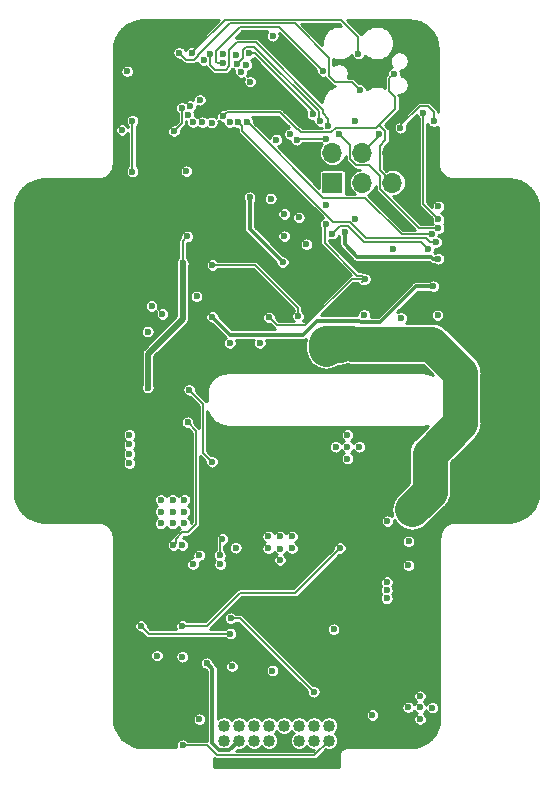
<source format=gbr>
G04 #@! TF.GenerationSoftware,KiCad,Pcbnew,(5.1.4)-1*
G04 #@! TF.CreationDate,2020-08-10T08:42:24-07:00*
G04 #@! TF.ProjectId,SkateLightMainBoard,536b6174-654c-4696-9768-744d61696e42,rev?*
G04 #@! TF.SameCoordinates,Original*
G04 #@! TF.FileFunction,Copper,L2,Inr*
G04 #@! TF.FilePolarity,Positive*
%FSLAX46Y46*%
G04 Gerber Fmt 4.6, Leading zero omitted, Abs format (unit mm)*
G04 Created by KiCad (PCBNEW (5.1.4)-1) date 2020-08-10 08:42:24*
%MOMM*%
%LPD*%
G04 APERTURE LIST*
%ADD10C,1.016000*%
%ADD11C,4.318000*%
%ADD12R,1.700000X1.700000*%
%ADD13O,1.700000X1.700000*%
%ADD14C,0.600000*%
%ADD15C,0.500000*%
%ADD16C,0.152400*%
%ADD17C,0.350000*%
%ADD18C,0.200000*%
%ADD19C,3.000000*%
%ADD20C,0.254000*%
G04 APERTURE END LIST*
D10*
X-4445000Y-33613000D03*
X-4445000Y-34883000D03*
X-3175000Y-33613000D03*
X-3175000Y-34883000D03*
X-1905000Y-33613000D03*
X-1905000Y-34883000D03*
X-635000Y-33613000D03*
X-635000Y-34883000D03*
X635000Y-33613000D03*
X635000Y-34883000D03*
X1905000Y-33613000D03*
X1905000Y-34883000D03*
X3175000Y-33613000D03*
X3175000Y-34883000D03*
X4445000Y-33613000D03*
X4445000Y-34883000D03*
D11*
X-19685000Y9660000D03*
X-19685000Y-13843000D03*
X19685000Y9660000D03*
X19685000Y-13843000D03*
D12*
X4730000Y12360000D03*
D13*
X4730000Y14900000D03*
X7270000Y12360000D03*
X7270000Y14900000D03*
X9810000Y12360000D03*
X9810000Y14900000D03*
D14*
X-16510000Y-13970000D03*
X16370300Y-15471140D03*
X-21590000Y-11430000D03*
X-16510000Y-11430000D03*
X21590000Y-11430000D03*
X-21590000Y-8890000D03*
X-19050000Y-8890000D03*
X-16510000Y-8890000D03*
X19050000Y-8890000D03*
X21590000Y-8890000D03*
X-21590000Y-6350000D03*
X-19050000Y-6350000D03*
X-16510000Y-6350000D03*
X19050000Y-6350000D03*
X21590000Y-6350000D03*
X-21590000Y-3810000D03*
X-19050000Y-3810000D03*
X-16510000Y-3810000D03*
X21590000Y-3810000D03*
X-21590000Y-1270000D03*
X-19050000Y-1270000D03*
X-16510000Y-1270000D03*
X17655540Y-3312160D03*
X21590000Y-1270000D03*
X-21590000Y1270000D03*
X-19050000Y1270000D03*
X-16510000Y1270000D03*
X16510000Y1270000D03*
X19140000Y1280000D03*
X21590000Y1270000D03*
X-21590000Y3810000D03*
X-19050000Y3810000D03*
X-16510000Y3810000D03*
X16510000Y3810000D03*
X19050000Y3810000D03*
X21590000Y3810000D03*
X-21590000Y6350000D03*
X-19050000Y6350000D03*
X-16510000Y6350000D03*
X16510000Y6350000D03*
X19050000Y6350000D03*
X21590000Y6350000D03*
X-16510000Y8890000D03*
X16510000Y8890000D03*
X-16510000Y11430000D03*
X16510000Y11430000D03*
X11430000Y21590000D03*
X11430000Y24130000D03*
X11470000Y19300000D03*
X-8420000Y10770000D03*
X-11474088Y15337912D03*
X2320000Y18360000D03*
X-2490000Y19550000D03*
X-4240000Y20330000D03*
X-5920000Y20290000D03*
X-7870000Y21180000D03*
X-6590000Y18300000D03*
X3540000Y24940000D03*
X-10890000Y19800000D03*
X-6910000Y8230000D03*
X-13470000Y16060000D03*
X-6250000Y1630000D03*
X900000Y1570000D03*
X710000Y6600000D03*
X750000Y4040000D03*
X13600000Y-16970000D03*
X13580000Y-22560000D03*
X13340000Y-33720000D03*
X8190000Y-35050000D03*
X4880000Y-36680000D03*
X-4960000Y-36850000D03*
X-1640000Y-36860000D03*
X1720000Y-36860000D03*
X-8150000Y-33880000D03*
X-10560000Y-31470000D03*
X-10900000Y-34000000D03*
X-12380000Y-34180000D03*
X-12360000Y-32060000D03*
X-12380000Y-33150000D03*
X-6930000Y-28280000D03*
X-4950000Y-27710000D03*
X-6500000Y-26530000D03*
X-4780000Y-26770000D03*
X-5700000Y-23870000D03*
X-12040000Y-21080000D03*
X-11530000Y-23210000D03*
X-3800000Y-17840000D03*
X-4000000Y-11000000D03*
X-4750000Y-8750000D03*
X180000Y-9000000D03*
X9291080Y-20045680D03*
X9296160Y-18016220D03*
X5320000Y-19550000D03*
X4300000Y-18120000D03*
X3780000Y-18820000D03*
X3260000Y-19500000D03*
X13540000Y-19790000D03*
X-2620000Y1190000D03*
X-9750000Y340000D03*
X-9590000Y3770000D03*
X-6770000Y6130000D03*
X-3960000Y-29660000D03*
X5350000Y-27090000D03*
X10570000Y-3340000D03*
X5490000Y-3310000D03*
X4120000Y20490000D03*
X9400000Y10340000D03*
X830000Y15050000D03*
X710000Y12200000D03*
X13080000Y10920000D03*
X20159Y-29979841D03*
X736600Y18646140D03*
X17035780Y-11816080D03*
X19194780Y-1214120D03*
X9679940Y-13187680D03*
X9679940Y-10802620D03*
X10624820Y-8836660D03*
X9330000Y-22160000D03*
X9340000Y-21460000D03*
X-12460000Y-8980000D03*
X-12460000Y-9810000D03*
X-12460000Y-10600000D03*
X-12460000Y-11400000D03*
X-3780000Y-28590000D03*
X-10901680Y-4999860D03*
X-7950725Y5521028D03*
X-500000Y11010000D03*
X-7570000Y7800000D03*
X9330000Y-22850000D03*
X13270000Y3590000D03*
X-5440000Y990000D03*
X-9660000Y1240000D03*
X-3985714Y17480880D03*
X-7640000Y13330000D03*
X-7080000Y17470000D03*
X6000000Y-11000000D03*
X5000000Y-10000000D03*
X6000000Y-10000000D03*
X6000000Y-9000000D03*
X7000000Y-10000000D03*
X-5470000Y-11270000D03*
X-7400000Y-5180000D03*
X-347042Y-28948897D03*
X-15268Y16009099D03*
X-4529796Y18000590D03*
X9936480Y21597620D03*
X13519073Y7325992D03*
X-3233807Y17453303D03*
X10550000Y900000D03*
X13130000Y7970000D03*
X-2482810Y17499419D03*
X300000Y-19600000D03*
X-700000Y-18600000D03*
X-700000Y-17600000D03*
X300000Y-17600000D03*
X1300000Y-17600000D03*
X1300000Y-18600000D03*
X320000Y-18620000D03*
X-13080000Y16820000D03*
X-6500000Y19368610D03*
X13624560Y1143000D03*
X13708098Y5905500D03*
X5778500Y8160242D03*
X1887220Y9408160D03*
X1121063Y16465366D03*
X-6538640Y-33075880D03*
X-12200000Y13300000D03*
X-12650000Y21780000D03*
X-12200000Y17608610D03*
X-5493345Y17446446D03*
X-6280000Y17470000D03*
X-8027384Y18685849D03*
X-8690000Y16715062D03*
X-7480000Y18110000D03*
X-7960000Y-35273100D03*
X-7290000Y18840000D03*
X-3896114Y-24526601D03*
X3139172Y-30748962D03*
X-7800000Y-16500000D03*
X-8800000Y-16500000D03*
X-9800000Y-16500000D03*
X-9800000Y-14500000D03*
X-8800000Y-14500000D03*
X-7800000Y-14500000D03*
X-7800000Y-15500000D03*
X-8800000Y-15500000D03*
X-9800000Y-15500000D03*
X-10120000Y-27690000D03*
X-3913659Y-25819783D03*
X-11488232Y-25170000D03*
X4830000Y-25450000D03*
X-4765337Y-19958074D03*
X-7985646Y-27776731D03*
X-7540000Y-7920000D03*
X-8730000Y-18318142D03*
X-7984202Y-25177262D03*
X5360000Y-18580000D03*
X-331740Y24798260D03*
X-5910000Y-28340000D03*
X-3460000Y-18560000D03*
X-10915238Y-246647D03*
X-10590000Y1920000D03*
X-6780000Y2732500D03*
X-2240000Y20910000D03*
X-2280000Y11120000D03*
X520000Y5630000D03*
X12138660Y-32067500D03*
X12143740Y-31115000D03*
X13195300Y-32090360D03*
X12153900Y-33065720D03*
X11140440Y-32072580D03*
X11166080Y-20045680D03*
X8110000Y-32720000D03*
X-5430000Y5380000D03*
X4213860Y-1226820D03*
X3723640Y-1932940D03*
X4724400Y-1965960D03*
X4198620Y-2707640D03*
X1825000Y1055000D03*
X11492411Y-15307491D03*
X10558780Y-15308580D03*
X11485880Y-14401800D03*
X12486640Y-15298420D03*
X11496040Y-16202660D03*
X11171160Y-18016220D03*
X-3016436Y21722349D03*
X4210000Y10460000D03*
X4204249Y16091569D03*
X1698108Y15982518D03*
X3931390Y21814555D03*
X13310000Y17560000D03*
X10490000Y17000000D03*
X-4810000Y-19200000D03*
X-4580000Y-17820000D03*
X-4552410Y22472410D03*
X13708098Y10341960D03*
X6910000Y23280000D03*
X-7183820Y23337407D03*
X-7081898Y-19947844D03*
X8691390Y16470367D03*
X9832368Y6777793D03*
X-8241031Y23349903D03*
X7048744Y20212178D03*
X-6547626Y-19203328D03*
X7500000Y4190382D03*
X4180000Y8890000D03*
X6656542Y17555574D03*
X-643754Y941786D03*
X-3428024Y23150521D03*
X-7977587Y-18318142D03*
X-2567187Y22330903D03*
X9390000Y-16300000D03*
X13707668Y8498610D03*
X5281390Y16445344D03*
X-2307590Y23310258D03*
X3045180Y18150000D03*
X2530001Y7140001D03*
X-3335292Y22403846D03*
X3695962Y17565433D03*
X6671863Y9296729D03*
X12420000Y18280000D03*
X-4572412Y23232617D03*
X13708088Y9251021D03*
X7416214Y1187730D03*
X12840000Y6730000D03*
X4710000Y8050000D03*
X-5629623Y23241765D03*
X4391176Y17148780D03*
X-6186020Y22735261D03*
X-1419860Y-1226820D03*
X650000Y7832500D03*
X-3959860Y-1226820D03*
X650000Y9707500D03*
D15*
X-10901680Y-4999860D02*
X-10901680Y-2139860D01*
X-7950725Y811095D02*
X-7950725Y5096764D01*
X-10901680Y-2139860D02*
X-7950725Y811095D01*
X-7950725Y5096764D02*
X-7950725Y5521028D01*
D16*
X-7950725Y5521028D02*
X-7950725Y7419275D01*
X-7950725Y7419275D02*
X-7570000Y7800000D01*
D17*
X7005390Y670000D02*
X7115061Y560329D01*
X2230000Y-510000D02*
X3410000Y670000D01*
X8760329Y560329D02*
X11790000Y3590000D01*
X3410000Y670000D02*
X7005390Y670000D01*
X7115061Y560329D02*
X8760329Y560329D01*
X12845736Y3590000D02*
X13270000Y3590000D01*
X11790000Y3590000D02*
X12845736Y3590000D01*
X-3940000Y-510000D02*
X2230000Y-510000D01*
X-5440000Y990000D02*
X-3940000Y-510000D01*
D16*
X-5470000Y-11270000D02*
X-6210000Y-10530000D01*
X-6210000Y-6370000D02*
X-7400000Y-5180000D01*
X-6210000Y-8010000D02*
X-6210000Y-6370000D01*
X-6210000Y-10530000D02*
X-6210000Y-8010000D01*
X8731399Y13438601D02*
X8731399Y15441399D01*
X9810000Y12360000D02*
X8731399Y13438601D01*
X8731399Y15441399D02*
X9220000Y15930000D01*
X9220000Y16760000D02*
X8709346Y17270654D01*
X9220000Y15930000D02*
X9220000Y16760000D01*
X-4229797Y18300589D02*
X-4529796Y18000590D01*
X304912Y18300589D02*
X-4229797Y18300589D01*
X1838115Y16861902D02*
X1743599Y16861902D01*
X1743599Y16861902D02*
X304912Y18300589D01*
X4644905Y16620179D02*
X2079838Y16620179D01*
X4998672Y16973946D02*
X4644905Y16620179D01*
X8412637Y16973946D02*
X4998672Y16973946D01*
X8709346Y17270654D02*
X8412637Y16973946D01*
X2079838Y16620179D02*
X1838115Y16861902D01*
X10060000Y18621309D02*
X8709346Y17270654D01*
X10060000Y19570438D02*
X10060000Y18621309D01*
X9550000Y20080438D02*
X10060000Y19570438D01*
X9936480Y21597620D02*
X9550000Y21211140D01*
X9550000Y21211140D02*
X9550000Y20080438D01*
X6179769Y9041255D02*
X4786871Y9041255D01*
X-2933808Y17153304D02*
X-3233807Y17453303D01*
X4786871Y9041255D02*
X-2933808Y16761934D01*
X-2933808Y16761934D02*
X-2933808Y17153304D01*
X13519073Y7325992D02*
X12991678Y7325992D01*
X12991678Y7325992D02*
X12649037Y7668633D01*
X12649037Y7668633D02*
X7552391Y7668633D01*
X7552391Y7668633D02*
X6179769Y9041255D01*
X12702292Y7973444D02*
X10580700Y7973444D01*
X10580700Y7973444D02*
X7499144Y11055000D01*
X12705736Y7970000D02*
X12702292Y7973444D01*
X7499144Y11055000D02*
X3961609Y11055000D01*
X13130000Y7970000D02*
X12705736Y7970000D01*
X3961609Y11055000D02*
X-2182811Y17199420D01*
X-2182811Y17199420D02*
X-2482810Y17499419D01*
D17*
X13283834Y5905500D02*
X13100954Y6088380D01*
X13708098Y5905500D02*
X13283834Y5905500D01*
X11629196Y6083614D02*
X6829746Y6083614D01*
X13100954Y6088380D02*
X11633962Y6088380D01*
X11633962Y6088380D02*
X11629196Y6083614D01*
X6829746Y6083614D02*
X5778500Y7134860D01*
X5778500Y7134860D02*
X5778500Y8160242D01*
D16*
X-12200000Y13300000D02*
X-12200000Y17608610D01*
X-8027384Y17377678D02*
X-8027384Y18685849D01*
X-8690000Y16715062D02*
X-8027384Y17377678D01*
X-5862086Y-35273100D02*
X-7535736Y-35273100D01*
X-7535736Y-35273100D02*
X-7960000Y-35273100D01*
X-5013175Y-36122011D02*
X-5862086Y-35273100D01*
X3205989Y-36122011D02*
X-5013175Y-36122011D01*
X4445000Y-34883000D02*
X3205989Y-36122011D01*
D18*
X-3083189Y-24526601D02*
X-3896114Y-24526601D01*
X3139172Y-30748962D02*
X-3083189Y-24526601D01*
X-11188233Y-25469999D02*
X-11488232Y-25170000D01*
X-10838449Y-25819783D02*
X-11188233Y-25469999D01*
X-3913659Y-25819783D02*
X-10838449Y-25819783D01*
D16*
X-8537895Y-18126037D02*
X-8730000Y-18318142D01*
X-6800000Y-8660000D02*
X-6800000Y-16560000D01*
X-7540000Y-7920000D02*
X-6800000Y-8660000D01*
X-6800000Y-16560000D02*
X-7490000Y-17250000D01*
X-7490000Y-17250000D02*
X-7970000Y-17250000D01*
X-7970000Y-17250000D02*
X-8537895Y-17817895D01*
X-8537895Y-17817895D02*
X-8537895Y-18126037D01*
D18*
X-7984202Y-25177262D02*
X-5927262Y-25177262D01*
X-5927262Y-25177262D02*
X-3120000Y-22370000D01*
X-3120000Y-22370000D02*
X1570000Y-22370000D01*
X1570000Y-22370000D02*
X5360000Y-18580000D01*
D17*
X-4845993Y-35718401D02*
X-5440000Y-35124394D01*
X-4010401Y-35718401D02*
X-4845993Y-35718401D01*
X-3175000Y-34883000D02*
X-4010401Y-35718401D01*
X-5440000Y-35124394D02*
X-5440000Y-28810000D01*
X-5440000Y-28810000D02*
X-5910000Y-28340000D01*
X-2280000Y11120000D02*
X-2280000Y8430000D01*
X-2280000Y8430000D02*
X520000Y5630000D01*
D16*
X1825000Y1735000D02*
X1825000Y1055000D01*
X-1820000Y5380000D02*
X1825000Y1735000D01*
X1825000Y1055000D02*
X1910000Y970000D01*
X-5430000Y5380000D02*
X-1820000Y5380000D01*
D19*
X5202860Y-1226820D02*
X5329860Y-1353820D01*
X4213860Y-1226820D02*
X5202860Y-1226820D01*
X4213860Y-1226820D02*
X4213860Y-1696586D01*
X12979679Y-13820223D02*
X11492411Y-15307491D01*
X12979679Y-10581361D02*
X12979679Y-13820223D01*
X15567410Y-7993630D02*
X12979679Y-10581361D01*
X4213860Y-1226820D02*
X6317862Y-1226820D01*
X6358123Y-1267081D02*
X13108561Y-1267081D01*
X13108561Y-1267081D02*
X15567410Y-3725930D01*
X6317862Y-1226820D02*
X6358123Y-1267081D01*
X15567410Y-3725930D02*
X15567410Y-7993630D01*
D18*
X1807159Y16091569D02*
X1698108Y15982518D01*
X4204249Y16091569D02*
X1807159Y16091569D01*
D16*
X13310000Y17560000D02*
X13310000Y17984264D01*
X13310000Y17984264D02*
X13310000Y18340000D01*
X13310000Y18340000D02*
X12790000Y18860000D01*
X12790000Y18860000D02*
X12140000Y18860000D01*
X12140000Y18860000D02*
X10490000Y17210000D01*
X10490000Y17210000D02*
X10490000Y17000000D01*
X-4810000Y-18050000D02*
X-4580000Y-17820000D01*
X-4810000Y-19200000D02*
X-4810000Y-18050000D01*
X-5101013Y23486346D02*
X-5101013Y22596749D01*
X-4976674Y22472410D02*
X-4552410Y22472410D01*
X3931390Y21814555D02*
X215945Y25530000D01*
X-5101013Y22596749D02*
X-4976674Y22472410D01*
X215945Y25530000D02*
X-3057359Y25530000D01*
X-3057359Y25530000D02*
X-5101013Y23486346D01*
X6910000Y24683354D02*
X5438543Y26154811D01*
X6910000Y23280000D02*
X6910000Y24683354D01*
X5438543Y26154811D02*
X-4366416Y26154811D01*
X-6883821Y23637406D02*
X-7183820Y23337407D01*
X-4366416Y26154811D02*
X-6883821Y23637406D01*
X7270000Y14900000D02*
X8691390Y16321390D01*
X8691390Y16321390D02*
X8691390Y16470367D01*
X-8241031Y23349903D02*
X-7671128Y22780000D01*
X4460000Y22923046D02*
X4460000Y21360438D01*
X6382123Y20878799D02*
X6748745Y20512177D01*
X-7671128Y22780000D02*
X-6958897Y22780000D01*
X4460000Y21360438D02*
X4941639Y20878799D01*
X6748745Y20512177D02*
X7048744Y20212178D01*
X4941639Y20878799D02*
X6382123Y20878799D01*
X1533045Y25850001D02*
X4460000Y22923046D01*
X-6958897Y22780000D02*
X-6655219Y23083678D01*
X-6655219Y23083678D02*
X-6655219Y23124781D01*
X-6655219Y23124781D02*
X-3929999Y25850001D01*
X-3929999Y25850001D02*
X1533045Y25850001D01*
X7250000Y3940382D02*
X7500000Y4190382D01*
X7200001Y4490381D02*
X6819619Y4490381D01*
X7500000Y4190382D02*
X7200001Y4490381D01*
X6819619Y4490381D02*
X4070000Y7240000D01*
X4070000Y8780000D02*
X4180000Y8890000D01*
X4070000Y7240000D02*
X4070000Y8780000D01*
X-343755Y641787D02*
X-643754Y941786D01*
X32514Y265518D02*
X-343755Y641787D01*
X6359590Y4190382D02*
X2434726Y265518D01*
X2434726Y265518D02*
X32514Y265518D01*
X7500000Y4190382D02*
X6359590Y4190382D01*
X13707668Y8498610D02*
X12075060Y8498610D01*
X6191399Y15535335D02*
X5581389Y16145345D01*
X8731399Y12877729D02*
X7787729Y13821399D01*
X6191399Y14382271D02*
X6191399Y15535335D01*
X5581389Y16145345D02*
X5281390Y16445344D01*
X7787729Y13821399D02*
X6752271Y13821399D01*
X12075060Y8498610D02*
X8731399Y11842271D01*
X6752271Y13821399D02*
X6191399Y14382271D01*
X8731399Y11842271D02*
X8731399Y12877729D01*
D18*
X-1817026Y23310258D02*
X3045180Y18448052D01*
X3045180Y18448052D02*
X3045180Y18150000D01*
X-2307590Y23310258D02*
X-1817026Y23310258D01*
X3597590Y18394026D02*
X3597590Y17663805D01*
X-2610000Y23880000D02*
X-1888384Y23880000D01*
X3597590Y17663805D02*
X3695962Y17565433D01*
X-2860000Y23630000D02*
X-2610000Y23880000D01*
X-1888384Y23880000D02*
X3597590Y18394026D01*
X-2860000Y22879138D02*
X-2860000Y23630000D01*
X-3335292Y22403846D02*
X-2860000Y22879138D01*
D16*
X12420000Y10539109D02*
X13408089Y9551020D01*
X13408089Y9551020D02*
X13708088Y9251021D01*
X12420000Y18280000D02*
X12420000Y10539109D01*
D18*
X12840000Y6730000D02*
X12229978Y7340022D01*
X12229978Y7340022D02*
X7416276Y7340022D01*
X6043654Y8712644D02*
X5372644Y8712644D01*
X5372644Y8712644D02*
X5009999Y8349999D01*
X7416276Y7340022D02*
X6043654Y8712644D01*
X5009999Y8349999D02*
X4710000Y8050000D01*
X-3370000Y24260000D02*
X-1770001Y24260000D01*
X3950000Y18220000D02*
X4391176Y17778824D01*
X-5629623Y22339623D02*
X-5210000Y21920000D01*
X4391176Y17573044D02*
X4391176Y17148780D01*
X4391176Y17778824D02*
X4391176Y17573044D01*
X-5210000Y21920000D02*
X-4300000Y21920000D01*
X3950000Y18539999D02*
X3950000Y18220000D01*
X-1770001Y24260000D02*
X3950000Y18539999D01*
X-4000000Y23630000D02*
X-3370000Y24260000D01*
X-4000000Y22220000D02*
X-4000000Y23630000D01*
X-4300000Y21920000D02*
X-4000000Y22220000D01*
X-5629623Y23241765D02*
X-5629623Y22339623D01*
D20*
G36*
X-7110538Y23913582D02*
G01*
X-7126754Y23916807D01*
X-7240886Y23916807D01*
X-7352825Y23894541D01*
X-7458269Y23850864D01*
X-7553166Y23787456D01*
X-7633869Y23706753D01*
X-7697277Y23611856D01*
X-7709837Y23581533D01*
X-7727574Y23624352D01*
X-7790982Y23719249D01*
X-7871685Y23799952D01*
X-7966582Y23863360D01*
X-8072026Y23907037D01*
X-8183965Y23929303D01*
X-8298097Y23929303D01*
X-8410036Y23907037D01*
X-8515480Y23863360D01*
X-8610377Y23799952D01*
X-8691080Y23719249D01*
X-8754488Y23624352D01*
X-8798165Y23518908D01*
X-8820431Y23406969D01*
X-8820431Y23292837D01*
X-8798165Y23180898D01*
X-8754488Y23075454D01*
X-8691080Y22980557D01*
X-8610377Y22899854D01*
X-8515480Y22836446D01*
X-8410036Y22792769D01*
X-8298097Y22770503D01*
X-8183965Y22770503D01*
X-8167750Y22773728D01*
X-7934922Y22540900D01*
X-7923791Y22527337D01*
X-7869644Y22482899D01*
X-7807868Y22449879D01*
X-7740838Y22429546D01*
X-7688591Y22424400D01*
X-7688583Y22424400D01*
X-7671128Y22422681D01*
X-7653673Y22424400D01*
X-6976352Y22424400D01*
X-6958897Y22422681D01*
X-6941442Y22424400D01*
X-6941434Y22424400D01*
X-6889187Y22429546D01*
X-6822157Y22449879D01*
X-6760381Y22482899D01*
X-6721756Y22514598D01*
X-6699477Y22460812D01*
X-6636069Y22365915D01*
X-6555366Y22285212D01*
X-6460469Y22221804D01*
X-6355025Y22178127D01*
X-6243086Y22155861D01*
X-6128954Y22155861D01*
X-6017015Y22178127D01*
X-5981385Y22192886D01*
X-5946608Y22127820D01*
X-5911074Y22084522D01*
X-5899196Y22070049D01*
X-5884726Y22058174D01*
X-5491450Y21664897D01*
X-5479574Y21650426D01*
X-5465103Y21638550D01*
X-5465102Y21638549D01*
X-5421803Y21603015D01*
X-5355893Y21567785D01*
X-5339247Y21562736D01*
X-5284375Y21546090D01*
X-5228632Y21540600D01*
X-5228629Y21540600D01*
X-5210000Y21538765D01*
X-5191371Y21540600D01*
X-4318629Y21540600D01*
X-4300000Y21538765D01*
X-4281371Y21540600D01*
X-4281368Y21540600D01*
X-4225625Y21546090D01*
X-4154108Y21567785D01*
X-4088197Y21603015D01*
X-4030426Y21650426D01*
X-4018546Y21664902D01*
X-3744896Y21938551D01*
X-3730426Y21950426D01*
X-3717283Y21966442D01*
X-3704638Y21953797D01*
X-3609741Y21890389D01*
X-3576501Y21876620D01*
X-3595836Y21779415D01*
X-3595836Y21665283D01*
X-3573570Y21553344D01*
X-3529893Y21447900D01*
X-3466485Y21353003D01*
X-3385782Y21272300D01*
X-3290885Y21208892D01*
X-3185441Y21165215D01*
X-3073502Y21142949D01*
X-2959370Y21142949D01*
X-2847431Y21165215D01*
X-2741987Y21208892D01*
X-2733203Y21214761D01*
X-2753457Y21184449D01*
X-2797134Y21079005D01*
X-2819400Y20967066D01*
X-2819400Y20852934D01*
X-2797134Y20740995D01*
X-2753457Y20635551D01*
X-2690049Y20540654D01*
X-2609346Y20459951D01*
X-2514449Y20396543D01*
X-2409005Y20352866D01*
X-2297066Y20330600D01*
X-2182934Y20330600D01*
X-2070995Y20352866D01*
X-1965551Y20396543D01*
X-1870654Y20459951D01*
X-1789951Y20540654D01*
X-1726543Y20635551D01*
X-1682866Y20740995D01*
X-1660600Y20852934D01*
X-1660600Y20967066D01*
X-1682866Y21079005D01*
X-1726543Y21184449D01*
X-1789951Y21279346D01*
X-1870654Y21360049D01*
X-1965551Y21423457D01*
X-2070995Y21467134D01*
X-2182934Y21489400D01*
X-2297066Y21489400D01*
X-2409005Y21467134D01*
X-2514449Y21423457D01*
X-2523233Y21417588D01*
X-2502979Y21447900D01*
X-2459302Y21553344D01*
X-2437036Y21665283D01*
X-2437036Y21766040D01*
X-2398182Y21773769D01*
X-2292738Y21817446D01*
X-2197841Y21880854D01*
X-2117138Y21961557D01*
X-2053730Y22056454D01*
X-2010053Y22161898D01*
X-1987787Y22273837D01*
X-1987787Y22387969D01*
X-2010053Y22499908D01*
X-2053730Y22605352D01*
X-2117138Y22700249D01*
X-2164799Y22747910D01*
X-2138585Y22753124D01*
X-2033141Y22796801D01*
X-1938244Y22860209D01*
X-1920887Y22877566D01*
X2531926Y18424753D01*
X2531723Y18424449D01*
X2488046Y18319005D01*
X2465780Y18207066D01*
X2465780Y18092934D01*
X2488046Y17980995D01*
X2531723Y17875551D01*
X2595131Y17780654D01*
X2675834Y17699951D01*
X2770731Y17636543D01*
X2876175Y17592866D01*
X2988114Y17570600D01*
X3102246Y17570600D01*
X3116562Y17573448D01*
X3116562Y17508367D01*
X3138828Y17396428D01*
X3182505Y17290984D01*
X3245913Y17196087D01*
X3326616Y17115384D01*
X3421513Y17051976D01*
X3526957Y17008299D01*
X3638896Y16986033D01*
X3753028Y16986033D01*
X3829761Y17001296D01*
X3834042Y16979775D01*
X3835697Y16975779D01*
X2227132Y16975779D01*
X2101913Y17100997D01*
X2090778Y17114565D01*
X2036631Y17159003D01*
X1974855Y17192023D01*
X1907825Y17212356D01*
X1894751Y17213644D01*
X568711Y18539683D01*
X557575Y18553252D01*
X503428Y18597690D01*
X441652Y18630710D01*
X374622Y18651043D01*
X322375Y18656189D01*
X322367Y18656189D01*
X304912Y18657908D01*
X287457Y18656189D01*
X-4212342Y18656189D01*
X-4229797Y18657908D01*
X-4247252Y18656189D01*
X-4247260Y18656189D01*
X-4299507Y18651043D01*
X-4366537Y18630710D01*
X-4428313Y18597690D01*
X-4454338Y18576332D01*
X-4472730Y18579990D01*
X-4586862Y18579990D01*
X-4698801Y18557724D01*
X-4804245Y18514047D01*
X-4899142Y18450639D01*
X-4979845Y18369936D01*
X-5043253Y18275039D01*
X-5086930Y18169595D01*
X-5109196Y18057656D01*
X-5109196Y17943524D01*
X-5093843Y17866339D01*
X-5123999Y17896495D01*
X-5218896Y17959903D01*
X-5324340Y18003580D01*
X-5436279Y18025846D01*
X-5550411Y18025846D01*
X-5662350Y18003580D01*
X-5767794Y17959903D01*
X-5862691Y17896495D01*
X-5874896Y17884291D01*
X-5910654Y17920049D01*
X-6005551Y17983457D01*
X-6110995Y18027134D01*
X-6222934Y18049400D01*
X-6337066Y18049400D01*
X-6449005Y18027134D01*
X-6554449Y17983457D01*
X-6649346Y17920049D01*
X-6680000Y17889395D01*
X-6710654Y17920049D01*
X-6805551Y17983457D01*
X-6906133Y18025120D01*
X-6900600Y18052934D01*
X-6900600Y18167066D01*
X-6922866Y18279005D01*
X-6958380Y18364743D01*
X-6920654Y18389951D01*
X-6839951Y18470654D01*
X-6776543Y18565551D01*
X-6732866Y18670995D01*
X-6710600Y18782934D01*
X-6710600Y18828705D01*
X-6669005Y18811476D01*
X-6557066Y18789210D01*
X-6442934Y18789210D01*
X-6330995Y18811476D01*
X-6225551Y18855153D01*
X-6130654Y18918561D01*
X-6049951Y18999264D01*
X-5986543Y19094161D01*
X-5942866Y19199605D01*
X-5920600Y19311544D01*
X-5920600Y19425676D01*
X-5942866Y19537615D01*
X-5986543Y19643059D01*
X-6049951Y19737956D01*
X-6130654Y19818659D01*
X-6225551Y19882067D01*
X-6330995Y19925744D01*
X-6442934Y19948010D01*
X-6557066Y19948010D01*
X-6669005Y19925744D01*
X-6774449Y19882067D01*
X-6869346Y19818659D01*
X-6950049Y19737956D01*
X-7013457Y19643059D01*
X-7057134Y19537615D01*
X-7079400Y19425676D01*
X-7079400Y19379905D01*
X-7120995Y19397134D01*
X-7232934Y19419400D01*
X-7347066Y19419400D01*
X-7459005Y19397134D01*
X-7564449Y19353457D01*
X-7659346Y19290049D01*
X-7740049Y19209346D01*
X-7748664Y19196452D01*
X-7752935Y19199306D01*
X-7858379Y19242983D01*
X-7970318Y19265249D01*
X-8084450Y19265249D01*
X-8196389Y19242983D01*
X-8301833Y19199306D01*
X-8396730Y19135898D01*
X-8477433Y19055195D01*
X-8540841Y18960298D01*
X-8584518Y18854854D01*
X-8606784Y18742915D01*
X-8606784Y18628783D01*
X-8584518Y18516844D01*
X-8540841Y18411400D01*
X-8477433Y18316503D01*
X-8396730Y18235800D01*
X-8382983Y18226615D01*
X-8382984Y17524972D01*
X-8616719Y17291237D01*
X-8632934Y17294462D01*
X-8747066Y17294462D01*
X-8859005Y17272196D01*
X-8964449Y17228519D01*
X-9059346Y17165111D01*
X-9140049Y17084408D01*
X-9203457Y16989511D01*
X-9247134Y16884067D01*
X-9269400Y16772128D01*
X-9269400Y16657996D01*
X-9247134Y16546057D01*
X-9203457Y16440613D01*
X-9140049Y16345716D01*
X-9059346Y16265013D01*
X-8964449Y16201605D01*
X-8859005Y16157928D01*
X-8747066Y16135662D01*
X-8632934Y16135662D01*
X-8520995Y16157928D01*
X-8415551Y16201605D01*
X-8320654Y16265013D01*
X-8239951Y16345716D01*
X-8176543Y16440613D01*
X-8132866Y16546057D01*
X-8110600Y16657996D01*
X-8110600Y16772128D01*
X-8113825Y16788343D01*
X-7788280Y17113888D01*
X-7774722Y17125015D01*
X-7763594Y17138574D01*
X-7763589Y17138579D01*
X-7730283Y17179162D01*
X-7721523Y17195551D01*
X-7697263Y17240938D01*
X-7676930Y17307968D01*
X-7671784Y17360215D01*
X-7671784Y17360223D01*
X-7670065Y17377678D01*
X-7671784Y17395133D01*
X-7671784Y17562302D01*
X-7653867Y17554880D01*
X-7659400Y17527066D01*
X-7659400Y17412934D01*
X-7637134Y17300995D01*
X-7593457Y17195551D01*
X-7530049Y17100654D01*
X-7449346Y17019951D01*
X-7354449Y16956543D01*
X-7249005Y16912866D01*
X-7137066Y16890600D01*
X-7022934Y16890600D01*
X-6910995Y16912866D01*
X-6805551Y16956543D01*
X-6710654Y17019951D01*
X-6680000Y17050605D01*
X-6649346Y17019951D01*
X-6554449Y16956543D01*
X-6449005Y16912866D01*
X-6337066Y16890600D01*
X-6222934Y16890600D01*
X-6110995Y16912866D01*
X-6005551Y16956543D01*
X-5910654Y17019951D01*
X-5898450Y17032156D01*
X-5862691Y16996397D01*
X-5767794Y16932989D01*
X-5662350Y16889312D01*
X-5550411Y16867046D01*
X-5436279Y16867046D01*
X-5324340Y16889312D01*
X-5218896Y16932989D01*
X-5123999Y16996397D01*
X-5043296Y17077100D01*
X-4979888Y17171997D01*
X-4936211Y17277441D01*
X-4913945Y17389380D01*
X-4913945Y17503512D01*
X-4929298Y17580697D01*
X-4899142Y17550541D01*
X-4804245Y17487133D01*
X-4698801Y17443456D01*
X-4586862Y17421190D01*
X-4564592Y17421190D01*
X-4542848Y17311875D01*
X-4499171Y17206431D01*
X-4435763Y17111534D01*
X-4355060Y17030831D01*
X-4260163Y16967423D01*
X-4154719Y16923746D01*
X-4042780Y16901480D01*
X-3928648Y16901480D01*
X-3816709Y16923746D01*
X-3711265Y16967423D01*
X-3624977Y17025078D01*
X-3603153Y17003254D01*
X-3508256Y16939846D01*
X-3402812Y16896169D01*
X-3290873Y16873903D01*
X-3289408Y16873903D01*
X-3289408Y16779389D01*
X-3291127Y16761934D01*
X-3289408Y16744479D01*
X-3289408Y16744472D01*
X-3285928Y16709139D01*
X-3284262Y16692224D01*
X-3280162Y16678709D01*
X-3263929Y16625195D01*
X-3230909Y16563419D01*
X-3186471Y16509272D01*
X-3172906Y16498139D01*
X3917023Y9408209D01*
X3905551Y9403457D01*
X3810654Y9340049D01*
X3729951Y9259346D01*
X3666543Y9164449D01*
X3622866Y9059005D01*
X3600600Y8947066D01*
X3600600Y8832934D01*
X3622866Y8720995D01*
X3666543Y8615551D01*
X3714401Y8543927D01*
X3714400Y7257456D01*
X3712681Y7240000D01*
X3714400Y7222545D01*
X3714400Y7222538D01*
X3717679Y7189251D01*
X3719546Y7170290D01*
X3724039Y7155480D01*
X3739879Y7103261D01*
X3772899Y7041485D01*
X3817337Y6987338D01*
X3830902Y6976205D01*
X6271764Y4535341D01*
X6269546Y4534668D01*
X6222850Y4520503D01*
X6161074Y4487483D01*
X6106927Y4443045D01*
X6095796Y4429482D01*
X2287433Y621118D01*
X2210513Y621118D01*
X2275049Y685654D01*
X2338457Y780551D01*
X2382134Y885995D01*
X2404400Y997934D01*
X2404400Y1112066D01*
X2382134Y1224005D01*
X2338457Y1329449D01*
X2275049Y1424346D01*
X2194346Y1505049D01*
X2180600Y1514234D01*
X2180600Y1717548D01*
X2182319Y1735001D01*
X2180600Y1752454D01*
X2180600Y1752463D01*
X2175454Y1804710D01*
X2155121Y1871740D01*
X2122101Y1933516D01*
X2118933Y1937376D01*
X2088795Y1974100D01*
X2088785Y1974110D01*
X2077662Y1987663D01*
X2064110Y1998785D01*
X-1556201Y5619094D01*
X-1567337Y5632663D01*
X-1621484Y5677101D01*
X-1683260Y5710121D01*
X-1750290Y5730454D01*
X-1802537Y5735600D01*
X-1802545Y5735600D01*
X-1820000Y5737319D01*
X-1837455Y5735600D01*
X-4970766Y5735600D01*
X-4979951Y5749346D01*
X-5060654Y5830049D01*
X-5155551Y5893457D01*
X-5260995Y5937134D01*
X-5372934Y5959400D01*
X-5487066Y5959400D01*
X-5599005Y5937134D01*
X-5704449Y5893457D01*
X-5799346Y5830049D01*
X-5880049Y5749346D01*
X-5943457Y5654449D01*
X-5987134Y5549005D01*
X-6009400Y5437066D01*
X-6009400Y5322934D01*
X-5987134Y5210995D01*
X-5943457Y5105551D01*
X-5880049Y5010654D01*
X-5799346Y4929951D01*
X-5704449Y4866543D01*
X-5599005Y4822866D01*
X-5487066Y4800600D01*
X-5372934Y4800600D01*
X-5260995Y4822866D01*
X-5155551Y4866543D01*
X-5060654Y4929951D01*
X-4979951Y5010654D01*
X-4970766Y5024400D01*
X-1967293Y5024400D01*
X1469400Y1587705D01*
X1469400Y1514234D01*
X1455654Y1505049D01*
X1374951Y1424346D01*
X1311543Y1329449D01*
X1267866Y1224005D01*
X1245600Y1112066D01*
X1245600Y997934D01*
X1267866Y885995D01*
X1311543Y780551D01*
X1374951Y685654D01*
X1439487Y621118D01*
X179808Y621118D01*
X-67579Y868505D01*
X-64354Y884720D01*
X-64354Y998852D01*
X-86620Y1110791D01*
X-130297Y1216235D01*
X-193705Y1311132D01*
X-274408Y1391835D01*
X-369305Y1455243D01*
X-474749Y1498920D01*
X-586688Y1521186D01*
X-700820Y1521186D01*
X-812759Y1498920D01*
X-918203Y1455243D01*
X-1013100Y1391835D01*
X-1093803Y1311132D01*
X-1157211Y1216235D01*
X-1200888Y1110791D01*
X-1223154Y998852D01*
X-1223154Y884720D01*
X-1200888Y772781D01*
X-1157211Y667337D01*
X-1093803Y572440D01*
X-1013100Y491737D01*
X-918203Y428329D01*
X-812759Y384652D01*
X-700820Y362386D01*
X-586688Y362386D01*
X-570473Y365611D01*
X-231281Y26419D01*
X-220149Y12855D01*
X-166002Y-31583D01*
X-121069Y-55600D01*
X-3751781Y-55600D01*
X-4862128Y1054746D01*
X-4882866Y1159005D01*
X-4926543Y1264449D01*
X-4989951Y1359346D01*
X-5070654Y1440049D01*
X-5165551Y1503457D01*
X-5270995Y1547134D01*
X-5382934Y1569400D01*
X-5497066Y1569400D01*
X-5609005Y1547134D01*
X-5714449Y1503457D01*
X-5809346Y1440049D01*
X-5890049Y1359346D01*
X-5953457Y1264449D01*
X-5997134Y1159005D01*
X-6019400Y1047066D01*
X-6019400Y932934D01*
X-5997134Y820995D01*
X-5953457Y715551D01*
X-5890049Y620654D01*
X-5809346Y539951D01*
X-5714449Y476543D01*
X-5609005Y432866D01*
X-5504746Y412128D01*
X-4321198Y-771421D01*
X-4329206Y-776771D01*
X-4409909Y-857474D01*
X-4473317Y-952371D01*
X-4516994Y-1057815D01*
X-4539260Y-1169754D01*
X-4539260Y-1283886D01*
X-4516994Y-1395825D01*
X-4473317Y-1501269D01*
X-4409909Y-1596166D01*
X-4329206Y-1676869D01*
X-4234309Y-1740277D01*
X-4128865Y-1783954D01*
X-4016926Y-1806220D01*
X-3902794Y-1806220D01*
X-3790855Y-1783954D01*
X-3685411Y-1740277D01*
X-3590514Y-1676869D01*
X-3509811Y-1596166D01*
X-3446403Y-1501269D01*
X-3402726Y-1395825D01*
X-3380460Y-1283886D01*
X-3380460Y-1169754D01*
X-3402726Y-1057815D01*
X-3441420Y-964400D01*
X-1938300Y-964400D01*
X-1976994Y-1057815D01*
X-1999260Y-1169754D01*
X-1999260Y-1283886D01*
X-1976994Y-1395825D01*
X-1933317Y-1501269D01*
X-1869909Y-1596166D01*
X-1789206Y-1676869D01*
X-1694309Y-1740277D01*
X-1588865Y-1783954D01*
X-1476926Y-1806220D01*
X-1362794Y-1806220D01*
X-1250855Y-1783954D01*
X-1145411Y-1740277D01*
X-1050514Y-1676869D01*
X-969811Y-1596166D01*
X-906403Y-1501269D01*
X-862726Y-1395825D01*
X-840460Y-1283886D01*
X-840460Y-1169754D01*
X-862726Y-1057815D01*
X-901420Y-964400D01*
X2207685Y-964400D01*
X2230000Y-966598D01*
X2252315Y-964400D01*
X2252318Y-964400D01*
X2319078Y-957825D01*
X2404732Y-931842D01*
X2457692Y-903534D01*
X2425851Y-1226820D01*
X2434460Y-1314229D01*
X2434460Y-1783995D01*
X2460207Y-2045409D01*
X2561955Y-2380827D01*
X2727185Y-2689951D01*
X2949547Y-2960899D01*
X3220496Y-3183261D01*
X3529620Y-3348491D01*
X3865038Y-3450239D01*
X4213860Y-3484595D01*
X4562683Y-3450239D01*
X4898101Y-3348491D01*
X5207225Y-3183261D01*
X5265442Y-3135484D01*
X5329859Y-3141828D01*
X5678682Y-3107473D01*
X5986960Y-3013957D01*
X6009300Y-3020734D01*
X6270714Y-3046481D01*
X6270722Y-3046481D01*
X6358123Y-3055089D01*
X6445524Y-3046481D01*
X12371510Y-3046481D01*
X13243161Y-3918133D01*
X13104513Y-3844412D01*
X13078990Y-3833892D01*
X13053648Y-3823030D01*
X13049588Y-3821773D01*
X12769334Y-3737159D01*
X12742259Y-3731798D01*
X12715283Y-3726064D01*
X12711058Y-3725620D01*
X12711056Y-3725620D01*
X12419704Y-3697053D01*
X12419699Y-3697053D01*
X12404946Y-3695600D01*
X-4124946Y-3695600D01*
X-4138708Y-3696955D01*
X-4148060Y-3696890D01*
X-4152290Y-3697304D01*
X-4443435Y-3727904D01*
X-4470491Y-3733458D01*
X-4497562Y-3738622D01*
X-4501631Y-3739850D01*
X-4781287Y-3826418D01*
X-4806728Y-3837113D01*
X-4832301Y-3847445D01*
X-4836054Y-3849440D01*
X-5093570Y-3988679D01*
X-5116485Y-4004136D01*
X-5139527Y-4019214D01*
X-5142821Y-4021900D01*
X-5368388Y-4208505D01*
X-5387831Y-4228084D01*
X-5407540Y-4247384D01*
X-5410249Y-4250659D01*
X-5595275Y-4477523D01*
X-5610555Y-4500521D01*
X-5626129Y-4523267D01*
X-5628151Y-4527006D01*
X-5765588Y-4785487D01*
X-5776108Y-4811010D01*
X-5786970Y-4836352D01*
X-5788227Y-4840412D01*
X-5872841Y-5120666D01*
X-5878202Y-5147741D01*
X-5883936Y-5174717D01*
X-5884380Y-5178944D01*
X-5912947Y-5470296D01*
X-5912947Y-5470311D01*
X-5914399Y-5485054D01*
X-5914400Y-6169655D01*
X-5918156Y-6165078D01*
X-5946205Y-6130900D01*
X-5946210Y-6130895D01*
X-5957337Y-6117337D01*
X-5970895Y-6106210D01*
X-6823825Y-5253281D01*
X-6820600Y-5237066D01*
X-6820600Y-5122934D01*
X-6842866Y-5010995D01*
X-6886543Y-4905551D01*
X-6949951Y-4810654D01*
X-7030654Y-4729951D01*
X-7125551Y-4666543D01*
X-7230995Y-4622866D01*
X-7342934Y-4600600D01*
X-7457066Y-4600600D01*
X-7569005Y-4622866D01*
X-7674449Y-4666543D01*
X-7769346Y-4729951D01*
X-7850049Y-4810654D01*
X-7913457Y-4905551D01*
X-7957134Y-5010995D01*
X-7979400Y-5122934D01*
X-7979400Y-5237066D01*
X-7957134Y-5349005D01*
X-7913457Y-5454449D01*
X-7850049Y-5549346D01*
X-7769346Y-5630049D01*
X-7674449Y-5693457D01*
X-7569005Y-5737134D01*
X-7457066Y-5759400D01*
X-7342934Y-5759400D01*
X-7326719Y-5756175D01*
X-6565599Y-6517296D01*
X-6565600Y-8027462D01*
X-6565599Y-8027472D01*
X-6565599Y-8391507D01*
X-6963825Y-7993281D01*
X-6960600Y-7977066D01*
X-6960600Y-7862934D01*
X-6982866Y-7750995D01*
X-7026543Y-7645551D01*
X-7089951Y-7550654D01*
X-7170654Y-7469951D01*
X-7265551Y-7406543D01*
X-7370995Y-7362866D01*
X-7482934Y-7340600D01*
X-7597066Y-7340600D01*
X-7709005Y-7362866D01*
X-7814449Y-7406543D01*
X-7909346Y-7469951D01*
X-7990049Y-7550654D01*
X-8053457Y-7645551D01*
X-8097134Y-7750995D01*
X-8119400Y-7862934D01*
X-8119400Y-7977066D01*
X-8097134Y-8089005D01*
X-8053457Y-8194449D01*
X-7990049Y-8289346D01*
X-7909346Y-8370049D01*
X-7814449Y-8433457D01*
X-7709005Y-8477134D01*
X-7597066Y-8499400D01*
X-7482934Y-8499400D01*
X-7466719Y-8496175D01*
X-7155600Y-8807294D01*
X-7155599Y-16412704D01*
X-7220600Y-16477706D01*
X-7220600Y-16442934D01*
X-7242866Y-16330995D01*
X-7286543Y-16225551D01*
X-7349951Y-16130654D01*
X-7430654Y-16049951D01*
X-7505411Y-16000000D01*
X-7430654Y-15950049D01*
X-7349951Y-15869346D01*
X-7286543Y-15774449D01*
X-7242866Y-15669005D01*
X-7220600Y-15557066D01*
X-7220600Y-15442934D01*
X-7242866Y-15330995D01*
X-7286543Y-15225551D01*
X-7349951Y-15130654D01*
X-7430654Y-15049951D01*
X-7505411Y-15000000D01*
X-7430654Y-14950049D01*
X-7349951Y-14869346D01*
X-7286543Y-14774449D01*
X-7242866Y-14669005D01*
X-7220600Y-14557066D01*
X-7220600Y-14442934D01*
X-7242866Y-14330995D01*
X-7286543Y-14225551D01*
X-7349951Y-14130654D01*
X-7430654Y-14049951D01*
X-7525551Y-13986543D01*
X-7630995Y-13942866D01*
X-7742934Y-13920600D01*
X-7857066Y-13920600D01*
X-7969005Y-13942866D01*
X-8074449Y-13986543D01*
X-8169346Y-14049951D01*
X-8250049Y-14130654D01*
X-8300000Y-14205411D01*
X-8349951Y-14130654D01*
X-8430654Y-14049951D01*
X-8525551Y-13986543D01*
X-8630995Y-13942866D01*
X-8742934Y-13920600D01*
X-8857066Y-13920600D01*
X-8969005Y-13942866D01*
X-9074449Y-13986543D01*
X-9169346Y-14049951D01*
X-9250049Y-14130654D01*
X-9300000Y-14205411D01*
X-9349951Y-14130654D01*
X-9430654Y-14049951D01*
X-9525551Y-13986543D01*
X-9630995Y-13942866D01*
X-9742934Y-13920600D01*
X-9857066Y-13920600D01*
X-9969005Y-13942866D01*
X-10074449Y-13986543D01*
X-10169346Y-14049951D01*
X-10250049Y-14130654D01*
X-10313457Y-14225551D01*
X-10357134Y-14330995D01*
X-10379400Y-14442934D01*
X-10379400Y-14557066D01*
X-10357134Y-14669005D01*
X-10313457Y-14774449D01*
X-10250049Y-14869346D01*
X-10169346Y-14950049D01*
X-10094589Y-15000000D01*
X-10169346Y-15049951D01*
X-10250049Y-15130654D01*
X-10313457Y-15225551D01*
X-10357134Y-15330995D01*
X-10379400Y-15442934D01*
X-10379400Y-15557066D01*
X-10357134Y-15669005D01*
X-10313457Y-15774449D01*
X-10250049Y-15869346D01*
X-10169346Y-15950049D01*
X-10094589Y-16000000D01*
X-10169346Y-16049951D01*
X-10250049Y-16130654D01*
X-10313457Y-16225551D01*
X-10357134Y-16330995D01*
X-10379400Y-16442934D01*
X-10379400Y-16557066D01*
X-10357134Y-16669005D01*
X-10313457Y-16774449D01*
X-10250049Y-16869346D01*
X-10169346Y-16950049D01*
X-10074449Y-17013457D01*
X-9969005Y-17057134D01*
X-9857066Y-17079400D01*
X-9742934Y-17079400D01*
X-9630995Y-17057134D01*
X-9525551Y-17013457D01*
X-9430654Y-16950049D01*
X-9349951Y-16869346D01*
X-9300000Y-16794589D01*
X-9250049Y-16869346D01*
X-9169346Y-16950049D01*
X-9074449Y-17013457D01*
X-8969005Y-17057134D01*
X-8857066Y-17079400D01*
X-8742934Y-17079400D01*
X-8630995Y-17057134D01*
X-8525551Y-17013457D01*
X-8430654Y-16950049D01*
X-8349951Y-16869346D01*
X-8300000Y-16794589D01*
X-8250049Y-16869346D01*
X-8169346Y-16950049D01*
X-8166607Y-16951879D01*
X-8168516Y-16952899D01*
X-8222663Y-16997337D01*
X-8233794Y-17010900D01*
X-8776994Y-17554101D01*
X-8790558Y-17565233D01*
X-8801689Y-17578796D01*
X-8801690Y-17578797D01*
X-8805681Y-17583660D01*
X-8834996Y-17619380D01*
X-8868016Y-17681156D01*
X-8871575Y-17692888D01*
X-8888349Y-17748185D01*
X-8888813Y-17752899D01*
X-8889424Y-17759102D01*
X-8899005Y-17761008D01*
X-9004449Y-17804685D01*
X-9099346Y-17868093D01*
X-9180049Y-17948796D01*
X-9243457Y-18043693D01*
X-9287134Y-18149137D01*
X-9309400Y-18261076D01*
X-9309400Y-18375208D01*
X-9287134Y-18487147D01*
X-9243457Y-18592591D01*
X-9180049Y-18687488D01*
X-9099346Y-18768191D01*
X-9004449Y-18831599D01*
X-8899005Y-18875276D01*
X-8787066Y-18897542D01*
X-8672934Y-18897542D01*
X-8560995Y-18875276D01*
X-8455551Y-18831599D01*
X-8360654Y-18768191D01*
X-8353794Y-18761331D01*
X-8346933Y-18768191D01*
X-8252036Y-18831599D01*
X-8146592Y-18875276D01*
X-8034653Y-18897542D01*
X-7920521Y-18897542D01*
X-7808582Y-18875276D01*
X-7703138Y-18831599D01*
X-7608241Y-18768191D01*
X-7527538Y-18687488D01*
X-7464130Y-18592591D01*
X-7420453Y-18487147D01*
X-7398187Y-18375208D01*
X-7398187Y-18261076D01*
X-7420453Y-18149137D01*
X-7464130Y-18043693D01*
X-7527538Y-17948796D01*
X-7608241Y-17868093D01*
X-7703138Y-17804685D01*
X-7808582Y-17761008D01*
X-7920521Y-17738742D01*
X-7955848Y-17738742D01*
X-7822706Y-17605600D01*
X-7507455Y-17605600D01*
X-7490000Y-17607319D01*
X-7472545Y-17605600D01*
X-7472537Y-17605600D01*
X-7420290Y-17600454D01*
X-7353260Y-17580121D01*
X-7291484Y-17547101D01*
X-7237337Y-17502663D01*
X-7226201Y-17489095D01*
X-6560895Y-16823790D01*
X-6547337Y-16812663D01*
X-6536210Y-16799105D01*
X-6536205Y-16799100D01*
X-6502900Y-16758517D01*
X-6500469Y-16753970D01*
X-6469879Y-16696740D01*
X-6449546Y-16629710D01*
X-6444400Y-16577463D01*
X-6444400Y-16577454D01*
X-6442681Y-16560001D01*
X-6444400Y-16542548D01*
X-6444400Y-10798493D01*
X-6046175Y-11196719D01*
X-6049400Y-11212934D01*
X-6049400Y-11327066D01*
X-6027134Y-11439005D01*
X-5983457Y-11544449D01*
X-5920049Y-11639346D01*
X-5839346Y-11720049D01*
X-5744449Y-11783457D01*
X-5639005Y-11827134D01*
X-5527066Y-11849400D01*
X-5412934Y-11849400D01*
X-5300995Y-11827134D01*
X-5195551Y-11783457D01*
X-5100654Y-11720049D01*
X-5019951Y-11639346D01*
X-4956543Y-11544449D01*
X-4912866Y-11439005D01*
X-4890600Y-11327066D01*
X-4890600Y-11212934D01*
X-4912866Y-11100995D01*
X-4956543Y-10995551D01*
X-5019951Y-10900654D01*
X-5100654Y-10819951D01*
X-5195551Y-10756543D01*
X-5300995Y-10712866D01*
X-5412934Y-10690600D01*
X-5527066Y-10690600D01*
X-5543281Y-10693825D01*
X-5854400Y-10382707D01*
X-5854400Y-9942934D01*
X4420600Y-9942934D01*
X4420600Y-10057066D01*
X4442866Y-10169005D01*
X4486543Y-10274449D01*
X4549951Y-10369346D01*
X4630654Y-10450049D01*
X4725551Y-10513457D01*
X4830995Y-10557134D01*
X4942934Y-10579400D01*
X5057066Y-10579400D01*
X5169005Y-10557134D01*
X5274449Y-10513457D01*
X5369346Y-10450049D01*
X5450049Y-10369346D01*
X5500000Y-10294589D01*
X5549951Y-10369346D01*
X5630654Y-10450049D01*
X5705411Y-10500000D01*
X5630654Y-10549951D01*
X5549951Y-10630654D01*
X5486543Y-10725551D01*
X5442866Y-10830995D01*
X5420600Y-10942934D01*
X5420600Y-11057066D01*
X5442866Y-11169005D01*
X5486543Y-11274449D01*
X5549951Y-11369346D01*
X5630654Y-11450049D01*
X5725551Y-11513457D01*
X5830995Y-11557134D01*
X5942934Y-11579400D01*
X6057066Y-11579400D01*
X6169005Y-11557134D01*
X6274449Y-11513457D01*
X6369346Y-11450049D01*
X6450049Y-11369346D01*
X6513457Y-11274449D01*
X6557134Y-11169005D01*
X6579400Y-11057066D01*
X6579400Y-10942934D01*
X6557134Y-10830995D01*
X6513457Y-10725551D01*
X6450049Y-10630654D01*
X6369346Y-10549951D01*
X6294589Y-10500000D01*
X6369346Y-10450049D01*
X6450049Y-10369346D01*
X6500000Y-10294589D01*
X6549951Y-10369346D01*
X6630654Y-10450049D01*
X6725551Y-10513457D01*
X6830995Y-10557134D01*
X6942934Y-10579400D01*
X7057066Y-10579400D01*
X7169005Y-10557134D01*
X7274449Y-10513457D01*
X7369346Y-10450049D01*
X7450049Y-10369346D01*
X7513457Y-10274449D01*
X7557134Y-10169005D01*
X7579400Y-10057066D01*
X7579400Y-9942934D01*
X7557134Y-9830995D01*
X7513457Y-9725551D01*
X7450049Y-9630654D01*
X7369346Y-9549951D01*
X7274449Y-9486543D01*
X7169005Y-9442866D01*
X7057066Y-9420600D01*
X6942934Y-9420600D01*
X6830995Y-9442866D01*
X6725551Y-9486543D01*
X6630654Y-9549951D01*
X6549951Y-9630654D01*
X6500000Y-9705411D01*
X6450049Y-9630654D01*
X6369346Y-9549951D01*
X6294589Y-9500000D01*
X6369346Y-9450049D01*
X6450049Y-9369346D01*
X6513457Y-9274449D01*
X6557134Y-9169005D01*
X6579400Y-9057066D01*
X6579400Y-8942934D01*
X6557134Y-8830995D01*
X6513457Y-8725551D01*
X6450049Y-8630654D01*
X6369346Y-8549951D01*
X6274449Y-8486543D01*
X6169005Y-8442866D01*
X6057066Y-8420600D01*
X5942934Y-8420600D01*
X5830995Y-8442866D01*
X5725551Y-8486543D01*
X5630654Y-8549951D01*
X5549951Y-8630654D01*
X5486543Y-8725551D01*
X5442866Y-8830995D01*
X5420600Y-8942934D01*
X5420600Y-9057066D01*
X5442866Y-9169005D01*
X5486543Y-9274449D01*
X5549951Y-9369346D01*
X5630654Y-9450049D01*
X5705411Y-9500000D01*
X5630654Y-9549951D01*
X5549951Y-9630654D01*
X5500000Y-9705411D01*
X5450049Y-9630654D01*
X5369346Y-9549951D01*
X5274449Y-9486543D01*
X5169005Y-9442866D01*
X5057066Y-9420600D01*
X4942934Y-9420600D01*
X4830995Y-9442866D01*
X4725551Y-9486543D01*
X4630654Y-9549951D01*
X4549951Y-9630654D01*
X4486543Y-9725551D01*
X4442866Y-9830995D01*
X4420600Y-9942934D01*
X-5854400Y-9942934D01*
X-5854400Y-6942511D01*
X-5783582Y-7171286D01*
X-5772893Y-7196714D01*
X-5762555Y-7222301D01*
X-5760560Y-7226054D01*
X-5621321Y-7483569D01*
X-5605876Y-7506467D01*
X-5590786Y-7529527D01*
X-5588100Y-7532821D01*
X-5401495Y-7758388D01*
X-5381897Y-7777850D01*
X-5362615Y-7797540D01*
X-5359341Y-7800249D01*
X-5132477Y-7985275D01*
X-5109479Y-8000555D01*
X-5086733Y-8016129D01*
X-5082994Y-8018151D01*
X-4824513Y-8155588D01*
X-4799030Y-8166091D01*
X-4773648Y-8176970D01*
X-4769588Y-8178227D01*
X-4489333Y-8262841D01*
X-4462240Y-8268206D01*
X-4435283Y-8273936D01*
X-4431067Y-8274379D01*
X-4431056Y-8274381D01*
X-4431046Y-8274381D01*
X-4139704Y-8302947D01*
X-4139699Y-8302947D01*
X-4124946Y-8304400D01*
X12404946Y-8304400D01*
X12418708Y-8303045D01*
X12428060Y-8303110D01*
X12432290Y-8302696D01*
X12723435Y-8272095D01*
X12750454Y-8266549D01*
X12777562Y-8261378D01*
X12781631Y-8260150D01*
X12785697Y-8258891D01*
X11783262Y-9261327D01*
X11715366Y-9317048D01*
X11659646Y-9384943D01*
X11576265Y-9486543D01*
X11493004Y-9587997D01*
X11327774Y-9897121D01*
X11226026Y-10232539D01*
X11200279Y-10493953D01*
X11200279Y-10493960D01*
X11191671Y-10581361D01*
X11200279Y-10668762D01*
X11200280Y-13083171D01*
X10172378Y-14111073D01*
X10005736Y-14314127D01*
X9840507Y-14623250D01*
X9738758Y-14958669D01*
X9704403Y-15307491D01*
X9738758Y-15656313D01*
X9814111Y-15904716D01*
X9759346Y-15849951D01*
X9664449Y-15786543D01*
X9559005Y-15742866D01*
X9447066Y-15720600D01*
X9332934Y-15720600D01*
X9220995Y-15742866D01*
X9115551Y-15786543D01*
X9020654Y-15849951D01*
X8939951Y-15930654D01*
X8876543Y-16025551D01*
X8832866Y-16130995D01*
X8810600Y-16242934D01*
X8810600Y-16357066D01*
X8832866Y-16469005D01*
X8876543Y-16574449D01*
X8939951Y-16669346D01*
X9020654Y-16750049D01*
X9115551Y-16813457D01*
X9220995Y-16857134D01*
X9332934Y-16879400D01*
X9447066Y-16879400D01*
X9559005Y-16857134D01*
X9664449Y-16813457D01*
X9759346Y-16750049D01*
X9840049Y-16669346D01*
X9903457Y-16574449D01*
X9947134Y-16469005D01*
X9969400Y-16357066D01*
X9969400Y-16242934D01*
X9966213Y-16226913D01*
X10005736Y-16300855D01*
X10228098Y-16571804D01*
X10499047Y-16794166D01*
X10808170Y-16959395D01*
X11143589Y-17061144D01*
X11492411Y-17095499D01*
X11841233Y-17061144D01*
X12176652Y-16959395D01*
X12485775Y-16794166D01*
X12688829Y-16627524D01*
X14176101Y-15140253D01*
X14243992Y-15084536D01*
X14299708Y-15016646D01*
X14299712Y-15016642D01*
X14466354Y-14813588D01*
X14489040Y-14771146D01*
X14631584Y-14504464D01*
X14733332Y-14169046D01*
X14759079Y-13907632D01*
X14759079Y-13907624D01*
X14767687Y-13820223D01*
X14759079Y-13732822D01*
X14759079Y-11318412D01*
X16763832Y-9313660D01*
X16831723Y-9257943D01*
X16887439Y-9190053D01*
X16887443Y-9190049D01*
X17054084Y-8986996D01*
X17093816Y-8912663D01*
X17219315Y-8677871D01*
X17321063Y-8342453D01*
X17346810Y-8081039D01*
X17346810Y-8081030D01*
X17355418Y-7993631D01*
X17346810Y-7906232D01*
X17346810Y-3813331D01*
X17355418Y-3725930D01*
X17346810Y-3638529D01*
X17346810Y-3638521D01*
X17321063Y-3377107D01*
X17219315Y-3041689D01*
X17054085Y-2732565D01*
X17038435Y-2713495D01*
X16887443Y-2529511D01*
X16887439Y-2529507D01*
X16831723Y-2461617D01*
X16763834Y-2405902D01*
X14428594Y-70663D01*
X14372874Y-2768D01*
X14101926Y219594D01*
X13792802Y384824D01*
X13457384Y486572D01*
X13195970Y512319D01*
X13195962Y512319D01*
X13108561Y520927D01*
X13021160Y512319D01*
X10981714Y512319D01*
X11000049Y530654D01*
X11063457Y625551D01*
X11107134Y730995D01*
X11129400Y842934D01*
X11129400Y957066D01*
X11107134Y1069005D01*
X11063457Y1174449D01*
X11046341Y1200066D01*
X13045160Y1200066D01*
X13045160Y1085934D01*
X13067426Y973995D01*
X13111103Y868551D01*
X13174511Y773654D01*
X13255214Y692951D01*
X13350111Y629543D01*
X13455555Y585866D01*
X13567494Y563600D01*
X13681626Y563600D01*
X13793565Y585866D01*
X13899009Y629543D01*
X13993906Y692951D01*
X14074609Y773654D01*
X14138017Y868551D01*
X14181694Y973995D01*
X14203960Y1085934D01*
X14203960Y1200066D01*
X14181694Y1312005D01*
X14138017Y1417449D01*
X14074609Y1512346D01*
X13993906Y1593049D01*
X13899009Y1656457D01*
X13793565Y1700134D01*
X13681626Y1722400D01*
X13567494Y1722400D01*
X13455555Y1700134D01*
X13350111Y1656457D01*
X13255214Y1593049D01*
X13174511Y1512346D01*
X13111103Y1417449D01*
X13067426Y1312005D01*
X13045160Y1200066D01*
X11046341Y1200066D01*
X11000049Y1269346D01*
X10919346Y1350049D01*
X10824449Y1413457D01*
X10719005Y1457134D01*
X10607066Y1479400D01*
X10492934Y1479400D01*
X10380995Y1457134D01*
X10275551Y1413457D01*
X10216857Y1374239D01*
X11978218Y3135600D01*
X12907166Y3135600D01*
X12995551Y3076543D01*
X13100995Y3032866D01*
X13212934Y3010600D01*
X13327066Y3010600D01*
X13439005Y3032866D01*
X13544449Y3076543D01*
X13639346Y3139951D01*
X13720049Y3220654D01*
X13783457Y3315551D01*
X13827134Y3420995D01*
X13849400Y3532934D01*
X13849400Y3647066D01*
X13827134Y3759005D01*
X13783457Y3864449D01*
X13720049Y3959346D01*
X13639346Y4040049D01*
X13544449Y4103457D01*
X13439005Y4147134D01*
X13327066Y4169400D01*
X13212934Y4169400D01*
X13100995Y4147134D01*
X12995551Y4103457D01*
X12907166Y4044400D01*
X11812315Y4044400D01*
X11790000Y4046598D01*
X11767685Y4044400D01*
X11767682Y4044400D01*
X11700922Y4037825D01*
X11615268Y4011842D01*
X11615266Y4011841D01*
X11536327Y3969647D01*
X11513951Y3951283D01*
X11467136Y3912864D01*
X11452905Y3895523D01*
X8572111Y1014729D01*
X7971693Y1014729D01*
X7973348Y1018725D01*
X7995614Y1130664D01*
X7995614Y1244796D01*
X7973348Y1356735D01*
X7929671Y1462179D01*
X7866263Y1557076D01*
X7785560Y1637779D01*
X7690663Y1701187D01*
X7585219Y1744864D01*
X7473280Y1767130D01*
X7359148Y1767130D01*
X7247209Y1744864D01*
X7141765Y1701187D01*
X7046868Y1637779D01*
X6966165Y1557076D01*
X6902757Y1462179D01*
X6859080Y1356735D01*
X6836814Y1244796D01*
X6836814Y1130664D01*
X6838060Y1124400D01*
X3796501Y1124400D01*
X6506884Y3834782D01*
X6910433Y3834782D01*
X6919880Y3803641D01*
X6952900Y3741867D01*
X6997337Y3687719D01*
X7051485Y3643282D01*
X7113259Y3610262D01*
X7180290Y3589928D01*
X7250000Y3583063D01*
X7319710Y3589928D01*
X7386741Y3610262D01*
X7402962Y3618933D01*
X7442934Y3610982D01*
X7557066Y3610982D01*
X7669005Y3633248D01*
X7774449Y3676925D01*
X7869346Y3740333D01*
X7950049Y3821036D01*
X8013457Y3915933D01*
X8057134Y4021377D01*
X8079400Y4133316D01*
X8079400Y4247448D01*
X8057134Y4359387D01*
X8013457Y4464831D01*
X7950049Y4559728D01*
X7869346Y4640431D01*
X7774449Y4703839D01*
X7669005Y4747516D01*
X7557066Y4769782D01*
X7442934Y4769782D01*
X7424542Y4766124D01*
X7398517Y4787482D01*
X7336741Y4820502D01*
X7269711Y4840835D01*
X7217464Y4845981D01*
X7217456Y4845981D01*
X7200001Y4847700D01*
X7182546Y4845981D01*
X6966914Y4845981D01*
X4425600Y7387293D01*
X4425600Y7543192D01*
X4435551Y7536543D01*
X4540995Y7492866D01*
X4652934Y7470600D01*
X4767066Y7470600D01*
X4879005Y7492866D01*
X4984449Y7536543D01*
X5079346Y7599951D01*
X5160049Y7680654D01*
X5223457Y7775551D01*
X5267134Y7880995D01*
X5267390Y7882281D01*
X5324101Y7797407D01*
X5324100Y7157175D01*
X5321902Y7134860D01*
X5324100Y7112545D01*
X5324100Y7112543D01*
X5330675Y7045783D01*
X5356658Y6960129D01*
X5356659Y6960127D01*
X5398853Y6881188D01*
X5411685Y6865552D01*
X5455636Y6811996D01*
X5472977Y6797765D01*
X6492655Y5778086D01*
X6506882Y5760750D01*
X6524217Y5746524D01*
X6576073Y5703967D01*
X6655012Y5661773D01*
X6655014Y5661772D01*
X6740668Y5635789D01*
X6807428Y5629214D01*
X6807432Y5629214D01*
X6829745Y5627016D01*
X6852058Y5629214D01*
X11606881Y5629214D01*
X11629196Y5627016D01*
X11651511Y5629214D01*
X11651514Y5629214D01*
X11699906Y5633980D01*
X12912736Y5633980D01*
X12946739Y5599977D01*
X12960970Y5582636D01*
X13030162Y5525853D01*
X13109102Y5483658D01*
X13194756Y5457675D01*
X13261516Y5451100D01*
X13261520Y5451100D01*
X13283833Y5448902D01*
X13306146Y5451100D01*
X13345264Y5451100D01*
X13433649Y5392043D01*
X13539093Y5348366D01*
X13651032Y5326100D01*
X13765164Y5326100D01*
X13877103Y5348366D01*
X13982547Y5392043D01*
X14077444Y5455451D01*
X14158147Y5536154D01*
X14221555Y5631051D01*
X14265232Y5736495D01*
X14287498Y5848434D01*
X14287498Y5962566D01*
X14265232Y6074505D01*
X14221555Y6179949D01*
X14158147Y6274846D01*
X14077444Y6355549D01*
X13982547Y6418957D01*
X13877103Y6462634D01*
X13765164Y6484900D01*
X13651032Y6484900D01*
X13539093Y6462634D01*
X13433649Y6418957D01*
X13423050Y6411875D01*
X13357610Y6465578D01*
X13397134Y6560995D01*
X13419400Y6672934D01*
X13419400Y6755067D01*
X13462007Y6746592D01*
X13576139Y6746592D01*
X13688078Y6768858D01*
X13793522Y6812535D01*
X13888419Y6875943D01*
X13969122Y6956646D01*
X14032530Y7051543D01*
X14076207Y7156987D01*
X14098473Y7268926D01*
X14098473Y7383058D01*
X14076207Y7494997D01*
X14032530Y7600441D01*
X13969122Y7695338D01*
X13888419Y7776041D01*
X13793522Y7839449D01*
X13702299Y7877235D01*
X13709400Y7912934D01*
X13709400Y7919210D01*
X13764734Y7919210D01*
X13876673Y7941476D01*
X13982117Y7985153D01*
X14077014Y8048561D01*
X14157717Y8129264D01*
X14221125Y8224161D01*
X14264802Y8329605D01*
X14287068Y8441544D01*
X14287068Y8555676D01*
X14264802Y8667615D01*
X14221125Y8773059D01*
X14157717Y8867956D01*
X14151068Y8874606D01*
X14158137Y8881675D01*
X14221545Y8976572D01*
X14265222Y9082016D01*
X14287488Y9193955D01*
X14287488Y9308087D01*
X14265222Y9420026D01*
X14221545Y9525470D01*
X14158137Y9620367D01*
X14077434Y9701070D01*
X13982537Y9764478D01*
X13905258Y9796488D01*
X13982547Y9828503D01*
X14077444Y9891911D01*
X14158147Y9972614D01*
X14221555Y10067511D01*
X14265232Y10172955D01*
X14287498Y10284894D01*
X14287498Y10399026D01*
X14265232Y10510965D01*
X14221555Y10616409D01*
X14158147Y10711306D01*
X14077444Y10792009D01*
X13982547Y10855417D01*
X13877103Y10899094D01*
X13765164Y10921360D01*
X13651032Y10921360D01*
X13539093Y10899094D01*
X13433649Y10855417D01*
X13338752Y10792009D01*
X13258049Y10711306D01*
X13194641Y10616409D01*
X13150964Y10510965D01*
X13128698Y10399026D01*
X13128698Y10333304D01*
X12775600Y10686402D01*
X12775600Y17336111D01*
X12796543Y17285551D01*
X12859951Y17190654D01*
X12940654Y17109951D01*
X13035551Y17046543D01*
X13140995Y17002866D01*
X13252934Y16980600D01*
X13367066Y16980600D01*
X13479005Y17002866D01*
X13584449Y17046543D01*
X13665600Y17100766D01*
X13665600Y13955055D01*
X13666922Y13941631D01*
X13666878Y13935318D01*
X13667293Y13931088D01*
X13688020Y13733886D01*
X13693571Y13706841D01*
X13698737Y13679761D01*
X13699965Y13675692D01*
X13758600Y13486271D01*
X13769305Y13460803D01*
X13779627Y13435256D01*
X13781617Y13431513D01*
X13781621Y13431504D01*
X13781626Y13431497D01*
X13875933Y13257080D01*
X13891365Y13234201D01*
X13906468Y13211122D01*
X13909154Y13207828D01*
X14035548Y13055044D01*
X14055162Y13035566D01*
X14074427Y13015893D01*
X14077696Y13013188D01*
X14077702Y13013182D01*
X14077709Y13013178D01*
X14231364Y12887859D01*
X14254361Y12872579D01*
X14277108Y12857005D01*
X14280846Y12854983D01*
X14455924Y12761892D01*
X14481485Y12751356D01*
X14506792Y12740510D01*
X14510844Y12739255D01*
X14510850Y12739253D01*
X14510856Y12739252D01*
X14700678Y12681942D01*
X14727741Y12676583D01*
X14754726Y12670847D01*
X14758947Y12670404D01*
X14758955Y12670402D01*
X14758963Y12670402D01*
X14956295Y12651053D01*
X14956301Y12651053D01*
X14971054Y12649600D01*
X19670115Y12649600D01*
X20168282Y12600755D01*
X20633159Y12460400D01*
X21061914Y12232426D01*
X21438229Y11925511D01*
X21747762Y11551351D01*
X21978725Y11124194D01*
X22122321Y10660308D01*
X22174588Y10163027D01*
X22174600Y10159513D01*
X22174601Y-13828105D01*
X22125755Y-14326282D01*
X21985401Y-14791158D01*
X21757426Y-15219914D01*
X21450512Y-15596229D01*
X21076351Y-15905762D01*
X20649194Y-16136725D01*
X20185308Y-16280321D01*
X19688026Y-16332588D01*
X19684513Y-16332600D01*
X15098054Y-16332600D01*
X15084630Y-16333922D01*
X15078318Y-16333878D01*
X15074088Y-16334293D01*
X14876886Y-16355020D01*
X14849841Y-16360571D01*
X14822761Y-16365737D01*
X14818697Y-16366964D01*
X14818691Y-16366965D01*
X14818685Y-16366967D01*
X14629271Y-16425600D01*
X14603826Y-16436296D01*
X14578256Y-16446627D01*
X14574503Y-16448622D01*
X14400080Y-16542933D01*
X14377182Y-16558378D01*
X14354122Y-16573468D01*
X14350828Y-16576154D01*
X14198044Y-16702548D01*
X14178583Y-16722146D01*
X14158893Y-16741427D01*
X14156183Y-16744702D01*
X14030859Y-16898364D01*
X14015569Y-16921377D01*
X14000005Y-16944108D01*
X13997986Y-16947842D01*
X13997983Y-16947846D01*
X13997983Y-16947847D01*
X13904892Y-17122924D01*
X13894361Y-17148473D01*
X13883510Y-17173792D01*
X13882255Y-17177844D01*
X13882253Y-17177850D01*
X13882253Y-17177852D01*
X13824942Y-17367678D01*
X13819580Y-17394756D01*
X13813847Y-17421727D01*
X13813404Y-17425947D01*
X13813402Y-17425955D01*
X13813402Y-17425963D01*
X13794053Y-17623295D01*
X13794053Y-17623311D01*
X13792601Y-17638054D01*
X13792600Y-32941615D01*
X13743755Y-33439782D01*
X13603401Y-33904658D01*
X13375426Y-34333414D01*
X13068512Y-34709729D01*
X12694351Y-35019262D01*
X12267194Y-35250225D01*
X11803308Y-35393821D01*
X11306026Y-35446088D01*
X11302513Y-35446100D01*
X5890554Y-35446100D01*
X5877614Y-35447374D01*
X5875694Y-35447361D01*
X5871464Y-35447776D01*
X5809840Y-35454253D01*
X5782818Y-35459799D01*
X5755716Y-35464969D01*
X5751647Y-35466197D01*
X5692453Y-35484520D01*
X5666973Y-35495230D01*
X5641434Y-35505549D01*
X5637694Y-35507538D01*
X5637686Y-35507541D01*
X5637682Y-35507544D01*
X5583174Y-35537017D01*
X5560261Y-35552472D01*
X5537218Y-35567551D01*
X5533926Y-35570235D01*
X5533922Y-35570238D01*
X5533918Y-35570242D01*
X5486179Y-35609735D01*
X5466727Y-35629323D01*
X5447026Y-35648616D01*
X5444317Y-35651890D01*
X5405154Y-35699909D01*
X5389872Y-35722911D01*
X5374301Y-35745652D01*
X5372279Y-35749391D01*
X5343188Y-35804102D01*
X5332663Y-35829637D01*
X5321806Y-35854969D01*
X5320549Y-35859029D01*
X5302639Y-35918350D01*
X5297273Y-35945450D01*
X5291545Y-35972398D01*
X5291101Y-35976618D01*
X5291099Y-35976627D01*
X5291099Y-35976635D01*
X5285053Y-36038294D01*
X5285053Y-36038302D01*
X5283600Y-36053055D01*
X5283601Y-37069102D01*
X5281919Y-37086260D01*
X5281262Y-37088435D01*
X5280195Y-37090441D01*
X5278758Y-37092203D01*
X5277009Y-37093650D01*
X5275012Y-37094730D01*
X5272837Y-37095403D01*
X5256693Y-37097100D01*
X-5255612Y-37097100D01*
X-5272760Y-37095419D01*
X-5274935Y-37094762D01*
X-5276941Y-37093695D01*
X-5278703Y-37092258D01*
X-5280150Y-37090509D01*
X-5281230Y-37088512D01*
X-5281903Y-37086337D01*
X-5283600Y-37070193D01*
X-5283600Y-36354481D01*
X-5276965Y-36361116D01*
X-5265838Y-36374674D01*
X-5252280Y-36385801D01*
X-5252275Y-36385806D01*
X-5218097Y-36413855D01*
X-5211691Y-36419112D01*
X-5149915Y-36452132D01*
X-5082885Y-36472465D01*
X-5030638Y-36477611D01*
X-5030629Y-36477611D01*
X-5013176Y-36479330D01*
X-4995723Y-36477611D01*
X3188534Y-36477611D01*
X3205989Y-36479330D01*
X3223444Y-36477611D01*
X3223452Y-36477611D01*
X3275699Y-36472465D01*
X3342729Y-36452132D01*
X3404505Y-36419112D01*
X3458652Y-36374674D01*
X3469788Y-36361105D01*
X4197950Y-35632944D01*
X4215324Y-35640141D01*
X4367448Y-35670400D01*
X4522552Y-35670400D01*
X4674676Y-35640141D01*
X4817974Y-35580785D01*
X4946938Y-35494614D01*
X5056614Y-35384938D01*
X5142785Y-35255974D01*
X5202141Y-35112676D01*
X5232400Y-34960552D01*
X5232400Y-34805448D01*
X5202141Y-34653324D01*
X5142785Y-34510026D01*
X5056614Y-34381062D01*
X4946938Y-34271386D01*
X4911938Y-34248000D01*
X4946938Y-34224614D01*
X5056614Y-34114938D01*
X5142785Y-33985974D01*
X5202141Y-33842676D01*
X5232400Y-33690552D01*
X5232400Y-33535448D01*
X5202141Y-33383324D01*
X5142785Y-33240026D01*
X5056614Y-33111062D01*
X4946938Y-33001386D01*
X4817974Y-32915215D01*
X4674676Y-32855859D01*
X4522552Y-32825600D01*
X4367448Y-32825600D01*
X4215324Y-32855859D01*
X4072026Y-32915215D01*
X3943062Y-33001386D01*
X3833386Y-33111062D01*
X3810000Y-33146062D01*
X3786614Y-33111062D01*
X3676938Y-33001386D01*
X3547974Y-32915215D01*
X3404676Y-32855859D01*
X3252552Y-32825600D01*
X3097448Y-32825600D01*
X2945324Y-32855859D01*
X2802026Y-32915215D01*
X2673062Y-33001386D01*
X2563386Y-33111062D01*
X2540000Y-33146062D01*
X2516614Y-33111062D01*
X2406938Y-33001386D01*
X2277974Y-32915215D01*
X2134676Y-32855859D01*
X1982552Y-32825600D01*
X1827448Y-32825600D01*
X1675324Y-32855859D01*
X1532026Y-32915215D01*
X1403062Y-33001386D01*
X1293386Y-33111062D01*
X1270000Y-33146062D01*
X1246614Y-33111062D01*
X1136938Y-33001386D01*
X1007974Y-32915215D01*
X864676Y-32855859D01*
X712552Y-32825600D01*
X557448Y-32825600D01*
X405324Y-32855859D01*
X262026Y-32915215D01*
X133062Y-33001386D01*
X23386Y-33111062D01*
X0Y-33146062D01*
X-23386Y-33111062D01*
X-133062Y-33001386D01*
X-262026Y-32915215D01*
X-405324Y-32855859D01*
X-557448Y-32825600D01*
X-712552Y-32825600D01*
X-864676Y-32855859D01*
X-1007974Y-32915215D01*
X-1136938Y-33001386D01*
X-1246614Y-33111062D01*
X-1270000Y-33146062D01*
X-1293386Y-33111062D01*
X-1403062Y-33001386D01*
X-1532026Y-32915215D01*
X-1675324Y-32855859D01*
X-1827448Y-32825600D01*
X-1982552Y-32825600D01*
X-2134676Y-32855859D01*
X-2277974Y-32915215D01*
X-2406938Y-33001386D01*
X-2516614Y-33111062D01*
X-2540000Y-33146062D01*
X-2563386Y-33111062D01*
X-2673062Y-33001386D01*
X-2802026Y-32915215D01*
X-2945324Y-32855859D01*
X-3097448Y-32825600D01*
X-3252552Y-32825600D01*
X-3404676Y-32855859D01*
X-3547974Y-32915215D01*
X-3676938Y-33001386D01*
X-3786614Y-33111062D01*
X-3810000Y-33146062D01*
X-3833386Y-33111062D01*
X-3943062Y-33001386D01*
X-4072026Y-32915215D01*
X-4215324Y-32855859D01*
X-4367448Y-32825600D01*
X-4522552Y-32825600D01*
X-4674676Y-32855859D01*
X-4817974Y-32915215D01*
X-4946938Y-33001386D01*
X-4985600Y-33040048D01*
X-4985600Y-32662934D01*
X7530600Y-32662934D01*
X7530600Y-32777066D01*
X7552866Y-32889005D01*
X7596543Y-32994449D01*
X7659951Y-33089346D01*
X7740654Y-33170049D01*
X7835551Y-33233457D01*
X7940995Y-33277134D01*
X8052934Y-33299400D01*
X8167066Y-33299400D01*
X8279005Y-33277134D01*
X8384449Y-33233457D01*
X8479346Y-33170049D01*
X8560049Y-33089346D01*
X8623457Y-32994449D01*
X8667134Y-32889005D01*
X8689400Y-32777066D01*
X8689400Y-32662934D01*
X8667134Y-32550995D01*
X8623457Y-32445551D01*
X8560049Y-32350654D01*
X8479346Y-32269951D01*
X8384449Y-32206543D01*
X8279005Y-32162866D01*
X8167066Y-32140600D01*
X8052934Y-32140600D01*
X7940995Y-32162866D01*
X7835551Y-32206543D01*
X7740654Y-32269951D01*
X7659951Y-32350654D01*
X7596543Y-32445551D01*
X7552866Y-32550995D01*
X7530600Y-32662934D01*
X-4985600Y-32662934D01*
X-4985600Y-32015514D01*
X10561040Y-32015514D01*
X10561040Y-32129646D01*
X10583306Y-32241585D01*
X10626983Y-32347029D01*
X10690391Y-32441926D01*
X10771094Y-32522629D01*
X10865991Y-32586037D01*
X10971435Y-32629714D01*
X11083374Y-32651980D01*
X11197506Y-32651980D01*
X11309445Y-32629714D01*
X11414889Y-32586037D01*
X11509786Y-32522629D01*
X11590489Y-32441926D01*
X11641247Y-32365961D01*
X11688611Y-32436846D01*
X11769314Y-32517549D01*
X11850359Y-32571702D01*
X11784554Y-32615671D01*
X11703851Y-32696374D01*
X11640443Y-32791271D01*
X11596766Y-32896715D01*
X11574500Y-33008654D01*
X11574500Y-33122786D01*
X11596766Y-33234725D01*
X11640443Y-33340169D01*
X11703851Y-33435066D01*
X11784554Y-33515769D01*
X11879451Y-33579177D01*
X11984895Y-33622854D01*
X12096834Y-33645120D01*
X12210966Y-33645120D01*
X12322905Y-33622854D01*
X12428349Y-33579177D01*
X12523246Y-33515769D01*
X12603949Y-33435066D01*
X12667357Y-33340169D01*
X12711034Y-33234725D01*
X12733300Y-33122786D01*
X12733300Y-33008654D01*
X12711034Y-32896715D01*
X12667357Y-32791271D01*
X12603949Y-32696374D01*
X12523246Y-32615671D01*
X12442201Y-32561518D01*
X12508006Y-32517549D01*
X12588709Y-32436846D01*
X12652117Y-32341949D01*
X12662245Y-32317497D01*
X12681843Y-32364809D01*
X12745251Y-32459706D01*
X12825954Y-32540409D01*
X12920851Y-32603817D01*
X13026295Y-32647494D01*
X13138234Y-32669760D01*
X13252366Y-32669760D01*
X13364305Y-32647494D01*
X13469749Y-32603817D01*
X13564646Y-32540409D01*
X13645349Y-32459706D01*
X13708757Y-32364809D01*
X13752434Y-32259365D01*
X13774700Y-32147426D01*
X13774700Y-32033294D01*
X13752434Y-31921355D01*
X13708757Y-31815911D01*
X13645349Y-31721014D01*
X13564646Y-31640311D01*
X13469749Y-31576903D01*
X13364305Y-31533226D01*
X13252366Y-31510960D01*
X13138234Y-31510960D01*
X13026295Y-31533226D01*
X12920851Y-31576903D01*
X12825954Y-31640311D01*
X12745251Y-31721014D01*
X12681843Y-31815911D01*
X12671715Y-31840363D01*
X12652117Y-31793051D01*
X12588709Y-31698154D01*
X12508006Y-31617451D01*
X12471333Y-31592947D01*
X12513086Y-31565049D01*
X12593789Y-31484346D01*
X12657197Y-31389449D01*
X12700874Y-31284005D01*
X12723140Y-31172066D01*
X12723140Y-31057934D01*
X12700874Y-30945995D01*
X12657197Y-30840551D01*
X12593789Y-30745654D01*
X12513086Y-30664951D01*
X12418189Y-30601543D01*
X12312745Y-30557866D01*
X12200806Y-30535600D01*
X12086674Y-30535600D01*
X11974735Y-30557866D01*
X11869291Y-30601543D01*
X11774394Y-30664951D01*
X11693691Y-30745654D01*
X11630283Y-30840551D01*
X11586606Y-30945995D01*
X11564340Y-31057934D01*
X11564340Y-31172066D01*
X11586606Y-31284005D01*
X11630283Y-31389449D01*
X11693691Y-31484346D01*
X11774394Y-31565049D01*
X11811067Y-31589553D01*
X11769314Y-31617451D01*
X11688611Y-31698154D01*
X11637853Y-31774119D01*
X11590489Y-31703234D01*
X11509786Y-31622531D01*
X11414889Y-31559123D01*
X11309445Y-31515446D01*
X11197506Y-31493180D01*
X11083374Y-31493180D01*
X10971435Y-31515446D01*
X10865991Y-31559123D01*
X10771094Y-31622531D01*
X10690391Y-31703234D01*
X10626983Y-31798131D01*
X10583306Y-31903575D01*
X10561040Y-32015514D01*
X-4985600Y-32015514D01*
X-4985600Y-28832312D01*
X-4983402Y-28809999D01*
X-4985600Y-28787682D01*
X-4992175Y-28720922D01*
X-5018158Y-28635268D01*
X-5040392Y-28593672D01*
X-5060353Y-28556327D01*
X-5079551Y-28532934D01*
X-4359400Y-28532934D01*
X-4359400Y-28647066D01*
X-4337134Y-28759005D01*
X-4293457Y-28864449D01*
X-4230049Y-28959346D01*
X-4149346Y-29040049D01*
X-4054449Y-29103457D01*
X-3949005Y-29147134D01*
X-3837066Y-29169400D01*
X-3722934Y-29169400D01*
X-3610995Y-29147134D01*
X-3505551Y-29103457D01*
X-3410654Y-29040049D01*
X-3329951Y-28959346D01*
X-3284840Y-28891831D01*
X-926442Y-28891831D01*
X-926442Y-29005963D01*
X-904176Y-29117902D01*
X-860499Y-29223346D01*
X-797091Y-29318243D01*
X-716388Y-29398946D01*
X-621491Y-29462354D01*
X-516047Y-29506031D01*
X-404108Y-29528297D01*
X-289976Y-29528297D01*
X-178037Y-29506031D01*
X-72593Y-29462354D01*
X22304Y-29398946D01*
X103007Y-29318243D01*
X166415Y-29223346D01*
X210092Y-29117902D01*
X232358Y-29005963D01*
X232358Y-28891831D01*
X210092Y-28779892D01*
X166415Y-28674448D01*
X103007Y-28579551D01*
X22304Y-28498848D01*
X-72593Y-28435440D01*
X-178037Y-28391763D01*
X-289976Y-28369497D01*
X-404108Y-28369497D01*
X-516047Y-28391763D01*
X-621491Y-28435440D01*
X-716388Y-28498848D01*
X-797091Y-28579551D01*
X-860499Y-28674448D01*
X-904176Y-28779892D01*
X-926442Y-28891831D01*
X-3284840Y-28891831D01*
X-3266543Y-28864449D01*
X-3222866Y-28759005D01*
X-3200600Y-28647066D01*
X-3200600Y-28532934D01*
X-3222866Y-28420995D01*
X-3266543Y-28315551D01*
X-3329951Y-28220654D01*
X-3410654Y-28139951D01*
X-3505551Y-28076543D01*
X-3610995Y-28032866D01*
X-3722934Y-28010600D01*
X-3837066Y-28010600D01*
X-3949005Y-28032866D01*
X-4054449Y-28076543D01*
X-4149346Y-28139951D01*
X-4230049Y-28220654D01*
X-4293457Y-28315551D01*
X-4337134Y-28420995D01*
X-4359400Y-28532934D01*
X-5079551Y-28532934D01*
X-5102910Y-28504471D01*
X-5117136Y-28487136D01*
X-5134472Y-28472909D01*
X-5332128Y-28275254D01*
X-5352866Y-28170995D01*
X-5396543Y-28065551D01*
X-5459951Y-27970654D01*
X-5540654Y-27889951D01*
X-5635551Y-27826543D01*
X-5740995Y-27782866D01*
X-5852934Y-27760600D01*
X-5967066Y-27760600D01*
X-6079005Y-27782866D01*
X-6184449Y-27826543D01*
X-6279346Y-27889951D01*
X-6360049Y-27970654D01*
X-6423457Y-28065551D01*
X-6467134Y-28170995D01*
X-6489400Y-28282934D01*
X-6489400Y-28397066D01*
X-6467134Y-28509005D01*
X-6423457Y-28614449D01*
X-6360049Y-28709346D01*
X-6279346Y-28790049D01*
X-6184449Y-28853457D01*
X-6079005Y-28897134D01*
X-5974746Y-28917872D01*
X-5894399Y-28998220D01*
X-5894400Y-34917500D01*
X-7500766Y-34917500D01*
X-7509951Y-34903754D01*
X-7590654Y-34823051D01*
X-7685551Y-34759643D01*
X-7790995Y-34715966D01*
X-7902934Y-34693700D01*
X-8017066Y-34693700D01*
X-8129005Y-34715966D01*
X-8234449Y-34759643D01*
X-8329346Y-34823051D01*
X-8410049Y-34903754D01*
X-8473457Y-34998651D01*
X-8517134Y-35104095D01*
X-8539400Y-35216034D01*
X-8539400Y-35330166D01*
X-8517134Y-35442105D01*
X-8515479Y-35446100D01*
X-11288115Y-35446100D01*
X-11786282Y-35397255D01*
X-12251158Y-35256901D01*
X-12679914Y-35028926D01*
X-13056229Y-34722012D01*
X-13365762Y-34347851D01*
X-13596725Y-33920694D01*
X-13740321Y-33456808D01*
X-13786356Y-33018814D01*
X-7118040Y-33018814D01*
X-7118040Y-33132946D01*
X-7095774Y-33244885D01*
X-7052097Y-33350329D01*
X-6988689Y-33445226D01*
X-6907986Y-33525929D01*
X-6813089Y-33589337D01*
X-6707645Y-33633014D01*
X-6595706Y-33655280D01*
X-6481574Y-33655280D01*
X-6369635Y-33633014D01*
X-6264191Y-33589337D01*
X-6169294Y-33525929D01*
X-6088591Y-33445226D01*
X-6025183Y-33350329D01*
X-5981506Y-33244885D01*
X-5959240Y-33132946D01*
X-5959240Y-33018814D01*
X-5981506Y-32906875D01*
X-6025183Y-32801431D01*
X-6088591Y-32706534D01*
X-6169294Y-32625831D01*
X-6264191Y-32562423D01*
X-6369635Y-32518746D01*
X-6481574Y-32496480D01*
X-6595706Y-32496480D01*
X-6707645Y-32518746D01*
X-6813089Y-32562423D01*
X-6907986Y-32625831D01*
X-6988689Y-32706534D01*
X-7052097Y-32801431D01*
X-7095774Y-32906875D01*
X-7118040Y-33018814D01*
X-13786356Y-33018814D01*
X-13792588Y-32959526D01*
X-13792600Y-32956013D01*
X-13792600Y-27632934D01*
X-10699400Y-27632934D01*
X-10699400Y-27747066D01*
X-10677134Y-27859005D01*
X-10633457Y-27964449D01*
X-10570049Y-28059346D01*
X-10489346Y-28140049D01*
X-10394449Y-28203457D01*
X-10289005Y-28247134D01*
X-10177066Y-28269400D01*
X-10062934Y-28269400D01*
X-9950995Y-28247134D01*
X-9845551Y-28203457D01*
X-9750654Y-28140049D01*
X-9669951Y-28059346D01*
X-9606543Y-27964449D01*
X-9562866Y-27859005D01*
X-9540600Y-27747066D01*
X-9540600Y-27719665D01*
X-8565046Y-27719665D01*
X-8565046Y-27833797D01*
X-8542780Y-27945736D01*
X-8499103Y-28051180D01*
X-8435695Y-28146077D01*
X-8354992Y-28226780D01*
X-8260095Y-28290188D01*
X-8154651Y-28333865D01*
X-8042712Y-28356131D01*
X-7928580Y-28356131D01*
X-7816641Y-28333865D01*
X-7711197Y-28290188D01*
X-7616300Y-28226780D01*
X-7535597Y-28146077D01*
X-7472189Y-28051180D01*
X-7428512Y-27945736D01*
X-7406246Y-27833797D01*
X-7406246Y-27719665D01*
X-7428512Y-27607726D01*
X-7472189Y-27502282D01*
X-7535597Y-27407385D01*
X-7616300Y-27326682D01*
X-7711197Y-27263274D01*
X-7816641Y-27219597D01*
X-7928580Y-27197331D01*
X-8042712Y-27197331D01*
X-8154651Y-27219597D01*
X-8260095Y-27263274D01*
X-8354992Y-27326682D01*
X-8435695Y-27407385D01*
X-8499103Y-27502282D01*
X-8542780Y-27607726D01*
X-8565046Y-27719665D01*
X-9540600Y-27719665D01*
X-9540600Y-27632934D01*
X-9562866Y-27520995D01*
X-9606543Y-27415551D01*
X-9669951Y-27320654D01*
X-9750654Y-27239951D01*
X-9845551Y-27176543D01*
X-9950995Y-27132866D01*
X-10062934Y-27110600D01*
X-10177066Y-27110600D01*
X-10289005Y-27132866D01*
X-10394449Y-27176543D01*
X-10489346Y-27239951D01*
X-10570049Y-27320654D01*
X-10633457Y-27415551D01*
X-10677134Y-27520995D01*
X-10699400Y-27632934D01*
X-13792600Y-27632934D01*
X-13792600Y-25112934D01*
X-12067632Y-25112934D01*
X-12067632Y-25227066D01*
X-12045366Y-25339005D01*
X-12001689Y-25444449D01*
X-11938281Y-25539346D01*
X-11857578Y-25620049D01*
X-11762681Y-25683457D01*
X-11657237Y-25727134D01*
X-11545298Y-25749400D01*
X-11445385Y-25749400D01*
X-11443335Y-25751450D01*
X-11443329Y-25751455D01*
X-11119903Y-26074881D01*
X-11108023Y-26089357D01*
X-11072810Y-26118256D01*
X-11050253Y-26136768D01*
X-11015023Y-26155598D01*
X-10984341Y-26171998D01*
X-10912824Y-26193693D01*
X-10857081Y-26199183D01*
X-10857079Y-26199183D01*
X-10838450Y-26201018D01*
X-10819821Y-26199183D01*
X-4353654Y-26199183D01*
X-4283005Y-26269832D01*
X-4188108Y-26333240D01*
X-4082664Y-26376917D01*
X-3970725Y-26399183D01*
X-3856593Y-26399183D01*
X-3744654Y-26376917D01*
X-3639210Y-26333240D01*
X-3544313Y-26269832D01*
X-3463610Y-26189129D01*
X-3400202Y-26094232D01*
X-3356525Y-25988788D01*
X-3334259Y-25876849D01*
X-3334259Y-25762717D01*
X-3356525Y-25650778D01*
X-3400202Y-25545334D01*
X-3463610Y-25450437D01*
X-3544313Y-25369734D01*
X-3639210Y-25306326D01*
X-3744654Y-25262649D01*
X-3856593Y-25240383D01*
X-3970725Y-25240383D01*
X-4082664Y-25262649D01*
X-4188108Y-25306326D01*
X-4283005Y-25369734D01*
X-4353654Y-25440383D01*
X-5652392Y-25440383D01*
X-5645808Y-25432360D01*
X-4682983Y-24469535D01*
X-4475514Y-24469535D01*
X-4475514Y-24583667D01*
X-4453248Y-24695606D01*
X-4409571Y-24801050D01*
X-4346163Y-24895947D01*
X-4265460Y-24976650D01*
X-4170563Y-25040058D01*
X-4065119Y-25083735D01*
X-3953180Y-25106001D01*
X-3839048Y-25106001D01*
X-3727109Y-25083735D01*
X-3621665Y-25040058D01*
X-3526768Y-24976650D01*
X-3456119Y-24906001D01*
X-3240341Y-24906001D01*
X2559772Y-30706114D01*
X2559772Y-30806028D01*
X2582038Y-30917967D01*
X2625715Y-31023411D01*
X2689123Y-31118308D01*
X2769826Y-31199011D01*
X2864723Y-31262419D01*
X2970167Y-31306096D01*
X3082106Y-31328362D01*
X3196238Y-31328362D01*
X3308177Y-31306096D01*
X3413621Y-31262419D01*
X3508518Y-31199011D01*
X3589221Y-31118308D01*
X3652629Y-31023411D01*
X3696306Y-30917967D01*
X3718572Y-30806028D01*
X3718572Y-30691896D01*
X3696306Y-30579957D01*
X3652629Y-30474513D01*
X3589221Y-30379616D01*
X3508518Y-30298913D01*
X3413621Y-30235505D01*
X3308177Y-30191828D01*
X3196238Y-30169562D01*
X3096324Y-30169562D01*
X-1680304Y-25392934D01*
X4250600Y-25392934D01*
X4250600Y-25507066D01*
X4272866Y-25619005D01*
X4316543Y-25724449D01*
X4379951Y-25819346D01*
X4460654Y-25900049D01*
X4555551Y-25963457D01*
X4660995Y-26007134D01*
X4772934Y-26029400D01*
X4887066Y-26029400D01*
X4999005Y-26007134D01*
X5104449Y-25963457D01*
X5199346Y-25900049D01*
X5280049Y-25819346D01*
X5343457Y-25724449D01*
X5387134Y-25619005D01*
X5409400Y-25507066D01*
X5409400Y-25392934D01*
X5387134Y-25280995D01*
X5343457Y-25175551D01*
X5280049Y-25080654D01*
X5199346Y-24999951D01*
X5104449Y-24936543D01*
X4999005Y-24892866D01*
X4887066Y-24870600D01*
X4772934Y-24870600D01*
X4660995Y-24892866D01*
X4555551Y-24936543D01*
X4460654Y-24999951D01*
X4379951Y-25080654D01*
X4316543Y-25175551D01*
X4272866Y-25280995D01*
X4250600Y-25392934D01*
X-1680304Y-25392934D01*
X-2801735Y-24271503D01*
X-2813615Y-24257027D01*
X-2871386Y-24209616D01*
X-2937297Y-24174386D01*
X-3008814Y-24152691D01*
X-3064557Y-24147201D01*
X-3064560Y-24147201D01*
X-3083189Y-24145366D01*
X-3101818Y-24147201D01*
X-3456119Y-24147201D01*
X-3526768Y-24076552D01*
X-3621665Y-24013144D01*
X-3727109Y-23969467D01*
X-3839048Y-23947201D01*
X-3953180Y-23947201D01*
X-4065119Y-23969467D01*
X-4170563Y-24013144D01*
X-4265460Y-24076552D01*
X-4346163Y-24157255D01*
X-4409571Y-24252152D01*
X-4453248Y-24357596D01*
X-4475514Y-24469535D01*
X-4682983Y-24469535D01*
X-2962847Y-22749400D01*
X1551371Y-22749400D01*
X1570000Y-22751235D01*
X1588629Y-22749400D01*
X1588632Y-22749400D01*
X1644375Y-22743910D01*
X1715892Y-22722215D01*
X1781803Y-22686985D01*
X1839574Y-22639574D01*
X1851454Y-22625098D01*
X2373618Y-22102934D01*
X8750600Y-22102934D01*
X8750600Y-22217066D01*
X8772866Y-22329005D01*
X8816543Y-22434449D01*
X8863684Y-22505000D01*
X8816543Y-22575551D01*
X8772866Y-22680995D01*
X8750600Y-22792934D01*
X8750600Y-22907066D01*
X8772866Y-23019005D01*
X8816543Y-23124449D01*
X8879951Y-23219346D01*
X8960654Y-23300049D01*
X9055551Y-23363457D01*
X9160995Y-23407134D01*
X9272934Y-23429400D01*
X9387066Y-23429400D01*
X9499005Y-23407134D01*
X9604449Y-23363457D01*
X9699346Y-23300049D01*
X9780049Y-23219346D01*
X9843457Y-23124449D01*
X9887134Y-23019005D01*
X9909400Y-22907066D01*
X9909400Y-22792934D01*
X9887134Y-22680995D01*
X9843457Y-22575551D01*
X9796316Y-22505000D01*
X9843457Y-22434449D01*
X9887134Y-22329005D01*
X9909400Y-22217066D01*
X9909400Y-22102934D01*
X9887134Y-21990995D01*
X9843457Y-21885551D01*
X9797976Y-21817483D01*
X9853457Y-21734449D01*
X9897134Y-21629005D01*
X9919400Y-21517066D01*
X9919400Y-21402934D01*
X9897134Y-21290995D01*
X9853457Y-21185551D01*
X9790049Y-21090654D01*
X9709346Y-21009951D01*
X9614449Y-20946543D01*
X9509005Y-20902866D01*
X9397066Y-20880600D01*
X9282934Y-20880600D01*
X9170995Y-20902866D01*
X9065551Y-20946543D01*
X8970654Y-21009951D01*
X8889951Y-21090654D01*
X8826543Y-21185551D01*
X8782866Y-21290995D01*
X8760600Y-21402934D01*
X8760600Y-21517066D01*
X8782866Y-21629005D01*
X8826543Y-21734449D01*
X8872024Y-21802517D01*
X8816543Y-21885551D01*
X8772866Y-21990995D01*
X8750600Y-22102934D01*
X2373618Y-22102934D01*
X4487938Y-19988614D01*
X10586680Y-19988614D01*
X10586680Y-20102746D01*
X10608946Y-20214685D01*
X10652623Y-20320129D01*
X10716031Y-20415026D01*
X10796734Y-20495729D01*
X10891631Y-20559137D01*
X10997075Y-20602814D01*
X11109014Y-20625080D01*
X11223146Y-20625080D01*
X11335085Y-20602814D01*
X11440529Y-20559137D01*
X11535426Y-20495729D01*
X11616129Y-20415026D01*
X11679537Y-20320129D01*
X11723214Y-20214685D01*
X11745480Y-20102746D01*
X11745480Y-19988614D01*
X11723214Y-19876675D01*
X11679537Y-19771231D01*
X11616129Y-19676334D01*
X11535426Y-19595631D01*
X11440529Y-19532223D01*
X11335085Y-19488546D01*
X11223146Y-19466280D01*
X11109014Y-19466280D01*
X10997075Y-19488546D01*
X10891631Y-19532223D01*
X10796734Y-19595631D01*
X10716031Y-19676334D01*
X10652623Y-19771231D01*
X10608946Y-19876675D01*
X10586680Y-19988614D01*
X4487938Y-19988614D01*
X5317152Y-19159400D01*
X5417066Y-19159400D01*
X5529005Y-19137134D01*
X5634449Y-19093457D01*
X5729346Y-19030049D01*
X5810049Y-18949346D01*
X5873457Y-18854449D01*
X5917134Y-18749005D01*
X5939400Y-18637066D01*
X5939400Y-18522934D01*
X5917134Y-18410995D01*
X5873457Y-18305551D01*
X5810049Y-18210654D01*
X5729346Y-18129951D01*
X5634449Y-18066543D01*
X5529005Y-18022866D01*
X5417066Y-18000600D01*
X5302934Y-18000600D01*
X5190995Y-18022866D01*
X5085551Y-18066543D01*
X4990654Y-18129951D01*
X4909951Y-18210654D01*
X4846543Y-18305551D01*
X4802866Y-18410995D01*
X4780600Y-18522934D01*
X4780600Y-18622848D01*
X1412848Y-21990600D01*
X-3101371Y-21990600D01*
X-3120000Y-21988765D01*
X-3138629Y-21990600D01*
X-3138632Y-21990600D01*
X-3194375Y-21996090D01*
X-3265892Y-22017785D01*
X-3296574Y-22034185D01*
X-3331804Y-22053015D01*
X-3375102Y-22088549D01*
X-3389574Y-22100426D01*
X-3401450Y-22114897D01*
X-6084414Y-24797862D01*
X-7544207Y-24797862D01*
X-7614856Y-24727213D01*
X-7709753Y-24663805D01*
X-7815197Y-24620128D01*
X-7927136Y-24597862D01*
X-8041268Y-24597862D01*
X-8153207Y-24620128D01*
X-8258651Y-24663805D01*
X-8353548Y-24727213D01*
X-8434251Y-24807916D01*
X-8497659Y-24902813D01*
X-8541336Y-25008257D01*
X-8563602Y-25120196D01*
X-8563602Y-25234328D01*
X-8541336Y-25346267D01*
X-8502351Y-25440383D01*
X-10681297Y-25440383D01*
X-10906777Y-25214903D01*
X-10906782Y-25214897D01*
X-10908832Y-25212847D01*
X-10908832Y-25112934D01*
X-10931098Y-25000995D01*
X-10974775Y-24895551D01*
X-11038183Y-24800654D01*
X-11118886Y-24719951D01*
X-11213783Y-24656543D01*
X-11319227Y-24612866D01*
X-11431166Y-24590600D01*
X-11545298Y-24590600D01*
X-11657237Y-24612866D01*
X-11762681Y-24656543D01*
X-11857578Y-24719951D01*
X-11938281Y-24800654D01*
X-12001689Y-24895551D01*
X-12045366Y-25000995D01*
X-12067632Y-25112934D01*
X-13792600Y-25112934D01*
X-13792600Y-19890778D01*
X-7661298Y-19890778D01*
X-7661298Y-20004910D01*
X-7639032Y-20116849D01*
X-7595355Y-20222293D01*
X-7531947Y-20317190D01*
X-7451244Y-20397893D01*
X-7356347Y-20461301D01*
X-7250903Y-20504978D01*
X-7138964Y-20527244D01*
X-7024832Y-20527244D01*
X-6912893Y-20504978D01*
X-6807449Y-20461301D01*
X-6712552Y-20397893D01*
X-6631849Y-20317190D01*
X-6568441Y-20222293D01*
X-6524764Y-20116849D01*
X-6502498Y-20004910D01*
X-6502498Y-19890778D01*
X-6523990Y-19782728D01*
X-6490560Y-19782728D01*
X-6378621Y-19760462D01*
X-6273177Y-19716785D01*
X-6178280Y-19653377D01*
X-6097577Y-19572674D01*
X-6034169Y-19477777D01*
X-5990492Y-19372333D01*
X-5968226Y-19260394D01*
X-5968226Y-19146262D01*
X-5968887Y-19142934D01*
X-5389400Y-19142934D01*
X-5389400Y-19257066D01*
X-5367134Y-19369005D01*
X-5323457Y-19474449D01*
X-5260049Y-19569346D01*
X-5225512Y-19603883D01*
X-5278794Y-19683625D01*
X-5322471Y-19789069D01*
X-5344737Y-19901008D01*
X-5344737Y-20015140D01*
X-5322471Y-20127079D01*
X-5278794Y-20232523D01*
X-5215386Y-20327420D01*
X-5134683Y-20408123D01*
X-5039786Y-20471531D01*
X-4934342Y-20515208D01*
X-4822403Y-20537474D01*
X-4708271Y-20537474D01*
X-4596332Y-20515208D01*
X-4490888Y-20471531D01*
X-4395991Y-20408123D01*
X-4315288Y-20327420D01*
X-4251880Y-20232523D01*
X-4208203Y-20127079D01*
X-4185937Y-20015140D01*
X-4185937Y-19901008D01*
X-4208203Y-19789069D01*
X-4251880Y-19683625D01*
X-4315288Y-19588728D01*
X-4349825Y-19554191D01*
X-4296543Y-19474449D01*
X-4252866Y-19369005D01*
X-4230600Y-19257066D01*
X-4230600Y-19142934D01*
X-4252866Y-19030995D01*
X-4296543Y-18925551D01*
X-4359951Y-18830654D01*
X-4440654Y-18749951D01*
X-4454400Y-18740766D01*
X-4454400Y-18502934D01*
X-4039400Y-18502934D01*
X-4039400Y-18617066D01*
X-4017134Y-18729005D01*
X-3973457Y-18834449D01*
X-3910049Y-18929346D01*
X-3829346Y-19010049D01*
X-3734449Y-19073457D01*
X-3629005Y-19117134D01*
X-3517066Y-19139400D01*
X-3402934Y-19139400D01*
X-3290995Y-19117134D01*
X-3185551Y-19073457D01*
X-3090654Y-19010049D01*
X-3009951Y-18929346D01*
X-2946543Y-18834449D01*
X-2902866Y-18729005D01*
X-2880600Y-18617066D01*
X-2880600Y-18502934D01*
X-2902866Y-18390995D01*
X-2946543Y-18285551D01*
X-3009951Y-18190654D01*
X-3090654Y-18109951D01*
X-3185551Y-18046543D01*
X-3290995Y-18002866D01*
X-3402934Y-17980600D01*
X-3517066Y-17980600D01*
X-3629005Y-18002866D01*
X-3734449Y-18046543D01*
X-3829346Y-18109951D01*
X-3910049Y-18190654D01*
X-3973457Y-18285551D01*
X-4017134Y-18390995D01*
X-4039400Y-18502934D01*
X-4454400Y-18502934D01*
X-4454400Y-18385768D01*
X-4410995Y-18377134D01*
X-4305551Y-18333457D01*
X-4210654Y-18270049D01*
X-4129951Y-18189346D01*
X-4066543Y-18094449D01*
X-4022866Y-17989005D01*
X-4000600Y-17877066D01*
X-4000600Y-17762934D01*
X-4022866Y-17650995D01*
X-4066543Y-17545551D01*
X-4068291Y-17542934D01*
X-1279400Y-17542934D01*
X-1279400Y-17657066D01*
X-1257134Y-17769005D01*
X-1213457Y-17874449D01*
X-1150049Y-17969346D01*
X-1069346Y-18050049D01*
X-994589Y-18100000D01*
X-1069346Y-18149951D01*
X-1150049Y-18230654D01*
X-1213457Y-18325551D01*
X-1257134Y-18430995D01*
X-1279400Y-18542934D01*
X-1279400Y-18657066D01*
X-1257134Y-18769005D01*
X-1213457Y-18874449D01*
X-1150049Y-18969346D01*
X-1069346Y-19050049D01*
X-974449Y-19113457D01*
X-869005Y-19157134D01*
X-757066Y-19179400D01*
X-642934Y-19179400D01*
X-530995Y-19157134D01*
X-425551Y-19113457D01*
X-330654Y-19050049D01*
X-249951Y-18969346D01*
X-195925Y-18888490D01*
X-193457Y-18894449D01*
X-130049Y-18989346D01*
X-49346Y-19070049D01*
X445Y-19103318D01*
X-69346Y-19149951D01*
X-150049Y-19230654D01*
X-213457Y-19325551D01*
X-257134Y-19430995D01*
X-279400Y-19542934D01*
X-279400Y-19657066D01*
X-257134Y-19769005D01*
X-213457Y-19874449D01*
X-150049Y-19969346D01*
X-69346Y-20050049D01*
X25551Y-20113457D01*
X130995Y-20157134D01*
X242934Y-20179400D01*
X357066Y-20179400D01*
X469005Y-20157134D01*
X574449Y-20113457D01*
X669346Y-20050049D01*
X750049Y-19969346D01*
X813457Y-19874449D01*
X857134Y-19769005D01*
X879400Y-19657066D01*
X879400Y-19542934D01*
X857134Y-19430995D01*
X813457Y-19325551D01*
X750049Y-19230654D01*
X669346Y-19149951D01*
X619555Y-19116682D01*
X689346Y-19070049D01*
X770049Y-18989346D01*
X816682Y-18919555D01*
X849951Y-18969346D01*
X930654Y-19050049D01*
X1025551Y-19113457D01*
X1130995Y-19157134D01*
X1242934Y-19179400D01*
X1357066Y-19179400D01*
X1469005Y-19157134D01*
X1574449Y-19113457D01*
X1669346Y-19050049D01*
X1750049Y-18969346D01*
X1813457Y-18874449D01*
X1857134Y-18769005D01*
X1879400Y-18657066D01*
X1879400Y-18542934D01*
X1857134Y-18430995D01*
X1813457Y-18325551D01*
X1750049Y-18230654D01*
X1669346Y-18149951D01*
X1594589Y-18100000D01*
X1669346Y-18050049D01*
X1750049Y-17969346D01*
X1756859Y-17959154D01*
X10591760Y-17959154D01*
X10591760Y-18073286D01*
X10614026Y-18185225D01*
X10657703Y-18290669D01*
X10721111Y-18385566D01*
X10801814Y-18466269D01*
X10896711Y-18529677D01*
X11002155Y-18573354D01*
X11114094Y-18595620D01*
X11228226Y-18595620D01*
X11340165Y-18573354D01*
X11445609Y-18529677D01*
X11540506Y-18466269D01*
X11621209Y-18385566D01*
X11684617Y-18290669D01*
X11728294Y-18185225D01*
X11750560Y-18073286D01*
X11750560Y-17959154D01*
X11728294Y-17847215D01*
X11684617Y-17741771D01*
X11621209Y-17646874D01*
X11540506Y-17566171D01*
X11445609Y-17502763D01*
X11340165Y-17459086D01*
X11228226Y-17436820D01*
X11114094Y-17436820D01*
X11002155Y-17459086D01*
X10896711Y-17502763D01*
X10801814Y-17566171D01*
X10721111Y-17646874D01*
X10657703Y-17741771D01*
X10614026Y-17847215D01*
X10591760Y-17959154D01*
X1756859Y-17959154D01*
X1813457Y-17874449D01*
X1857134Y-17769005D01*
X1879400Y-17657066D01*
X1879400Y-17542934D01*
X1857134Y-17430995D01*
X1813457Y-17325551D01*
X1750049Y-17230654D01*
X1669346Y-17149951D01*
X1574449Y-17086543D01*
X1469005Y-17042866D01*
X1357066Y-17020600D01*
X1242934Y-17020600D01*
X1130995Y-17042866D01*
X1025551Y-17086543D01*
X930654Y-17149951D01*
X849951Y-17230654D01*
X800000Y-17305411D01*
X750049Y-17230654D01*
X669346Y-17149951D01*
X574449Y-17086543D01*
X469005Y-17042866D01*
X357066Y-17020600D01*
X242934Y-17020600D01*
X130995Y-17042866D01*
X25551Y-17086543D01*
X-69346Y-17149951D01*
X-150049Y-17230654D01*
X-200000Y-17305411D01*
X-249951Y-17230654D01*
X-330654Y-17149951D01*
X-425551Y-17086543D01*
X-530995Y-17042866D01*
X-642934Y-17020600D01*
X-757066Y-17020600D01*
X-869005Y-17042866D01*
X-974449Y-17086543D01*
X-1069346Y-17149951D01*
X-1150049Y-17230654D01*
X-1213457Y-17325551D01*
X-1257134Y-17430995D01*
X-1279400Y-17542934D01*
X-4068291Y-17542934D01*
X-4129951Y-17450654D01*
X-4210654Y-17369951D01*
X-4305551Y-17306543D01*
X-4410995Y-17262866D01*
X-4522934Y-17240600D01*
X-4637066Y-17240600D01*
X-4749005Y-17262866D01*
X-4854449Y-17306543D01*
X-4949346Y-17369951D01*
X-5030049Y-17450654D01*
X-5093457Y-17545551D01*
X-5137134Y-17650995D01*
X-5159400Y-17762934D01*
X-5159400Y-17877066D01*
X-5147416Y-17937312D01*
X-5160454Y-17980290D01*
X-5167319Y-18050000D01*
X-5165599Y-18067465D01*
X-5165600Y-18740766D01*
X-5179346Y-18749951D01*
X-5260049Y-18830654D01*
X-5323457Y-18925551D01*
X-5367134Y-19030995D01*
X-5389400Y-19142934D01*
X-5968887Y-19142934D01*
X-5990492Y-19034323D01*
X-6034169Y-18928879D01*
X-6097577Y-18833982D01*
X-6178280Y-18753279D01*
X-6273177Y-18689871D01*
X-6378621Y-18646194D01*
X-6490560Y-18623928D01*
X-6604692Y-18623928D01*
X-6716631Y-18646194D01*
X-6822075Y-18689871D01*
X-6916972Y-18753279D01*
X-6997675Y-18833982D01*
X-7061083Y-18928879D01*
X-7104760Y-19034323D01*
X-7127026Y-19146262D01*
X-7127026Y-19260394D01*
X-7105534Y-19368444D01*
X-7138964Y-19368444D01*
X-7250903Y-19390710D01*
X-7356347Y-19434387D01*
X-7451244Y-19497795D01*
X-7531947Y-19578498D01*
X-7595355Y-19673395D01*
X-7639032Y-19778839D01*
X-7661298Y-19890778D01*
X-13792600Y-19890778D01*
X-13792600Y-17638054D01*
X-13793922Y-17624630D01*
X-13793878Y-17618318D01*
X-13794293Y-17614088D01*
X-13815020Y-17416886D01*
X-13820571Y-17389841D01*
X-13825737Y-17362761D01*
X-13826965Y-17358693D01*
X-13826965Y-17358691D01*
X-13826967Y-17358685D01*
X-13885600Y-17169271D01*
X-13896296Y-17143826D01*
X-13906627Y-17118256D01*
X-13908622Y-17114503D01*
X-14002933Y-16940080D01*
X-14018378Y-16917182D01*
X-14033468Y-16894122D01*
X-14036154Y-16890828D01*
X-14162548Y-16738044D01*
X-14182146Y-16718583D01*
X-14201427Y-16698893D01*
X-14204702Y-16696183D01*
X-14358364Y-16570859D01*
X-14381377Y-16555569D01*
X-14404108Y-16540005D01*
X-14407842Y-16537986D01*
X-14407846Y-16537983D01*
X-14407850Y-16537981D01*
X-14582924Y-16444892D01*
X-14608473Y-16434361D01*
X-14633792Y-16423510D01*
X-14637844Y-16422255D01*
X-14637850Y-16422253D01*
X-14637856Y-16422252D01*
X-14827678Y-16364942D01*
X-14854756Y-16359580D01*
X-14881727Y-16353847D01*
X-14885947Y-16353404D01*
X-14885955Y-16353402D01*
X-14885963Y-16353402D01*
X-15083295Y-16334053D01*
X-15083301Y-16334053D01*
X-15098054Y-16332600D01*
X-19670115Y-16332600D01*
X-20168282Y-16283755D01*
X-20633158Y-16143401D01*
X-21061914Y-15915426D01*
X-21438229Y-15608512D01*
X-21747762Y-15234351D01*
X-21978725Y-14807194D01*
X-22122321Y-14343308D01*
X-22174588Y-13846026D01*
X-22174600Y-13842513D01*
X-22174600Y-8922934D01*
X-13039400Y-8922934D01*
X-13039400Y-9037066D01*
X-13017134Y-9149005D01*
X-12973457Y-9254449D01*
X-12910049Y-9349346D01*
X-12864395Y-9395000D01*
X-12910049Y-9440654D01*
X-12973457Y-9535551D01*
X-13017134Y-9640995D01*
X-13039400Y-9752934D01*
X-13039400Y-9867066D01*
X-13017134Y-9979005D01*
X-12973457Y-10084449D01*
X-12910049Y-10179346D01*
X-12884395Y-10205000D01*
X-12910049Y-10230654D01*
X-12973457Y-10325551D01*
X-13017134Y-10430995D01*
X-13039400Y-10542934D01*
X-13039400Y-10657066D01*
X-13017134Y-10769005D01*
X-12973457Y-10874449D01*
X-12910049Y-10969346D01*
X-12879395Y-11000000D01*
X-12910049Y-11030654D01*
X-12973457Y-11125551D01*
X-13017134Y-11230995D01*
X-13039400Y-11342934D01*
X-13039400Y-11457066D01*
X-13017134Y-11569005D01*
X-12973457Y-11674449D01*
X-12910049Y-11769346D01*
X-12829346Y-11850049D01*
X-12734449Y-11913457D01*
X-12629005Y-11957134D01*
X-12517066Y-11979400D01*
X-12402934Y-11979400D01*
X-12290995Y-11957134D01*
X-12185551Y-11913457D01*
X-12090654Y-11850049D01*
X-12009951Y-11769346D01*
X-11946543Y-11674449D01*
X-11902866Y-11569005D01*
X-11880600Y-11457066D01*
X-11880600Y-11342934D01*
X-11902866Y-11230995D01*
X-11946543Y-11125551D01*
X-12009951Y-11030654D01*
X-12040605Y-11000000D01*
X-12009951Y-10969346D01*
X-11946543Y-10874449D01*
X-11902866Y-10769005D01*
X-11880600Y-10657066D01*
X-11880600Y-10542934D01*
X-11902866Y-10430995D01*
X-11946543Y-10325551D01*
X-12009951Y-10230654D01*
X-12035605Y-10205000D01*
X-12009951Y-10179346D01*
X-11946543Y-10084449D01*
X-11902866Y-9979005D01*
X-11880600Y-9867066D01*
X-11880600Y-9752934D01*
X-11902866Y-9640995D01*
X-11946543Y-9535551D01*
X-12009951Y-9440654D01*
X-12055605Y-9395000D01*
X-12009951Y-9349346D01*
X-11946543Y-9254449D01*
X-11902866Y-9149005D01*
X-11880600Y-9037066D01*
X-11880600Y-8922934D01*
X-11902866Y-8810995D01*
X-11946543Y-8705551D01*
X-12009951Y-8610654D01*
X-12090654Y-8529951D01*
X-12185551Y-8466543D01*
X-12290995Y-8422866D01*
X-12402934Y-8400600D01*
X-12517066Y-8400600D01*
X-12629005Y-8422866D01*
X-12734449Y-8466543D01*
X-12829346Y-8529951D01*
X-12910049Y-8610654D01*
X-12973457Y-8705551D01*
X-13017134Y-8810995D01*
X-13039400Y-8922934D01*
X-22174600Y-8922934D01*
X-22174600Y-4942794D01*
X-11481080Y-4942794D01*
X-11481080Y-5056926D01*
X-11458814Y-5168865D01*
X-11415137Y-5274309D01*
X-11351729Y-5369206D01*
X-11271026Y-5449909D01*
X-11176129Y-5513317D01*
X-11070685Y-5556994D01*
X-10958746Y-5579260D01*
X-10844614Y-5579260D01*
X-10732675Y-5556994D01*
X-10627231Y-5513317D01*
X-10532334Y-5449909D01*
X-10451631Y-5369206D01*
X-10388223Y-5274309D01*
X-10344546Y-5168865D01*
X-10322280Y-5056926D01*
X-10322280Y-4942794D01*
X-10344546Y-4830855D01*
X-10372280Y-4763900D01*
X-10372280Y-2359144D01*
X-7594765Y418370D01*
X-7574572Y434942D01*
X-7558000Y455135D01*
X-7557996Y455139D01*
X-7508416Y515552D01*
X-7459257Y607522D01*
X-7455610Y619546D01*
X-7428985Y707315D01*
X-7421325Y785092D01*
X-7421325Y785102D01*
X-7418765Y811095D01*
X-7421325Y837088D01*
X-7421325Y2789566D01*
X-7359400Y2789566D01*
X-7359400Y2675434D01*
X-7337134Y2563495D01*
X-7293457Y2458051D01*
X-7230049Y2363154D01*
X-7149346Y2282451D01*
X-7054449Y2219043D01*
X-6949005Y2175366D01*
X-6837066Y2153100D01*
X-6722934Y2153100D01*
X-6610995Y2175366D01*
X-6505551Y2219043D01*
X-6410654Y2282451D01*
X-6329951Y2363154D01*
X-6266543Y2458051D01*
X-6222866Y2563495D01*
X-6200600Y2675434D01*
X-6200600Y2789566D01*
X-6222866Y2901505D01*
X-6266543Y3006949D01*
X-6329951Y3101846D01*
X-6410654Y3182549D01*
X-6505551Y3245957D01*
X-6610995Y3289634D01*
X-6722934Y3311900D01*
X-6837066Y3311900D01*
X-6949005Y3289634D01*
X-7054449Y3245957D01*
X-7149346Y3182549D01*
X-7230049Y3101846D01*
X-7293457Y3006949D01*
X-7337134Y2901505D01*
X-7359400Y2789566D01*
X-7421325Y2789566D01*
X-7421325Y5285068D01*
X-7393591Y5352023D01*
X-7371325Y5463962D01*
X-7371325Y5578094D01*
X-7393591Y5690033D01*
X-7437268Y5795477D01*
X-7500676Y5890374D01*
X-7581379Y5971077D01*
X-7595125Y5980262D01*
X-7595125Y7220600D01*
X-7512934Y7220600D01*
X-7400995Y7242866D01*
X-7295551Y7286543D01*
X-7200654Y7349951D01*
X-7119951Y7430654D01*
X-7056543Y7525551D01*
X-7012866Y7630995D01*
X-6990600Y7742934D01*
X-6990600Y7857066D01*
X-7012866Y7969005D01*
X-7056543Y8074449D01*
X-7119951Y8169346D01*
X-7200654Y8250049D01*
X-7295551Y8313457D01*
X-7400995Y8357134D01*
X-7512934Y8379400D01*
X-7627066Y8379400D01*
X-7739005Y8357134D01*
X-7844449Y8313457D01*
X-7939346Y8250049D01*
X-8020049Y8169346D01*
X-8083457Y8074449D01*
X-8127134Y7969005D01*
X-8149400Y7857066D01*
X-8149400Y7742934D01*
X-8146175Y7726719D01*
X-8189824Y7683069D01*
X-8203387Y7671938D01*
X-8214518Y7658375D01*
X-8214520Y7658373D01*
X-8223767Y7647105D01*
X-8247825Y7617791D01*
X-8259941Y7595124D01*
X-8280845Y7556016D01*
X-8301179Y7488985D01*
X-8308044Y7419275D01*
X-8306324Y7401810D01*
X-8306325Y5980262D01*
X-8320071Y5971077D01*
X-8400774Y5890374D01*
X-8464182Y5795477D01*
X-8507859Y5690033D01*
X-8530125Y5578094D01*
X-8530125Y5463962D01*
X-8507859Y5352023D01*
X-8480125Y5285068D01*
X-8480125Y5070762D01*
X-8480124Y5070752D01*
X-8480125Y1030380D01*
X-11257639Y-1747135D01*
X-11277832Y-1763707D01*
X-11294404Y-1783900D01*
X-11294409Y-1783905D01*
X-11343989Y-1844318D01*
X-11393148Y-1936288D01*
X-11423419Y-2036081D01*
X-11433640Y-2139860D01*
X-11431079Y-2165863D01*
X-11431080Y-4763900D01*
X-11458814Y-4830855D01*
X-11481080Y-4942794D01*
X-22174600Y-4942794D01*
X-22174600Y-189581D01*
X-11494638Y-189581D01*
X-11494638Y-303713D01*
X-11472372Y-415652D01*
X-11428695Y-521096D01*
X-11365287Y-615993D01*
X-11284584Y-696696D01*
X-11189687Y-760104D01*
X-11084243Y-803781D01*
X-10972304Y-826047D01*
X-10858172Y-826047D01*
X-10746233Y-803781D01*
X-10640789Y-760104D01*
X-10545892Y-696696D01*
X-10465189Y-615993D01*
X-10401781Y-521096D01*
X-10358104Y-415652D01*
X-10335838Y-303713D01*
X-10335838Y-189581D01*
X-10358104Y-77642D01*
X-10401781Y27802D01*
X-10465189Y122699D01*
X-10545892Y203402D01*
X-10640789Y266810D01*
X-10746233Y310487D01*
X-10858172Y332753D01*
X-10972304Y332753D01*
X-11084243Y310487D01*
X-11189687Y266810D01*
X-11284584Y203402D01*
X-11365287Y122699D01*
X-11428695Y27802D01*
X-11472372Y-77642D01*
X-11494638Y-189581D01*
X-22174600Y-189581D01*
X-22174600Y1977066D01*
X-11169400Y1977066D01*
X-11169400Y1862934D01*
X-11147134Y1750995D01*
X-11103457Y1645551D01*
X-11040049Y1550654D01*
X-10959346Y1469951D01*
X-10864449Y1406543D01*
X-10759005Y1362866D01*
X-10647066Y1340600D01*
X-10532934Y1340600D01*
X-10420995Y1362866D01*
X-10315551Y1406543D01*
X-10220654Y1469951D01*
X-10168022Y1522583D01*
X-10173457Y1514449D01*
X-10217134Y1409005D01*
X-10239400Y1297066D01*
X-10239400Y1182934D01*
X-10217134Y1070995D01*
X-10173457Y965551D01*
X-10110049Y870654D01*
X-10029346Y789951D01*
X-9934449Y726543D01*
X-9829005Y682866D01*
X-9717066Y660600D01*
X-9602934Y660600D01*
X-9490995Y682866D01*
X-9385551Y726543D01*
X-9290654Y789951D01*
X-9209951Y870654D01*
X-9146543Y965551D01*
X-9102866Y1070995D01*
X-9080600Y1182934D01*
X-9080600Y1297066D01*
X-9102866Y1409005D01*
X-9146543Y1514449D01*
X-9209951Y1609346D01*
X-9290654Y1690049D01*
X-9385551Y1753457D01*
X-9490995Y1797134D01*
X-9602934Y1819400D01*
X-9717066Y1819400D01*
X-9829005Y1797134D01*
X-9934449Y1753457D01*
X-10029346Y1690049D01*
X-10081978Y1637417D01*
X-10076543Y1645551D01*
X-10032866Y1750995D01*
X-10010600Y1862934D01*
X-10010600Y1977066D01*
X-10032866Y2089005D01*
X-10076543Y2194449D01*
X-10139951Y2289346D01*
X-10220654Y2370049D01*
X-10315551Y2433457D01*
X-10420995Y2477134D01*
X-10532934Y2499400D01*
X-10647066Y2499400D01*
X-10759005Y2477134D01*
X-10864449Y2433457D01*
X-10959346Y2370049D01*
X-11040049Y2289346D01*
X-11103457Y2194449D01*
X-11147134Y2089005D01*
X-11169400Y1977066D01*
X-22174600Y1977066D01*
X-22174600Y10145115D01*
X-22125755Y10643282D01*
X-21985400Y11108159D01*
X-21948762Y11177066D01*
X-2859400Y11177066D01*
X-2859400Y11062934D01*
X-2837134Y10950995D01*
X-2793457Y10845551D01*
X-2734400Y10757166D01*
X-2734399Y8452325D01*
X-2736598Y8430000D01*
X-2729887Y8361870D01*
X-2727824Y8340922D01*
X-2715447Y8300121D01*
X-2701841Y8255267D01*
X-2659647Y8176328D01*
X-2630893Y8141291D01*
X-2602863Y8107136D01*
X-2585527Y8092909D01*
X-57872Y5565253D01*
X-37134Y5460995D01*
X6543Y5355551D01*
X69951Y5260654D01*
X150654Y5179951D01*
X245551Y5116543D01*
X350995Y5072866D01*
X462934Y5050600D01*
X577066Y5050600D01*
X689005Y5072866D01*
X794449Y5116543D01*
X889346Y5179951D01*
X970049Y5260654D01*
X1033457Y5355551D01*
X1077134Y5460995D01*
X1099400Y5572934D01*
X1099400Y5687066D01*
X1077134Y5799005D01*
X1033457Y5904449D01*
X970049Y5999346D01*
X889346Y6080049D01*
X794449Y6143457D01*
X689005Y6187134D01*
X584747Y6207872D01*
X-404448Y7197067D01*
X1950601Y7197067D01*
X1950601Y7082935D01*
X1972867Y6970996D01*
X2016544Y6865552D01*
X2079952Y6770655D01*
X2160655Y6689952D01*
X2255552Y6626544D01*
X2360996Y6582867D01*
X2472935Y6560601D01*
X2587067Y6560601D01*
X2699006Y6582867D01*
X2804450Y6626544D01*
X2899347Y6689952D01*
X2980050Y6770655D01*
X3043458Y6865552D01*
X3087135Y6970996D01*
X3109401Y7082935D01*
X3109401Y7197067D01*
X3087135Y7309006D01*
X3043458Y7414450D01*
X2980050Y7509347D01*
X2899347Y7590050D01*
X2804450Y7653458D01*
X2699006Y7697135D01*
X2587067Y7719401D01*
X2472935Y7719401D01*
X2360996Y7697135D01*
X2255552Y7653458D01*
X2160655Y7590050D01*
X2079952Y7509347D01*
X2016544Y7414450D01*
X1972867Y7309006D01*
X1950601Y7197067D01*
X-404448Y7197067D01*
X-1096947Y7889566D01*
X70600Y7889566D01*
X70600Y7775434D01*
X92866Y7663495D01*
X136543Y7558051D01*
X199951Y7463154D01*
X280654Y7382451D01*
X375551Y7319043D01*
X480995Y7275366D01*
X592934Y7253100D01*
X707066Y7253100D01*
X819005Y7275366D01*
X924449Y7319043D01*
X1019346Y7382451D01*
X1100049Y7463154D01*
X1163457Y7558051D01*
X1207134Y7663495D01*
X1229400Y7775434D01*
X1229400Y7889566D01*
X1207134Y8001505D01*
X1163457Y8106949D01*
X1100049Y8201846D01*
X1019346Y8282549D01*
X924449Y8345957D01*
X819005Y8389634D01*
X707066Y8411900D01*
X592934Y8411900D01*
X480995Y8389634D01*
X375551Y8345957D01*
X280654Y8282549D01*
X199951Y8201846D01*
X136543Y8106949D01*
X92866Y8001505D01*
X70600Y7889566D01*
X-1096947Y7889566D01*
X-1825600Y8618218D01*
X-1825600Y9764566D01*
X70600Y9764566D01*
X70600Y9650434D01*
X92866Y9538495D01*
X136543Y9433051D01*
X199951Y9338154D01*
X280654Y9257451D01*
X375551Y9194043D01*
X480995Y9150366D01*
X592934Y9128100D01*
X707066Y9128100D01*
X819005Y9150366D01*
X924449Y9194043D01*
X1019346Y9257451D01*
X1100049Y9338154D01*
X1163457Y9433051D01*
X1176784Y9465226D01*
X1307820Y9465226D01*
X1307820Y9351094D01*
X1330086Y9239155D01*
X1373763Y9133711D01*
X1437171Y9038814D01*
X1517874Y8958111D01*
X1612771Y8894703D01*
X1718215Y8851026D01*
X1830154Y8828760D01*
X1944286Y8828760D01*
X2056225Y8851026D01*
X2161669Y8894703D01*
X2256566Y8958111D01*
X2337269Y9038814D01*
X2400677Y9133711D01*
X2444354Y9239155D01*
X2466620Y9351094D01*
X2466620Y9465226D01*
X2444354Y9577165D01*
X2400677Y9682609D01*
X2337269Y9777506D01*
X2256566Y9858209D01*
X2161669Y9921617D01*
X2056225Y9965294D01*
X1944286Y9987560D01*
X1830154Y9987560D01*
X1718215Y9965294D01*
X1612771Y9921617D01*
X1517874Y9858209D01*
X1437171Y9777506D01*
X1373763Y9682609D01*
X1330086Y9577165D01*
X1307820Y9465226D01*
X1176784Y9465226D01*
X1207134Y9538495D01*
X1229400Y9650434D01*
X1229400Y9764566D01*
X1207134Y9876505D01*
X1163457Y9981949D01*
X1100049Y10076846D01*
X1019346Y10157549D01*
X924449Y10220957D01*
X819005Y10264634D01*
X707066Y10286900D01*
X592934Y10286900D01*
X480995Y10264634D01*
X375551Y10220957D01*
X280654Y10157549D01*
X199951Y10076846D01*
X136543Y9981949D01*
X92866Y9876505D01*
X70600Y9764566D01*
X-1825600Y9764566D01*
X-1825600Y10757166D01*
X-1766543Y10845551D01*
X-1722866Y10950995D01*
X-1700600Y11062934D01*
X-1700600Y11067066D01*
X-1079400Y11067066D01*
X-1079400Y10952934D01*
X-1057134Y10840995D01*
X-1013457Y10735551D01*
X-950049Y10640654D01*
X-869346Y10559951D01*
X-774449Y10496543D01*
X-669005Y10452866D01*
X-557066Y10430600D01*
X-442934Y10430600D01*
X-330995Y10452866D01*
X-225551Y10496543D01*
X-130654Y10559951D01*
X-49951Y10640654D01*
X13457Y10735551D01*
X57134Y10840995D01*
X79400Y10952934D01*
X79400Y11067066D01*
X57134Y11179005D01*
X13457Y11284449D01*
X-49951Y11379346D01*
X-130654Y11460049D01*
X-225551Y11523457D01*
X-330995Y11567134D01*
X-442934Y11589400D01*
X-557066Y11589400D01*
X-669005Y11567134D01*
X-774449Y11523457D01*
X-869346Y11460049D01*
X-950049Y11379346D01*
X-1013457Y11284449D01*
X-1057134Y11179005D01*
X-1079400Y11067066D01*
X-1700600Y11067066D01*
X-1700600Y11177066D01*
X-1722866Y11289005D01*
X-1766543Y11394449D01*
X-1829951Y11489346D01*
X-1910654Y11570049D01*
X-2005551Y11633457D01*
X-2110995Y11677134D01*
X-2222934Y11699400D01*
X-2337066Y11699400D01*
X-2449005Y11677134D01*
X-2554449Y11633457D01*
X-2649346Y11570049D01*
X-2730049Y11489346D01*
X-2793457Y11394449D01*
X-2837134Y11289005D01*
X-2859400Y11177066D01*
X-21948762Y11177066D01*
X-21757426Y11536914D01*
X-21450511Y11913229D01*
X-21076351Y12222762D01*
X-20649194Y12453725D01*
X-20185308Y12597321D01*
X-19688027Y12649588D01*
X-19684513Y12649600D01*
X-15098054Y12649600D01*
X-15084630Y12650922D01*
X-15078318Y12650878D01*
X-15074088Y12651293D01*
X-14876886Y12672020D01*
X-14849841Y12677571D01*
X-14822761Y12682737D01*
X-14818694Y12683964D01*
X-14818688Y12683966D01*
X-14629271Y12742600D01*
X-14603803Y12753305D01*
X-14578256Y12763627D01*
X-14574513Y12765617D01*
X-14574504Y12765621D01*
X-14574497Y12765626D01*
X-14400080Y12859933D01*
X-14377197Y12875368D01*
X-14354122Y12890468D01*
X-14350828Y12893154D01*
X-14198044Y13019548D01*
X-14178566Y13039162D01*
X-14158893Y13058427D01*
X-14156188Y13061696D01*
X-14156182Y13061702D01*
X-14156178Y13061709D01*
X-14030859Y13215364D01*
X-14015579Y13238361D01*
X-14000005Y13261108D01*
X-13997983Y13264846D01*
X-13904892Y13439924D01*
X-13894356Y13465485D01*
X-13883510Y13490792D01*
X-13882255Y13494844D01*
X-13882253Y13494850D01*
X-13882252Y13494856D01*
X-13824942Y13684678D01*
X-13819583Y13711741D01*
X-13813847Y13738726D01*
X-13813404Y13742947D01*
X-13813402Y13742955D01*
X-13813402Y13742963D01*
X-13794053Y13940295D01*
X-13794053Y13940301D01*
X-13792600Y13955054D01*
X-13792600Y16877066D01*
X-13659400Y16877066D01*
X-13659400Y16762934D01*
X-13637134Y16650995D01*
X-13593457Y16545551D01*
X-13530049Y16450654D01*
X-13449346Y16369951D01*
X-13354449Y16306543D01*
X-13249005Y16262866D01*
X-13137066Y16240600D01*
X-13022934Y16240600D01*
X-12910995Y16262866D01*
X-12805551Y16306543D01*
X-12710654Y16369951D01*
X-12629951Y16450654D01*
X-12566543Y16545551D01*
X-12555599Y16571971D01*
X-12555600Y13759234D01*
X-12569346Y13750049D01*
X-12650049Y13669346D01*
X-12713457Y13574449D01*
X-12757134Y13469005D01*
X-12779400Y13357066D01*
X-12779400Y13242934D01*
X-12757134Y13130995D01*
X-12713457Y13025551D01*
X-12650049Y12930654D01*
X-12569346Y12849951D01*
X-12474449Y12786543D01*
X-12369005Y12742866D01*
X-12257066Y12720600D01*
X-12142934Y12720600D01*
X-12030995Y12742866D01*
X-11925551Y12786543D01*
X-11830654Y12849951D01*
X-11749951Y12930654D01*
X-11686543Y13025551D01*
X-11642866Y13130995D01*
X-11620600Y13242934D01*
X-11620600Y13357066D01*
X-11626567Y13387066D01*
X-8219400Y13387066D01*
X-8219400Y13272934D01*
X-8197134Y13160995D01*
X-8153457Y13055551D01*
X-8090049Y12960654D01*
X-8009346Y12879951D01*
X-7914449Y12816543D01*
X-7809005Y12772866D01*
X-7697066Y12750600D01*
X-7582934Y12750600D01*
X-7470995Y12772866D01*
X-7365551Y12816543D01*
X-7270654Y12879951D01*
X-7189951Y12960654D01*
X-7126543Y13055551D01*
X-7082866Y13160995D01*
X-7060600Y13272934D01*
X-7060600Y13387066D01*
X-7082866Y13499005D01*
X-7126543Y13604449D01*
X-7189951Y13699346D01*
X-7270654Y13780049D01*
X-7365551Y13843457D01*
X-7470995Y13887134D01*
X-7582934Y13909400D01*
X-7697066Y13909400D01*
X-7809005Y13887134D01*
X-7914449Y13843457D01*
X-8009346Y13780049D01*
X-8090049Y13699346D01*
X-8153457Y13604449D01*
X-8197134Y13499005D01*
X-8219400Y13387066D01*
X-11626567Y13387066D01*
X-11642866Y13469005D01*
X-11686543Y13574449D01*
X-11749951Y13669346D01*
X-11830654Y13750049D01*
X-11844400Y13759234D01*
X-11844400Y17149376D01*
X-11830654Y17158561D01*
X-11749951Y17239264D01*
X-11686543Y17334161D01*
X-11642866Y17439605D01*
X-11620600Y17551544D01*
X-11620600Y17665676D01*
X-11642866Y17777615D01*
X-11686543Y17883059D01*
X-11749951Y17977956D01*
X-11830654Y18058659D01*
X-11925551Y18122067D01*
X-12030995Y18165744D01*
X-12142934Y18188010D01*
X-12257066Y18188010D01*
X-12369005Y18165744D01*
X-12474449Y18122067D01*
X-12569346Y18058659D01*
X-12650049Y17977956D01*
X-12713457Y17883059D01*
X-12757134Y17777615D01*
X-12779400Y17665676D01*
X-12779400Y17551544D01*
X-12757134Y17439605D01*
X-12713457Y17334161D01*
X-12650049Y17239264D01*
X-12569346Y17158561D01*
X-12555599Y17149376D01*
X-12555599Y17068029D01*
X-12566543Y17094449D01*
X-12629951Y17189346D01*
X-12710654Y17270049D01*
X-12805551Y17333457D01*
X-12910995Y17377134D01*
X-13022934Y17399400D01*
X-13137066Y17399400D01*
X-13249005Y17377134D01*
X-13354449Y17333457D01*
X-13449346Y17270049D01*
X-13530049Y17189346D01*
X-13593457Y17094449D01*
X-13637134Y16989005D01*
X-13659400Y16877066D01*
X-13792600Y16877066D01*
X-13792600Y21837066D01*
X-13229400Y21837066D01*
X-13229400Y21722934D01*
X-13207134Y21610995D01*
X-13163457Y21505551D01*
X-13100049Y21410654D01*
X-13019346Y21329951D01*
X-12924449Y21266543D01*
X-12819005Y21222866D01*
X-12707066Y21200600D01*
X-12592934Y21200600D01*
X-12480995Y21222866D01*
X-12375551Y21266543D01*
X-12280654Y21329951D01*
X-12199951Y21410654D01*
X-12136543Y21505551D01*
X-12092866Y21610995D01*
X-12070600Y21722934D01*
X-12070600Y21837066D01*
X-12092866Y21949005D01*
X-12136543Y22054449D01*
X-12199951Y22149346D01*
X-12280654Y22230049D01*
X-12375551Y22293457D01*
X-12480995Y22337134D01*
X-12592934Y22359400D01*
X-12707066Y22359400D01*
X-12819005Y22337134D01*
X-12924449Y22293457D01*
X-13019346Y22230049D01*
X-13100049Y22149346D01*
X-13163457Y22054449D01*
X-13207134Y21949005D01*
X-13229400Y21837066D01*
X-13792600Y21837066D01*
X-13792600Y23607115D01*
X-13743755Y24105282D01*
X-13603400Y24570159D01*
X-13375426Y24998914D01*
X-13068511Y25375229D01*
X-12694351Y25684762D01*
X-12267194Y25915725D01*
X-11803308Y26059321D01*
X-11306027Y26111588D01*
X-11302513Y26111600D01*
X-4912522Y26111600D01*
X-7110538Y23913582D01*
X-7110538Y23913582D01*
G37*
X-7110538Y23913582D02*
X-7126754Y23916807D01*
X-7240886Y23916807D01*
X-7352825Y23894541D01*
X-7458269Y23850864D01*
X-7553166Y23787456D01*
X-7633869Y23706753D01*
X-7697277Y23611856D01*
X-7709837Y23581533D01*
X-7727574Y23624352D01*
X-7790982Y23719249D01*
X-7871685Y23799952D01*
X-7966582Y23863360D01*
X-8072026Y23907037D01*
X-8183965Y23929303D01*
X-8298097Y23929303D01*
X-8410036Y23907037D01*
X-8515480Y23863360D01*
X-8610377Y23799952D01*
X-8691080Y23719249D01*
X-8754488Y23624352D01*
X-8798165Y23518908D01*
X-8820431Y23406969D01*
X-8820431Y23292837D01*
X-8798165Y23180898D01*
X-8754488Y23075454D01*
X-8691080Y22980557D01*
X-8610377Y22899854D01*
X-8515480Y22836446D01*
X-8410036Y22792769D01*
X-8298097Y22770503D01*
X-8183965Y22770503D01*
X-8167750Y22773728D01*
X-7934922Y22540900D01*
X-7923791Y22527337D01*
X-7869644Y22482899D01*
X-7807868Y22449879D01*
X-7740838Y22429546D01*
X-7688591Y22424400D01*
X-7688583Y22424400D01*
X-7671128Y22422681D01*
X-7653673Y22424400D01*
X-6976352Y22424400D01*
X-6958897Y22422681D01*
X-6941442Y22424400D01*
X-6941434Y22424400D01*
X-6889187Y22429546D01*
X-6822157Y22449879D01*
X-6760381Y22482899D01*
X-6721756Y22514598D01*
X-6699477Y22460812D01*
X-6636069Y22365915D01*
X-6555366Y22285212D01*
X-6460469Y22221804D01*
X-6355025Y22178127D01*
X-6243086Y22155861D01*
X-6128954Y22155861D01*
X-6017015Y22178127D01*
X-5981385Y22192886D01*
X-5946608Y22127820D01*
X-5911074Y22084522D01*
X-5899196Y22070049D01*
X-5884726Y22058174D01*
X-5491450Y21664897D01*
X-5479574Y21650426D01*
X-5465103Y21638550D01*
X-5465102Y21638549D01*
X-5421803Y21603015D01*
X-5355893Y21567785D01*
X-5339247Y21562736D01*
X-5284375Y21546090D01*
X-5228632Y21540600D01*
X-5228629Y21540600D01*
X-5210000Y21538765D01*
X-5191371Y21540600D01*
X-4318629Y21540600D01*
X-4300000Y21538765D01*
X-4281371Y21540600D01*
X-4281368Y21540600D01*
X-4225625Y21546090D01*
X-4154108Y21567785D01*
X-4088197Y21603015D01*
X-4030426Y21650426D01*
X-4018546Y21664902D01*
X-3744896Y21938551D01*
X-3730426Y21950426D01*
X-3717283Y21966442D01*
X-3704638Y21953797D01*
X-3609741Y21890389D01*
X-3576501Y21876620D01*
X-3595836Y21779415D01*
X-3595836Y21665283D01*
X-3573570Y21553344D01*
X-3529893Y21447900D01*
X-3466485Y21353003D01*
X-3385782Y21272300D01*
X-3290885Y21208892D01*
X-3185441Y21165215D01*
X-3073502Y21142949D01*
X-2959370Y21142949D01*
X-2847431Y21165215D01*
X-2741987Y21208892D01*
X-2733203Y21214761D01*
X-2753457Y21184449D01*
X-2797134Y21079005D01*
X-2819400Y20967066D01*
X-2819400Y20852934D01*
X-2797134Y20740995D01*
X-2753457Y20635551D01*
X-2690049Y20540654D01*
X-2609346Y20459951D01*
X-2514449Y20396543D01*
X-2409005Y20352866D01*
X-2297066Y20330600D01*
X-2182934Y20330600D01*
X-2070995Y20352866D01*
X-1965551Y20396543D01*
X-1870654Y20459951D01*
X-1789951Y20540654D01*
X-1726543Y20635551D01*
X-1682866Y20740995D01*
X-1660600Y20852934D01*
X-1660600Y20967066D01*
X-1682866Y21079005D01*
X-1726543Y21184449D01*
X-1789951Y21279346D01*
X-1870654Y21360049D01*
X-1965551Y21423457D01*
X-2070995Y21467134D01*
X-2182934Y21489400D01*
X-2297066Y21489400D01*
X-2409005Y21467134D01*
X-2514449Y21423457D01*
X-2523233Y21417588D01*
X-2502979Y21447900D01*
X-2459302Y21553344D01*
X-2437036Y21665283D01*
X-2437036Y21766040D01*
X-2398182Y21773769D01*
X-2292738Y21817446D01*
X-2197841Y21880854D01*
X-2117138Y21961557D01*
X-2053730Y22056454D01*
X-2010053Y22161898D01*
X-1987787Y22273837D01*
X-1987787Y22387969D01*
X-2010053Y22499908D01*
X-2053730Y22605352D01*
X-2117138Y22700249D01*
X-2164799Y22747910D01*
X-2138585Y22753124D01*
X-2033141Y22796801D01*
X-1938244Y22860209D01*
X-1920887Y22877566D01*
X2531926Y18424753D01*
X2531723Y18424449D01*
X2488046Y18319005D01*
X2465780Y18207066D01*
X2465780Y18092934D01*
X2488046Y17980995D01*
X2531723Y17875551D01*
X2595131Y17780654D01*
X2675834Y17699951D01*
X2770731Y17636543D01*
X2876175Y17592866D01*
X2988114Y17570600D01*
X3102246Y17570600D01*
X3116562Y17573448D01*
X3116562Y17508367D01*
X3138828Y17396428D01*
X3182505Y17290984D01*
X3245913Y17196087D01*
X3326616Y17115384D01*
X3421513Y17051976D01*
X3526957Y17008299D01*
X3638896Y16986033D01*
X3753028Y16986033D01*
X3829761Y17001296D01*
X3834042Y16979775D01*
X3835697Y16975779D01*
X2227132Y16975779D01*
X2101913Y17100997D01*
X2090778Y17114565D01*
X2036631Y17159003D01*
X1974855Y17192023D01*
X1907825Y17212356D01*
X1894751Y17213644D01*
X568711Y18539683D01*
X557575Y18553252D01*
X503428Y18597690D01*
X441652Y18630710D01*
X374622Y18651043D01*
X322375Y18656189D01*
X322367Y18656189D01*
X304912Y18657908D01*
X287457Y18656189D01*
X-4212342Y18656189D01*
X-4229797Y18657908D01*
X-4247252Y18656189D01*
X-4247260Y18656189D01*
X-4299507Y18651043D01*
X-4366537Y18630710D01*
X-4428313Y18597690D01*
X-4454338Y18576332D01*
X-4472730Y18579990D01*
X-4586862Y18579990D01*
X-4698801Y18557724D01*
X-4804245Y18514047D01*
X-4899142Y18450639D01*
X-4979845Y18369936D01*
X-5043253Y18275039D01*
X-5086930Y18169595D01*
X-5109196Y18057656D01*
X-5109196Y17943524D01*
X-5093843Y17866339D01*
X-5123999Y17896495D01*
X-5218896Y17959903D01*
X-5324340Y18003580D01*
X-5436279Y18025846D01*
X-5550411Y18025846D01*
X-5662350Y18003580D01*
X-5767794Y17959903D01*
X-5862691Y17896495D01*
X-5874896Y17884291D01*
X-5910654Y17920049D01*
X-6005551Y17983457D01*
X-6110995Y18027134D01*
X-6222934Y18049400D01*
X-6337066Y18049400D01*
X-6449005Y18027134D01*
X-6554449Y17983457D01*
X-6649346Y17920049D01*
X-6680000Y17889395D01*
X-6710654Y17920049D01*
X-6805551Y17983457D01*
X-6906133Y18025120D01*
X-6900600Y18052934D01*
X-6900600Y18167066D01*
X-6922866Y18279005D01*
X-6958380Y18364743D01*
X-6920654Y18389951D01*
X-6839951Y18470654D01*
X-6776543Y18565551D01*
X-6732866Y18670995D01*
X-6710600Y18782934D01*
X-6710600Y18828705D01*
X-6669005Y18811476D01*
X-6557066Y18789210D01*
X-6442934Y18789210D01*
X-6330995Y18811476D01*
X-6225551Y18855153D01*
X-6130654Y18918561D01*
X-6049951Y18999264D01*
X-5986543Y19094161D01*
X-5942866Y19199605D01*
X-5920600Y19311544D01*
X-5920600Y19425676D01*
X-5942866Y19537615D01*
X-5986543Y19643059D01*
X-6049951Y19737956D01*
X-6130654Y19818659D01*
X-6225551Y19882067D01*
X-6330995Y19925744D01*
X-6442934Y19948010D01*
X-6557066Y19948010D01*
X-6669005Y19925744D01*
X-6774449Y19882067D01*
X-6869346Y19818659D01*
X-6950049Y19737956D01*
X-7013457Y19643059D01*
X-7057134Y19537615D01*
X-7079400Y19425676D01*
X-7079400Y19379905D01*
X-7120995Y19397134D01*
X-7232934Y19419400D01*
X-7347066Y19419400D01*
X-7459005Y19397134D01*
X-7564449Y19353457D01*
X-7659346Y19290049D01*
X-7740049Y19209346D01*
X-7748664Y19196452D01*
X-7752935Y19199306D01*
X-7858379Y19242983D01*
X-7970318Y19265249D01*
X-8084450Y19265249D01*
X-8196389Y19242983D01*
X-8301833Y19199306D01*
X-8396730Y19135898D01*
X-8477433Y19055195D01*
X-8540841Y18960298D01*
X-8584518Y18854854D01*
X-8606784Y18742915D01*
X-8606784Y18628783D01*
X-8584518Y18516844D01*
X-8540841Y18411400D01*
X-8477433Y18316503D01*
X-8396730Y18235800D01*
X-8382983Y18226615D01*
X-8382984Y17524972D01*
X-8616719Y17291237D01*
X-8632934Y17294462D01*
X-8747066Y17294462D01*
X-8859005Y17272196D01*
X-8964449Y17228519D01*
X-9059346Y17165111D01*
X-9140049Y17084408D01*
X-9203457Y16989511D01*
X-9247134Y16884067D01*
X-9269400Y16772128D01*
X-9269400Y16657996D01*
X-9247134Y16546057D01*
X-9203457Y16440613D01*
X-9140049Y16345716D01*
X-9059346Y16265013D01*
X-8964449Y16201605D01*
X-8859005Y16157928D01*
X-8747066Y16135662D01*
X-8632934Y16135662D01*
X-8520995Y16157928D01*
X-8415551Y16201605D01*
X-8320654Y16265013D01*
X-8239951Y16345716D01*
X-8176543Y16440613D01*
X-8132866Y16546057D01*
X-8110600Y16657996D01*
X-8110600Y16772128D01*
X-8113825Y16788343D01*
X-7788280Y17113888D01*
X-7774722Y17125015D01*
X-7763594Y17138574D01*
X-7763589Y17138579D01*
X-7730283Y17179162D01*
X-7721523Y17195551D01*
X-7697263Y17240938D01*
X-7676930Y17307968D01*
X-7671784Y17360215D01*
X-7671784Y17360223D01*
X-7670065Y17377678D01*
X-7671784Y17395133D01*
X-7671784Y17562302D01*
X-7653867Y17554880D01*
X-7659400Y17527066D01*
X-7659400Y17412934D01*
X-7637134Y17300995D01*
X-7593457Y17195551D01*
X-7530049Y17100654D01*
X-7449346Y17019951D01*
X-7354449Y16956543D01*
X-7249005Y16912866D01*
X-7137066Y16890600D01*
X-7022934Y16890600D01*
X-6910995Y16912866D01*
X-6805551Y16956543D01*
X-6710654Y17019951D01*
X-6680000Y17050605D01*
X-6649346Y17019951D01*
X-6554449Y16956543D01*
X-6449005Y16912866D01*
X-6337066Y16890600D01*
X-6222934Y16890600D01*
X-6110995Y16912866D01*
X-6005551Y16956543D01*
X-5910654Y17019951D01*
X-5898450Y17032156D01*
X-5862691Y16996397D01*
X-5767794Y16932989D01*
X-5662350Y16889312D01*
X-5550411Y16867046D01*
X-5436279Y16867046D01*
X-5324340Y16889312D01*
X-5218896Y16932989D01*
X-5123999Y16996397D01*
X-5043296Y17077100D01*
X-4979888Y17171997D01*
X-4936211Y17277441D01*
X-4913945Y17389380D01*
X-4913945Y17503512D01*
X-4929298Y17580697D01*
X-4899142Y17550541D01*
X-4804245Y17487133D01*
X-4698801Y17443456D01*
X-4586862Y17421190D01*
X-4564592Y17421190D01*
X-4542848Y17311875D01*
X-4499171Y17206431D01*
X-4435763Y17111534D01*
X-4355060Y17030831D01*
X-4260163Y16967423D01*
X-4154719Y16923746D01*
X-4042780Y16901480D01*
X-3928648Y16901480D01*
X-3816709Y16923746D01*
X-3711265Y16967423D01*
X-3624977Y17025078D01*
X-3603153Y17003254D01*
X-3508256Y16939846D01*
X-3402812Y16896169D01*
X-3290873Y16873903D01*
X-3289408Y16873903D01*
X-3289408Y16779389D01*
X-3291127Y16761934D01*
X-3289408Y16744479D01*
X-3289408Y16744472D01*
X-3285928Y16709139D01*
X-3284262Y16692224D01*
X-3280162Y16678709D01*
X-3263929Y16625195D01*
X-3230909Y16563419D01*
X-3186471Y16509272D01*
X-3172906Y16498139D01*
X3917023Y9408209D01*
X3905551Y9403457D01*
X3810654Y9340049D01*
X3729951Y9259346D01*
X3666543Y9164449D01*
X3622866Y9059005D01*
X3600600Y8947066D01*
X3600600Y8832934D01*
X3622866Y8720995D01*
X3666543Y8615551D01*
X3714401Y8543927D01*
X3714400Y7257456D01*
X3712681Y7240000D01*
X3714400Y7222545D01*
X3714400Y7222538D01*
X3717679Y7189251D01*
X3719546Y7170290D01*
X3724039Y7155480D01*
X3739879Y7103261D01*
X3772899Y7041485D01*
X3817337Y6987338D01*
X3830902Y6976205D01*
X6271764Y4535341D01*
X6269546Y4534668D01*
X6222850Y4520503D01*
X6161074Y4487483D01*
X6106927Y4443045D01*
X6095796Y4429482D01*
X2287433Y621118D01*
X2210513Y621118D01*
X2275049Y685654D01*
X2338457Y780551D01*
X2382134Y885995D01*
X2404400Y997934D01*
X2404400Y1112066D01*
X2382134Y1224005D01*
X2338457Y1329449D01*
X2275049Y1424346D01*
X2194346Y1505049D01*
X2180600Y1514234D01*
X2180600Y1717548D01*
X2182319Y1735001D01*
X2180600Y1752454D01*
X2180600Y1752463D01*
X2175454Y1804710D01*
X2155121Y1871740D01*
X2122101Y1933516D01*
X2118933Y1937376D01*
X2088795Y1974100D01*
X2088785Y1974110D01*
X2077662Y1987663D01*
X2064110Y1998785D01*
X-1556201Y5619094D01*
X-1567337Y5632663D01*
X-1621484Y5677101D01*
X-1683260Y5710121D01*
X-1750290Y5730454D01*
X-1802537Y5735600D01*
X-1802545Y5735600D01*
X-1820000Y5737319D01*
X-1837455Y5735600D01*
X-4970766Y5735600D01*
X-4979951Y5749346D01*
X-5060654Y5830049D01*
X-5155551Y5893457D01*
X-5260995Y5937134D01*
X-5372934Y5959400D01*
X-5487066Y5959400D01*
X-5599005Y5937134D01*
X-5704449Y5893457D01*
X-5799346Y5830049D01*
X-5880049Y5749346D01*
X-5943457Y5654449D01*
X-5987134Y5549005D01*
X-6009400Y5437066D01*
X-6009400Y5322934D01*
X-5987134Y5210995D01*
X-5943457Y5105551D01*
X-5880049Y5010654D01*
X-5799346Y4929951D01*
X-5704449Y4866543D01*
X-5599005Y4822866D01*
X-5487066Y4800600D01*
X-5372934Y4800600D01*
X-5260995Y4822866D01*
X-5155551Y4866543D01*
X-5060654Y4929951D01*
X-4979951Y5010654D01*
X-4970766Y5024400D01*
X-1967293Y5024400D01*
X1469400Y1587705D01*
X1469400Y1514234D01*
X1455654Y1505049D01*
X1374951Y1424346D01*
X1311543Y1329449D01*
X1267866Y1224005D01*
X1245600Y1112066D01*
X1245600Y997934D01*
X1267866Y885995D01*
X1311543Y780551D01*
X1374951Y685654D01*
X1439487Y621118D01*
X179808Y621118D01*
X-67579Y868505D01*
X-64354Y884720D01*
X-64354Y998852D01*
X-86620Y1110791D01*
X-130297Y1216235D01*
X-193705Y1311132D01*
X-274408Y1391835D01*
X-369305Y1455243D01*
X-474749Y1498920D01*
X-586688Y1521186D01*
X-700820Y1521186D01*
X-812759Y1498920D01*
X-918203Y1455243D01*
X-1013100Y1391835D01*
X-1093803Y1311132D01*
X-1157211Y1216235D01*
X-1200888Y1110791D01*
X-1223154Y998852D01*
X-1223154Y884720D01*
X-1200888Y772781D01*
X-1157211Y667337D01*
X-1093803Y572440D01*
X-1013100Y491737D01*
X-918203Y428329D01*
X-812759Y384652D01*
X-700820Y362386D01*
X-586688Y362386D01*
X-570473Y365611D01*
X-231281Y26419D01*
X-220149Y12855D01*
X-166002Y-31583D01*
X-121069Y-55600D01*
X-3751781Y-55600D01*
X-4862128Y1054746D01*
X-4882866Y1159005D01*
X-4926543Y1264449D01*
X-4989951Y1359346D01*
X-5070654Y1440049D01*
X-5165551Y1503457D01*
X-5270995Y1547134D01*
X-5382934Y1569400D01*
X-5497066Y1569400D01*
X-5609005Y1547134D01*
X-5714449Y1503457D01*
X-5809346Y1440049D01*
X-5890049Y1359346D01*
X-5953457Y1264449D01*
X-5997134Y1159005D01*
X-6019400Y1047066D01*
X-6019400Y932934D01*
X-5997134Y820995D01*
X-5953457Y715551D01*
X-5890049Y620654D01*
X-5809346Y539951D01*
X-5714449Y476543D01*
X-5609005Y432866D01*
X-5504746Y412128D01*
X-4321198Y-771421D01*
X-4329206Y-776771D01*
X-4409909Y-857474D01*
X-4473317Y-952371D01*
X-4516994Y-1057815D01*
X-4539260Y-1169754D01*
X-4539260Y-1283886D01*
X-4516994Y-1395825D01*
X-4473317Y-1501269D01*
X-4409909Y-1596166D01*
X-4329206Y-1676869D01*
X-4234309Y-1740277D01*
X-4128865Y-1783954D01*
X-4016926Y-1806220D01*
X-3902794Y-1806220D01*
X-3790855Y-1783954D01*
X-3685411Y-1740277D01*
X-3590514Y-1676869D01*
X-3509811Y-1596166D01*
X-3446403Y-1501269D01*
X-3402726Y-1395825D01*
X-3380460Y-1283886D01*
X-3380460Y-1169754D01*
X-3402726Y-1057815D01*
X-3441420Y-964400D01*
X-1938300Y-964400D01*
X-1976994Y-1057815D01*
X-1999260Y-1169754D01*
X-1999260Y-1283886D01*
X-1976994Y-1395825D01*
X-1933317Y-1501269D01*
X-1869909Y-1596166D01*
X-1789206Y-1676869D01*
X-1694309Y-1740277D01*
X-1588865Y-1783954D01*
X-1476926Y-1806220D01*
X-1362794Y-1806220D01*
X-1250855Y-1783954D01*
X-1145411Y-1740277D01*
X-1050514Y-1676869D01*
X-969811Y-1596166D01*
X-906403Y-1501269D01*
X-862726Y-1395825D01*
X-840460Y-1283886D01*
X-840460Y-1169754D01*
X-862726Y-1057815D01*
X-901420Y-964400D01*
X2207685Y-964400D01*
X2230000Y-966598D01*
X2252315Y-964400D01*
X2252318Y-964400D01*
X2319078Y-957825D01*
X2404732Y-931842D01*
X2457692Y-903534D01*
X2425851Y-1226820D01*
X2434460Y-1314229D01*
X2434460Y-1783995D01*
X2460207Y-2045409D01*
X2561955Y-2380827D01*
X2727185Y-2689951D01*
X2949547Y-2960899D01*
X3220496Y-3183261D01*
X3529620Y-3348491D01*
X3865038Y-3450239D01*
X4213860Y-3484595D01*
X4562683Y-3450239D01*
X4898101Y-3348491D01*
X5207225Y-3183261D01*
X5265442Y-3135484D01*
X5329859Y-3141828D01*
X5678682Y-3107473D01*
X5986960Y-3013957D01*
X6009300Y-3020734D01*
X6270714Y-3046481D01*
X6270722Y-3046481D01*
X6358123Y-3055089D01*
X6445524Y-3046481D01*
X12371510Y-3046481D01*
X13243161Y-3918133D01*
X13104513Y-3844412D01*
X13078990Y-3833892D01*
X13053648Y-3823030D01*
X13049588Y-3821773D01*
X12769334Y-3737159D01*
X12742259Y-3731798D01*
X12715283Y-3726064D01*
X12711058Y-3725620D01*
X12711056Y-3725620D01*
X12419704Y-3697053D01*
X12419699Y-3697053D01*
X12404946Y-3695600D01*
X-4124946Y-3695600D01*
X-4138708Y-3696955D01*
X-4148060Y-3696890D01*
X-4152290Y-3697304D01*
X-4443435Y-3727904D01*
X-4470491Y-3733458D01*
X-4497562Y-3738622D01*
X-4501631Y-3739850D01*
X-4781287Y-3826418D01*
X-4806728Y-3837113D01*
X-4832301Y-3847445D01*
X-4836054Y-3849440D01*
X-5093570Y-3988679D01*
X-5116485Y-4004136D01*
X-5139527Y-4019214D01*
X-5142821Y-4021900D01*
X-5368388Y-4208505D01*
X-5387831Y-4228084D01*
X-5407540Y-4247384D01*
X-5410249Y-4250659D01*
X-5595275Y-4477523D01*
X-5610555Y-4500521D01*
X-5626129Y-4523267D01*
X-5628151Y-4527006D01*
X-5765588Y-4785487D01*
X-5776108Y-4811010D01*
X-5786970Y-4836352D01*
X-5788227Y-4840412D01*
X-5872841Y-5120666D01*
X-5878202Y-5147741D01*
X-5883936Y-5174717D01*
X-5884380Y-5178944D01*
X-5912947Y-5470296D01*
X-5912947Y-5470311D01*
X-5914399Y-5485054D01*
X-5914400Y-6169655D01*
X-5918156Y-6165078D01*
X-5946205Y-6130900D01*
X-5946210Y-6130895D01*
X-5957337Y-6117337D01*
X-5970895Y-6106210D01*
X-6823825Y-5253281D01*
X-6820600Y-5237066D01*
X-6820600Y-5122934D01*
X-6842866Y-5010995D01*
X-6886543Y-4905551D01*
X-6949951Y-4810654D01*
X-7030654Y-4729951D01*
X-7125551Y-4666543D01*
X-7230995Y-4622866D01*
X-7342934Y-4600600D01*
X-7457066Y-4600600D01*
X-7569005Y-4622866D01*
X-7674449Y-4666543D01*
X-7769346Y-4729951D01*
X-7850049Y-4810654D01*
X-7913457Y-4905551D01*
X-7957134Y-5010995D01*
X-7979400Y-5122934D01*
X-7979400Y-5237066D01*
X-7957134Y-5349005D01*
X-7913457Y-5454449D01*
X-7850049Y-5549346D01*
X-7769346Y-5630049D01*
X-7674449Y-5693457D01*
X-7569005Y-5737134D01*
X-7457066Y-5759400D01*
X-7342934Y-5759400D01*
X-7326719Y-5756175D01*
X-6565599Y-6517296D01*
X-6565600Y-8027462D01*
X-6565599Y-8027472D01*
X-6565599Y-8391507D01*
X-6963825Y-7993281D01*
X-6960600Y-7977066D01*
X-6960600Y-7862934D01*
X-6982866Y-7750995D01*
X-7026543Y-7645551D01*
X-7089951Y-7550654D01*
X-7170654Y-7469951D01*
X-7265551Y-7406543D01*
X-7370995Y-7362866D01*
X-7482934Y-7340600D01*
X-7597066Y-7340600D01*
X-7709005Y-7362866D01*
X-7814449Y-7406543D01*
X-7909346Y-7469951D01*
X-7990049Y-7550654D01*
X-8053457Y-7645551D01*
X-8097134Y-7750995D01*
X-8119400Y-7862934D01*
X-8119400Y-7977066D01*
X-8097134Y-8089005D01*
X-8053457Y-8194449D01*
X-7990049Y-8289346D01*
X-7909346Y-8370049D01*
X-7814449Y-8433457D01*
X-7709005Y-8477134D01*
X-7597066Y-8499400D01*
X-7482934Y-8499400D01*
X-7466719Y-8496175D01*
X-7155600Y-8807294D01*
X-7155599Y-16412704D01*
X-7220600Y-16477706D01*
X-7220600Y-16442934D01*
X-7242866Y-16330995D01*
X-7286543Y-16225551D01*
X-7349951Y-16130654D01*
X-7430654Y-16049951D01*
X-7505411Y-16000000D01*
X-7430654Y-15950049D01*
X-7349951Y-15869346D01*
X-7286543Y-15774449D01*
X-7242866Y-15669005D01*
X-7220600Y-15557066D01*
X-7220600Y-15442934D01*
X-7242866Y-15330995D01*
X-7286543Y-15225551D01*
X-7349951Y-15130654D01*
X-7430654Y-15049951D01*
X-7505411Y-15000000D01*
X-7430654Y-14950049D01*
X-7349951Y-14869346D01*
X-7286543Y-14774449D01*
X-7242866Y-14669005D01*
X-7220600Y-14557066D01*
X-7220600Y-14442934D01*
X-7242866Y-14330995D01*
X-7286543Y-14225551D01*
X-7349951Y-14130654D01*
X-7430654Y-14049951D01*
X-7525551Y-13986543D01*
X-7630995Y-13942866D01*
X-7742934Y-13920600D01*
X-7857066Y-13920600D01*
X-7969005Y-13942866D01*
X-8074449Y-13986543D01*
X-8169346Y-14049951D01*
X-8250049Y-14130654D01*
X-8300000Y-14205411D01*
X-8349951Y-14130654D01*
X-8430654Y-14049951D01*
X-8525551Y-13986543D01*
X-8630995Y-13942866D01*
X-8742934Y-13920600D01*
X-8857066Y-13920600D01*
X-8969005Y-13942866D01*
X-9074449Y-13986543D01*
X-9169346Y-14049951D01*
X-9250049Y-14130654D01*
X-9300000Y-14205411D01*
X-9349951Y-14130654D01*
X-9430654Y-14049951D01*
X-9525551Y-13986543D01*
X-9630995Y-13942866D01*
X-9742934Y-13920600D01*
X-9857066Y-13920600D01*
X-9969005Y-13942866D01*
X-10074449Y-13986543D01*
X-10169346Y-14049951D01*
X-10250049Y-14130654D01*
X-10313457Y-14225551D01*
X-10357134Y-14330995D01*
X-10379400Y-14442934D01*
X-10379400Y-14557066D01*
X-10357134Y-14669005D01*
X-10313457Y-14774449D01*
X-10250049Y-14869346D01*
X-10169346Y-14950049D01*
X-10094589Y-15000000D01*
X-10169346Y-15049951D01*
X-10250049Y-15130654D01*
X-10313457Y-15225551D01*
X-10357134Y-15330995D01*
X-10379400Y-15442934D01*
X-10379400Y-15557066D01*
X-10357134Y-15669005D01*
X-10313457Y-15774449D01*
X-10250049Y-15869346D01*
X-10169346Y-15950049D01*
X-10094589Y-16000000D01*
X-10169346Y-16049951D01*
X-10250049Y-16130654D01*
X-10313457Y-16225551D01*
X-10357134Y-16330995D01*
X-10379400Y-16442934D01*
X-10379400Y-16557066D01*
X-10357134Y-16669005D01*
X-10313457Y-16774449D01*
X-10250049Y-16869346D01*
X-10169346Y-16950049D01*
X-10074449Y-17013457D01*
X-9969005Y-17057134D01*
X-9857066Y-17079400D01*
X-9742934Y-17079400D01*
X-9630995Y-17057134D01*
X-9525551Y-17013457D01*
X-9430654Y-16950049D01*
X-9349951Y-16869346D01*
X-9300000Y-16794589D01*
X-9250049Y-16869346D01*
X-9169346Y-16950049D01*
X-9074449Y-17013457D01*
X-8969005Y-17057134D01*
X-8857066Y-17079400D01*
X-8742934Y-17079400D01*
X-8630995Y-17057134D01*
X-8525551Y-17013457D01*
X-8430654Y-16950049D01*
X-8349951Y-16869346D01*
X-8300000Y-16794589D01*
X-8250049Y-16869346D01*
X-8169346Y-16950049D01*
X-8166607Y-16951879D01*
X-8168516Y-16952899D01*
X-8222663Y-16997337D01*
X-8233794Y-17010900D01*
X-8776994Y-17554101D01*
X-8790558Y-17565233D01*
X-8801689Y-17578796D01*
X-8801690Y-17578797D01*
X-8805681Y-17583660D01*
X-8834996Y-17619380D01*
X-8868016Y-17681156D01*
X-8871575Y-17692888D01*
X-8888349Y-17748185D01*
X-8888813Y-17752899D01*
X-8889424Y-17759102D01*
X-8899005Y-17761008D01*
X-9004449Y-17804685D01*
X-9099346Y-17868093D01*
X-9180049Y-17948796D01*
X-9243457Y-18043693D01*
X-9287134Y-18149137D01*
X-9309400Y-18261076D01*
X-9309400Y-18375208D01*
X-9287134Y-18487147D01*
X-9243457Y-18592591D01*
X-9180049Y-18687488D01*
X-9099346Y-18768191D01*
X-9004449Y-18831599D01*
X-8899005Y-18875276D01*
X-8787066Y-18897542D01*
X-8672934Y-18897542D01*
X-8560995Y-18875276D01*
X-8455551Y-18831599D01*
X-8360654Y-18768191D01*
X-8353794Y-18761331D01*
X-8346933Y-18768191D01*
X-8252036Y-18831599D01*
X-8146592Y-18875276D01*
X-8034653Y-18897542D01*
X-7920521Y-18897542D01*
X-7808582Y-18875276D01*
X-7703138Y-18831599D01*
X-7608241Y-18768191D01*
X-7527538Y-18687488D01*
X-7464130Y-18592591D01*
X-7420453Y-18487147D01*
X-7398187Y-18375208D01*
X-7398187Y-18261076D01*
X-7420453Y-18149137D01*
X-7464130Y-18043693D01*
X-7527538Y-17948796D01*
X-7608241Y-17868093D01*
X-7703138Y-17804685D01*
X-7808582Y-17761008D01*
X-7920521Y-17738742D01*
X-7955848Y-17738742D01*
X-7822706Y-17605600D01*
X-7507455Y-17605600D01*
X-7490000Y-17607319D01*
X-7472545Y-17605600D01*
X-7472537Y-17605600D01*
X-7420290Y-17600454D01*
X-7353260Y-17580121D01*
X-7291484Y-17547101D01*
X-7237337Y-17502663D01*
X-7226201Y-17489095D01*
X-6560895Y-16823790D01*
X-6547337Y-16812663D01*
X-6536210Y-16799105D01*
X-6536205Y-16799100D01*
X-6502900Y-16758517D01*
X-6500469Y-16753970D01*
X-6469879Y-16696740D01*
X-6449546Y-16629710D01*
X-6444400Y-16577463D01*
X-6444400Y-16577454D01*
X-6442681Y-16560001D01*
X-6444400Y-16542548D01*
X-6444400Y-10798493D01*
X-6046175Y-11196719D01*
X-6049400Y-11212934D01*
X-6049400Y-11327066D01*
X-6027134Y-11439005D01*
X-5983457Y-11544449D01*
X-5920049Y-11639346D01*
X-5839346Y-11720049D01*
X-5744449Y-11783457D01*
X-5639005Y-11827134D01*
X-5527066Y-11849400D01*
X-5412934Y-11849400D01*
X-5300995Y-11827134D01*
X-5195551Y-11783457D01*
X-5100654Y-11720049D01*
X-5019951Y-11639346D01*
X-4956543Y-11544449D01*
X-4912866Y-11439005D01*
X-4890600Y-11327066D01*
X-4890600Y-11212934D01*
X-4912866Y-11100995D01*
X-4956543Y-10995551D01*
X-5019951Y-10900654D01*
X-5100654Y-10819951D01*
X-5195551Y-10756543D01*
X-5300995Y-10712866D01*
X-5412934Y-10690600D01*
X-5527066Y-10690600D01*
X-5543281Y-10693825D01*
X-5854400Y-10382707D01*
X-5854400Y-9942934D01*
X4420600Y-9942934D01*
X4420600Y-10057066D01*
X4442866Y-10169005D01*
X4486543Y-10274449D01*
X4549951Y-10369346D01*
X4630654Y-10450049D01*
X4725551Y-10513457D01*
X4830995Y-10557134D01*
X4942934Y-10579400D01*
X5057066Y-10579400D01*
X5169005Y-10557134D01*
X5274449Y-10513457D01*
X5369346Y-10450049D01*
X5450049Y-10369346D01*
X5500000Y-10294589D01*
X5549951Y-10369346D01*
X5630654Y-10450049D01*
X5705411Y-10500000D01*
X5630654Y-10549951D01*
X5549951Y-10630654D01*
X5486543Y-10725551D01*
X5442866Y-10830995D01*
X5420600Y-10942934D01*
X5420600Y-11057066D01*
X5442866Y-11169005D01*
X5486543Y-11274449D01*
X5549951Y-11369346D01*
X5630654Y-11450049D01*
X5725551Y-11513457D01*
X5830995Y-11557134D01*
X5942934Y-11579400D01*
X6057066Y-11579400D01*
X6169005Y-11557134D01*
X6274449Y-11513457D01*
X6369346Y-11450049D01*
X6450049Y-11369346D01*
X6513457Y-11274449D01*
X6557134Y-11169005D01*
X6579400Y-11057066D01*
X6579400Y-10942934D01*
X6557134Y-10830995D01*
X6513457Y-10725551D01*
X6450049Y-10630654D01*
X6369346Y-10549951D01*
X6294589Y-10500000D01*
X6369346Y-10450049D01*
X6450049Y-10369346D01*
X6500000Y-10294589D01*
X6549951Y-10369346D01*
X6630654Y-10450049D01*
X6725551Y-10513457D01*
X6830995Y-10557134D01*
X6942934Y-10579400D01*
X7057066Y-10579400D01*
X7169005Y-10557134D01*
X7274449Y-10513457D01*
X7369346Y-10450049D01*
X7450049Y-10369346D01*
X7513457Y-10274449D01*
X7557134Y-10169005D01*
X7579400Y-10057066D01*
X7579400Y-9942934D01*
X7557134Y-9830995D01*
X7513457Y-9725551D01*
X7450049Y-9630654D01*
X7369346Y-9549951D01*
X7274449Y-9486543D01*
X7169005Y-9442866D01*
X7057066Y-9420600D01*
X6942934Y-9420600D01*
X6830995Y-9442866D01*
X6725551Y-9486543D01*
X6630654Y-9549951D01*
X6549951Y-9630654D01*
X6500000Y-9705411D01*
X6450049Y-9630654D01*
X6369346Y-9549951D01*
X6294589Y-9500000D01*
X6369346Y-9450049D01*
X6450049Y-9369346D01*
X6513457Y-9274449D01*
X6557134Y-9169005D01*
X6579400Y-9057066D01*
X6579400Y-8942934D01*
X6557134Y-8830995D01*
X6513457Y-8725551D01*
X6450049Y-8630654D01*
X6369346Y-8549951D01*
X6274449Y-8486543D01*
X6169005Y-8442866D01*
X6057066Y-8420600D01*
X5942934Y-8420600D01*
X5830995Y-8442866D01*
X5725551Y-8486543D01*
X5630654Y-8549951D01*
X5549951Y-8630654D01*
X5486543Y-8725551D01*
X5442866Y-8830995D01*
X5420600Y-8942934D01*
X5420600Y-9057066D01*
X5442866Y-9169005D01*
X5486543Y-9274449D01*
X5549951Y-9369346D01*
X5630654Y-9450049D01*
X5705411Y-9500000D01*
X5630654Y-9549951D01*
X5549951Y-9630654D01*
X5500000Y-9705411D01*
X5450049Y-9630654D01*
X5369346Y-9549951D01*
X5274449Y-9486543D01*
X5169005Y-9442866D01*
X5057066Y-9420600D01*
X4942934Y-9420600D01*
X4830995Y-9442866D01*
X4725551Y-9486543D01*
X4630654Y-9549951D01*
X4549951Y-9630654D01*
X4486543Y-9725551D01*
X4442866Y-9830995D01*
X4420600Y-9942934D01*
X-5854400Y-9942934D01*
X-5854400Y-6942511D01*
X-5783582Y-7171286D01*
X-5772893Y-7196714D01*
X-5762555Y-7222301D01*
X-5760560Y-7226054D01*
X-5621321Y-7483569D01*
X-5605876Y-7506467D01*
X-5590786Y-7529527D01*
X-5588100Y-7532821D01*
X-5401495Y-7758388D01*
X-5381897Y-7777850D01*
X-5362615Y-7797540D01*
X-5359341Y-7800249D01*
X-5132477Y-7985275D01*
X-5109479Y-8000555D01*
X-5086733Y-8016129D01*
X-5082994Y-8018151D01*
X-4824513Y-8155588D01*
X-4799030Y-8166091D01*
X-4773648Y-8176970D01*
X-4769588Y-8178227D01*
X-4489333Y-8262841D01*
X-4462240Y-8268206D01*
X-4435283Y-8273936D01*
X-4431067Y-8274379D01*
X-4431056Y-8274381D01*
X-4431046Y-8274381D01*
X-4139704Y-8302947D01*
X-4139699Y-8302947D01*
X-4124946Y-8304400D01*
X12404946Y-8304400D01*
X12418708Y-8303045D01*
X12428060Y-8303110D01*
X12432290Y-8302696D01*
X12723435Y-8272095D01*
X12750454Y-8266549D01*
X12777562Y-8261378D01*
X12781631Y-8260150D01*
X12785697Y-8258891D01*
X11783262Y-9261327D01*
X11715366Y-9317048D01*
X11659646Y-9384943D01*
X11576265Y-9486543D01*
X11493004Y-9587997D01*
X11327774Y-9897121D01*
X11226026Y-10232539D01*
X11200279Y-10493953D01*
X11200279Y-10493960D01*
X11191671Y-10581361D01*
X11200279Y-10668762D01*
X11200280Y-13083171D01*
X10172378Y-14111073D01*
X10005736Y-14314127D01*
X9840507Y-14623250D01*
X9738758Y-14958669D01*
X9704403Y-15307491D01*
X9738758Y-15656313D01*
X9814111Y-15904716D01*
X9759346Y-15849951D01*
X9664449Y-15786543D01*
X9559005Y-15742866D01*
X9447066Y-15720600D01*
X9332934Y-15720600D01*
X9220995Y-15742866D01*
X9115551Y-15786543D01*
X9020654Y-15849951D01*
X8939951Y-15930654D01*
X8876543Y-16025551D01*
X8832866Y-16130995D01*
X8810600Y-16242934D01*
X8810600Y-16357066D01*
X8832866Y-16469005D01*
X8876543Y-16574449D01*
X8939951Y-16669346D01*
X9020654Y-16750049D01*
X9115551Y-16813457D01*
X9220995Y-16857134D01*
X9332934Y-16879400D01*
X9447066Y-16879400D01*
X9559005Y-16857134D01*
X9664449Y-16813457D01*
X9759346Y-16750049D01*
X9840049Y-16669346D01*
X9903457Y-16574449D01*
X9947134Y-16469005D01*
X9969400Y-16357066D01*
X9969400Y-16242934D01*
X9966213Y-16226913D01*
X10005736Y-16300855D01*
X10228098Y-16571804D01*
X10499047Y-16794166D01*
X10808170Y-16959395D01*
X11143589Y-17061144D01*
X11492411Y-17095499D01*
X11841233Y-17061144D01*
X12176652Y-16959395D01*
X12485775Y-16794166D01*
X12688829Y-16627524D01*
X14176101Y-15140253D01*
X14243992Y-15084536D01*
X14299708Y-15016646D01*
X14299712Y-15016642D01*
X14466354Y-14813588D01*
X14489040Y-14771146D01*
X14631584Y-14504464D01*
X14733332Y-14169046D01*
X14759079Y-13907632D01*
X14759079Y-13907624D01*
X14767687Y-13820223D01*
X14759079Y-13732822D01*
X14759079Y-11318412D01*
X16763832Y-9313660D01*
X16831723Y-9257943D01*
X16887439Y-9190053D01*
X16887443Y-9190049D01*
X17054084Y-8986996D01*
X17093816Y-8912663D01*
X17219315Y-8677871D01*
X17321063Y-8342453D01*
X17346810Y-8081039D01*
X17346810Y-8081030D01*
X17355418Y-7993631D01*
X17346810Y-7906232D01*
X17346810Y-3813331D01*
X17355418Y-3725930D01*
X17346810Y-3638529D01*
X17346810Y-3638521D01*
X17321063Y-3377107D01*
X17219315Y-3041689D01*
X17054085Y-2732565D01*
X17038435Y-2713495D01*
X16887443Y-2529511D01*
X16887439Y-2529507D01*
X16831723Y-2461617D01*
X16763834Y-2405902D01*
X14428594Y-70663D01*
X14372874Y-2768D01*
X14101926Y219594D01*
X13792802Y384824D01*
X13457384Y486572D01*
X13195970Y512319D01*
X13195962Y512319D01*
X13108561Y520927D01*
X13021160Y512319D01*
X10981714Y512319D01*
X11000049Y530654D01*
X11063457Y625551D01*
X11107134Y730995D01*
X11129400Y842934D01*
X11129400Y957066D01*
X11107134Y1069005D01*
X11063457Y1174449D01*
X11046341Y1200066D01*
X13045160Y1200066D01*
X13045160Y1085934D01*
X13067426Y973995D01*
X13111103Y868551D01*
X13174511Y773654D01*
X13255214Y692951D01*
X13350111Y629543D01*
X13455555Y585866D01*
X13567494Y563600D01*
X13681626Y563600D01*
X13793565Y585866D01*
X13899009Y629543D01*
X13993906Y692951D01*
X14074609Y773654D01*
X14138017Y868551D01*
X14181694Y973995D01*
X14203960Y1085934D01*
X14203960Y1200066D01*
X14181694Y1312005D01*
X14138017Y1417449D01*
X14074609Y1512346D01*
X13993906Y1593049D01*
X13899009Y1656457D01*
X13793565Y1700134D01*
X13681626Y1722400D01*
X13567494Y1722400D01*
X13455555Y1700134D01*
X13350111Y1656457D01*
X13255214Y1593049D01*
X13174511Y1512346D01*
X13111103Y1417449D01*
X13067426Y1312005D01*
X13045160Y1200066D01*
X11046341Y1200066D01*
X11000049Y1269346D01*
X10919346Y1350049D01*
X10824449Y1413457D01*
X10719005Y1457134D01*
X10607066Y1479400D01*
X10492934Y1479400D01*
X10380995Y1457134D01*
X10275551Y1413457D01*
X10216857Y1374239D01*
X11978218Y3135600D01*
X12907166Y3135600D01*
X12995551Y3076543D01*
X13100995Y3032866D01*
X13212934Y3010600D01*
X13327066Y3010600D01*
X13439005Y3032866D01*
X13544449Y3076543D01*
X13639346Y3139951D01*
X13720049Y3220654D01*
X13783457Y3315551D01*
X13827134Y3420995D01*
X13849400Y3532934D01*
X13849400Y3647066D01*
X13827134Y3759005D01*
X13783457Y3864449D01*
X13720049Y3959346D01*
X13639346Y4040049D01*
X13544449Y4103457D01*
X13439005Y4147134D01*
X13327066Y4169400D01*
X13212934Y4169400D01*
X13100995Y4147134D01*
X12995551Y4103457D01*
X12907166Y4044400D01*
X11812315Y4044400D01*
X11790000Y4046598D01*
X11767685Y4044400D01*
X11767682Y4044400D01*
X11700922Y4037825D01*
X11615268Y4011842D01*
X11615266Y4011841D01*
X11536327Y3969647D01*
X11513951Y3951283D01*
X11467136Y3912864D01*
X11452905Y3895523D01*
X8572111Y1014729D01*
X7971693Y1014729D01*
X7973348Y1018725D01*
X7995614Y1130664D01*
X7995614Y1244796D01*
X7973348Y1356735D01*
X7929671Y1462179D01*
X7866263Y1557076D01*
X7785560Y1637779D01*
X7690663Y1701187D01*
X7585219Y1744864D01*
X7473280Y1767130D01*
X7359148Y1767130D01*
X7247209Y1744864D01*
X7141765Y1701187D01*
X7046868Y1637779D01*
X6966165Y1557076D01*
X6902757Y1462179D01*
X6859080Y1356735D01*
X6836814Y1244796D01*
X6836814Y1130664D01*
X6838060Y1124400D01*
X3796501Y1124400D01*
X6506884Y3834782D01*
X6910433Y3834782D01*
X6919880Y3803641D01*
X6952900Y3741867D01*
X6997337Y3687719D01*
X7051485Y3643282D01*
X7113259Y3610262D01*
X7180290Y3589928D01*
X7250000Y3583063D01*
X7319710Y3589928D01*
X7386741Y3610262D01*
X7402962Y3618933D01*
X7442934Y3610982D01*
X7557066Y3610982D01*
X7669005Y3633248D01*
X7774449Y3676925D01*
X7869346Y3740333D01*
X7950049Y3821036D01*
X8013457Y3915933D01*
X8057134Y4021377D01*
X8079400Y4133316D01*
X8079400Y4247448D01*
X8057134Y4359387D01*
X8013457Y4464831D01*
X7950049Y4559728D01*
X7869346Y4640431D01*
X7774449Y4703839D01*
X7669005Y4747516D01*
X7557066Y4769782D01*
X7442934Y4769782D01*
X7424542Y4766124D01*
X7398517Y4787482D01*
X7336741Y4820502D01*
X7269711Y4840835D01*
X7217464Y4845981D01*
X7217456Y4845981D01*
X7200001Y4847700D01*
X7182546Y4845981D01*
X6966914Y4845981D01*
X4425600Y7387293D01*
X4425600Y7543192D01*
X4435551Y7536543D01*
X4540995Y7492866D01*
X4652934Y7470600D01*
X4767066Y7470600D01*
X4879005Y7492866D01*
X4984449Y7536543D01*
X5079346Y7599951D01*
X5160049Y7680654D01*
X5223457Y7775551D01*
X5267134Y7880995D01*
X5267390Y7882281D01*
X5324101Y7797407D01*
X5324100Y7157175D01*
X5321902Y7134860D01*
X5324100Y7112545D01*
X5324100Y7112543D01*
X5330675Y7045783D01*
X5356658Y6960129D01*
X5356659Y6960127D01*
X5398853Y6881188D01*
X5411685Y6865552D01*
X5455636Y6811996D01*
X5472977Y6797765D01*
X6492655Y5778086D01*
X6506882Y5760750D01*
X6524217Y5746524D01*
X6576073Y5703967D01*
X6655012Y5661773D01*
X6655014Y5661772D01*
X6740668Y5635789D01*
X6807428Y5629214D01*
X6807432Y5629214D01*
X6829745Y5627016D01*
X6852058Y5629214D01*
X11606881Y5629214D01*
X11629196Y5627016D01*
X11651511Y5629214D01*
X11651514Y5629214D01*
X11699906Y5633980D01*
X12912736Y5633980D01*
X12946739Y5599977D01*
X12960970Y5582636D01*
X13030162Y5525853D01*
X13109102Y5483658D01*
X13194756Y5457675D01*
X13261516Y5451100D01*
X13261520Y5451100D01*
X13283833Y5448902D01*
X13306146Y5451100D01*
X13345264Y5451100D01*
X13433649Y5392043D01*
X13539093Y5348366D01*
X13651032Y5326100D01*
X13765164Y5326100D01*
X13877103Y5348366D01*
X13982547Y5392043D01*
X14077444Y5455451D01*
X14158147Y5536154D01*
X14221555Y5631051D01*
X14265232Y5736495D01*
X14287498Y5848434D01*
X14287498Y5962566D01*
X14265232Y6074505D01*
X14221555Y6179949D01*
X14158147Y6274846D01*
X14077444Y6355549D01*
X13982547Y6418957D01*
X13877103Y6462634D01*
X13765164Y6484900D01*
X13651032Y6484900D01*
X13539093Y6462634D01*
X13433649Y6418957D01*
X13423050Y6411875D01*
X13357610Y6465578D01*
X13397134Y6560995D01*
X13419400Y6672934D01*
X13419400Y6755067D01*
X13462007Y6746592D01*
X13576139Y6746592D01*
X13688078Y6768858D01*
X13793522Y6812535D01*
X13888419Y6875943D01*
X13969122Y6956646D01*
X14032530Y7051543D01*
X14076207Y7156987D01*
X14098473Y7268926D01*
X14098473Y7383058D01*
X14076207Y7494997D01*
X14032530Y7600441D01*
X13969122Y7695338D01*
X13888419Y7776041D01*
X13793522Y7839449D01*
X13702299Y7877235D01*
X13709400Y7912934D01*
X13709400Y7919210D01*
X13764734Y7919210D01*
X13876673Y7941476D01*
X13982117Y7985153D01*
X14077014Y8048561D01*
X14157717Y8129264D01*
X14221125Y8224161D01*
X14264802Y8329605D01*
X14287068Y8441544D01*
X14287068Y8555676D01*
X14264802Y8667615D01*
X14221125Y8773059D01*
X14157717Y8867956D01*
X14151068Y8874606D01*
X14158137Y8881675D01*
X14221545Y8976572D01*
X14265222Y9082016D01*
X14287488Y9193955D01*
X14287488Y9308087D01*
X14265222Y9420026D01*
X14221545Y9525470D01*
X14158137Y9620367D01*
X14077434Y9701070D01*
X13982537Y9764478D01*
X13905258Y9796488D01*
X13982547Y9828503D01*
X14077444Y9891911D01*
X14158147Y9972614D01*
X14221555Y10067511D01*
X14265232Y10172955D01*
X14287498Y10284894D01*
X14287498Y10399026D01*
X14265232Y10510965D01*
X14221555Y10616409D01*
X14158147Y10711306D01*
X14077444Y10792009D01*
X13982547Y10855417D01*
X13877103Y10899094D01*
X13765164Y10921360D01*
X13651032Y10921360D01*
X13539093Y10899094D01*
X13433649Y10855417D01*
X13338752Y10792009D01*
X13258049Y10711306D01*
X13194641Y10616409D01*
X13150964Y10510965D01*
X13128698Y10399026D01*
X13128698Y10333304D01*
X12775600Y10686402D01*
X12775600Y17336111D01*
X12796543Y17285551D01*
X12859951Y17190654D01*
X12940654Y17109951D01*
X13035551Y17046543D01*
X13140995Y17002866D01*
X13252934Y16980600D01*
X13367066Y16980600D01*
X13479005Y17002866D01*
X13584449Y17046543D01*
X13665600Y17100766D01*
X13665600Y13955055D01*
X13666922Y13941631D01*
X13666878Y13935318D01*
X13667293Y13931088D01*
X13688020Y13733886D01*
X13693571Y13706841D01*
X13698737Y13679761D01*
X13699965Y13675692D01*
X13758600Y13486271D01*
X13769305Y13460803D01*
X13779627Y13435256D01*
X13781617Y13431513D01*
X13781621Y13431504D01*
X13781626Y13431497D01*
X13875933Y13257080D01*
X13891365Y13234201D01*
X13906468Y13211122D01*
X13909154Y13207828D01*
X14035548Y13055044D01*
X14055162Y13035566D01*
X14074427Y13015893D01*
X14077696Y13013188D01*
X14077702Y13013182D01*
X14077709Y13013178D01*
X14231364Y12887859D01*
X14254361Y12872579D01*
X14277108Y12857005D01*
X14280846Y12854983D01*
X14455924Y12761892D01*
X14481485Y12751356D01*
X14506792Y12740510D01*
X14510844Y12739255D01*
X14510850Y12739253D01*
X14510856Y12739252D01*
X14700678Y12681942D01*
X14727741Y12676583D01*
X14754726Y12670847D01*
X14758947Y12670404D01*
X14758955Y12670402D01*
X14758963Y12670402D01*
X14956295Y12651053D01*
X14956301Y12651053D01*
X14971054Y12649600D01*
X19670115Y12649600D01*
X20168282Y12600755D01*
X20633159Y12460400D01*
X21061914Y12232426D01*
X21438229Y11925511D01*
X21747762Y11551351D01*
X21978725Y11124194D01*
X22122321Y10660308D01*
X22174588Y10163027D01*
X22174600Y10159513D01*
X22174601Y-13828105D01*
X22125755Y-14326282D01*
X21985401Y-14791158D01*
X21757426Y-15219914D01*
X21450512Y-15596229D01*
X21076351Y-15905762D01*
X20649194Y-16136725D01*
X20185308Y-16280321D01*
X19688026Y-16332588D01*
X19684513Y-16332600D01*
X15098054Y-16332600D01*
X15084630Y-16333922D01*
X15078318Y-16333878D01*
X15074088Y-16334293D01*
X14876886Y-16355020D01*
X14849841Y-16360571D01*
X14822761Y-16365737D01*
X14818697Y-16366964D01*
X14818691Y-16366965D01*
X14818685Y-16366967D01*
X14629271Y-16425600D01*
X14603826Y-16436296D01*
X14578256Y-16446627D01*
X14574503Y-16448622D01*
X14400080Y-16542933D01*
X14377182Y-16558378D01*
X14354122Y-16573468D01*
X14350828Y-16576154D01*
X14198044Y-16702548D01*
X14178583Y-16722146D01*
X14158893Y-16741427D01*
X14156183Y-16744702D01*
X14030859Y-16898364D01*
X14015569Y-16921377D01*
X14000005Y-16944108D01*
X13997986Y-16947842D01*
X13997983Y-16947846D01*
X13997983Y-16947847D01*
X13904892Y-17122924D01*
X13894361Y-17148473D01*
X13883510Y-17173792D01*
X13882255Y-17177844D01*
X13882253Y-17177850D01*
X13882253Y-17177852D01*
X13824942Y-17367678D01*
X13819580Y-17394756D01*
X13813847Y-17421727D01*
X13813404Y-17425947D01*
X13813402Y-17425955D01*
X13813402Y-17425963D01*
X13794053Y-17623295D01*
X13794053Y-17623311D01*
X13792601Y-17638054D01*
X13792600Y-32941615D01*
X13743755Y-33439782D01*
X13603401Y-33904658D01*
X13375426Y-34333414D01*
X13068512Y-34709729D01*
X12694351Y-35019262D01*
X12267194Y-35250225D01*
X11803308Y-35393821D01*
X11306026Y-35446088D01*
X11302513Y-35446100D01*
X5890554Y-35446100D01*
X5877614Y-35447374D01*
X5875694Y-35447361D01*
X5871464Y-35447776D01*
X5809840Y-35454253D01*
X5782818Y-35459799D01*
X5755716Y-35464969D01*
X5751647Y-35466197D01*
X5692453Y-35484520D01*
X5666973Y-35495230D01*
X5641434Y-35505549D01*
X5637694Y-35507538D01*
X5637686Y-35507541D01*
X5637682Y-35507544D01*
X5583174Y-35537017D01*
X5560261Y-35552472D01*
X5537218Y-35567551D01*
X5533926Y-35570235D01*
X5533922Y-35570238D01*
X5533918Y-35570242D01*
X5486179Y-35609735D01*
X5466727Y-35629323D01*
X5447026Y-35648616D01*
X5444317Y-35651890D01*
X5405154Y-35699909D01*
X5389872Y-35722911D01*
X5374301Y-35745652D01*
X5372279Y-35749391D01*
X5343188Y-35804102D01*
X5332663Y-35829637D01*
X5321806Y-35854969D01*
X5320549Y-35859029D01*
X5302639Y-35918350D01*
X5297273Y-35945450D01*
X5291545Y-35972398D01*
X5291101Y-35976618D01*
X5291099Y-35976627D01*
X5291099Y-35976635D01*
X5285053Y-36038294D01*
X5285053Y-36038302D01*
X5283600Y-36053055D01*
X5283601Y-37069102D01*
X5281919Y-37086260D01*
X5281262Y-37088435D01*
X5280195Y-37090441D01*
X5278758Y-37092203D01*
X5277009Y-37093650D01*
X5275012Y-37094730D01*
X5272837Y-37095403D01*
X5256693Y-37097100D01*
X-5255612Y-37097100D01*
X-5272760Y-37095419D01*
X-5274935Y-37094762D01*
X-5276941Y-37093695D01*
X-5278703Y-37092258D01*
X-5280150Y-37090509D01*
X-5281230Y-37088512D01*
X-5281903Y-37086337D01*
X-5283600Y-37070193D01*
X-5283600Y-36354481D01*
X-5276965Y-36361116D01*
X-5265838Y-36374674D01*
X-5252280Y-36385801D01*
X-5252275Y-36385806D01*
X-5218097Y-36413855D01*
X-5211691Y-36419112D01*
X-5149915Y-36452132D01*
X-5082885Y-36472465D01*
X-5030638Y-36477611D01*
X-5030629Y-36477611D01*
X-5013176Y-36479330D01*
X-4995723Y-36477611D01*
X3188534Y-36477611D01*
X3205989Y-36479330D01*
X3223444Y-36477611D01*
X3223452Y-36477611D01*
X3275699Y-36472465D01*
X3342729Y-36452132D01*
X3404505Y-36419112D01*
X3458652Y-36374674D01*
X3469788Y-36361105D01*
X4197950Y-35632944D01*
X4215324Y-35640141D01*
X4367448Y-35670400D01*
X4522552Y-35670400D01*
X4674676Y-35640141D01*
X4817974Y-35580785D01*
X4946938Y-35494614D01*
X5056614Y-35384938D01*
X5142785Y-35255974D01*
X5202141Y-35112676D01*
X5232400Y-34960552D01*
X5232400Y-34805448D01*
X5202141Y-34653324D01*
X5142785Y-34510026D01*
X5056614Y-34381062D01*
X4946938Y-34271386D01*
X4911938Y-34248000D01*
X4946938Y-34224614D01*
X5056614Y-34114938D01*
X5142785Y-33985974D01*
X5202141Y-33842676D01*
X5232400Y-33690552D01*
X5232400Y-33535448D01*
X5202141Y-33383324D01*
X5142785Y-33240026D01*
X5056614Y-33111062D01*
X4946938Y-33001386D01*
X4817974Y-32915215D01*
X4674676Y-32855859D01*
X4522552Y-32825600D01*
X4367448Y-32825600D01*
X4215324Y-32855859D01*
X4072026Y-32915215D01*
X3943062Y-33001386D01*
X3833386Y-33111062D01*
X3810000Y-33146062D01*
X3786614Y-33111062D01*
X3676938Y-33001386D01*
X3547974Y-32915215D01*
X3404676Y-32855859D01*
X3252552Y-32825600D01*
X3097448Y-32825600D01*
X2945324Y-32855859D01*
X2802026Y-32915215D01*
X2673062Y-33001386D01*
X2563386Y-33111062D01*
X2540000Y-33146062D01*
X2516614Y-33111062D01*
X2406938Y-33001386D01*
X2277974Y-32915215D01*
X2134676Y-32855859D01*
X1982552Y-32825600D01*
X1827448Y-32825600D01*
X1675324Y-32855859D01*
X1532026Y-32915215D01*
X1403062Y-33001386D01*
X1293386Y-33111062D01*
X1270000Y-33146062D01*
X1246614Y-33111062D01*
X1136938Y-33001386D01*
X1007974Y-32915215D01*
X864676Y-32855859D01*
X712552Y-32825600D01*
X557448Y-32825600D01*
X405324Y-32855859D01*
X262026Y-32915215D01*
X133062Y-33001386D01*
X23386Y-33111062D01*
X0Y-33146062D01*
X-23386Y-33111062D01*
X-133062Y-33001386D01*
X-262026Y-32915215D01*
X-405324Y-32855859D01*
X-557448Y-32825600D01*
X-712552Y-32825600D01*
X-864676Y-32855859D01*
X-1007974Y-32915215D01*
X-1136938Y-33001386D01*
X-1246614Y-33111062D01*
X-1270000Y-33146062D01*
X-1293386Y-33111062D01*
X-1403062Y-33001386D01*
X-1532026Y-32915215D01*
X-1675324Y-32855859D01*
X-1827448Y-32825600D01*
X-1982552Y-32825600D01*
X-2134676Y-32855859D01*
X-2277974Y-32915215D01*
X-2406938Y-33001386D01*
X-2516614Y-33111062D01*
X-2540000Y-33146062D01*
X-2563386Y-33111062D01*
X-2673062Y-33001386D01*
X-2802026Y-32915215D01*
X-2945324Y-32855859D01*
X-3097448Y-32825600D01*
X-3252552Y-32825600D01*
X-3404676Y-32855859D01*
X-3547974Y-32915215D01*
X-3676938Y-33001386D01*
X-3786614Y-33111062D01*
X-3810000Y-33146062D01*
X-3833386Y-33111062D01*
X-3943062Y-33001386D01*
X-4072026Y-32915215D01*
X-4215324Y-32855859D01*
X-4367448Y-32825600D01*
X-4522552Y-32825600D01*
X-4674676Y-32855859D01*
X-4817974Y-32915215D01*
X-4946938Y-33001386D01*
X-4985600Y-33040048D01*
X-4985600Y-32662934D01*
X7530600Y-32662934D01*
X7530600Y-32777066D01*
X7552866Y-32889005D01*
X7596543Y-32994449D01*
X7659951Y-33089346D01*
X7740654Y-33170049D01*
X7835551Y-33233457D01*
X7940995Y-33277134D01*
X8052934Y-33299400D01*
X8167066Y-33299400D01*
X8279005Y-33277134D01*
X8384449Y-33233457D01*
X8479346Y-33170049D01*
X8560049Y-33089346D01*
X8623457Y-32994449D01*
X8667134Y-32889005D01*
X8689400Y-32777066D01*
X8689400Y-32662934D01*
X8667134Y-32550995D01*
X8623457Y-32445551D01*
X8560049Y-32350654D01*
X8479346Y-32269951D01*
X8384449Y-32206543D01*
X8279005Y-32162866D01*
X8167066Y-32140600D01*
X8052934Y-32140600D01*
X7940995Y-32162866D01*
X7835551Y-32206543D01*
X7740654Y-32269951D01*
X7659951Y-32350654D01*
X7596543Y-32445551D01*
X7552866Y-32550995D01*
X7530600Y-32662934D01*
X-4985600Y-32662934D01*
X-4985600Y-32015514D01*
X10561040Y-32015514D01*
X10561040Y-32129646D01*
X10583306Y-32241585D01*
X10626983Y-32347029D01*
X10690391Y-32441926D01*
X10771094Y-32522629D01*
X10865991Y-32586037D01*
X10971435Y-32629714D01*
X11083374Y-32651980D01*
X11197506Y-32651980D01*
X11309445Y-32629714D01*
X11414889Y-32586037D01*
X11509786Y-32522629D01*
X11590489Y-32441926D01*
X11641247Y-32365961D01*
X11688611Y-32436846D01*
X11769314Y-32517549D01*
X11850359Y-32571702D01*
X11784554Y-32615671D01*
X11703851Y-32696374D01*
X11640443Y-32791271D01*
X11596766Y-32896715D01*
X11574500Y-33008654D01*
X11574500Y-33122786D01*
X11596766Y-33234725D01*
X11640443Y-33340169D01*
X11703851Y-33435066D01*
X11784554Y-33515769D01*
X11879451Y-33579177D01*
X11984895Y-33622854D01*
X12096834Y-33645120D01*
X12210966Y-33645120D01*
X12322905Y-33622854D01*
X12428349Y-33579177D01*
X12523246Y-33515769D01*
X12603949Y-33435066D01*
X12667357Y-33340169D01*
X12711034Y-33234725D01*
X12733300Y-33122786D01*
X12733300Y-33008654D01*
X12711034Y-32896715D01*
X12667357Y-32791271D01*
X12603949Y-32696374D01*
X12523246Y-32615671D01*
X12442201Y-32561518D01*
X12508006Y-32517549D01*
X12588709Y-32436846D01*
X12652117Y-32341949D01*
X12662245Y-32317497D01*
X12681843Y-32364809D01*
X12745251Y-32459706D01*
X12825954Y-32540409D01*
X12920851Y-32603817D01*
X13026295Y-32647494D01*
X13138234Y-32669760D01*
X13252366Y-32669760D01*
X13364305Y-32647494D01*
X13469749Y-32603817D01*
X13564646Y-32540409D01*
X13645349Y-32459706D01*
X13708757Y-32364809D01*
X13752434Y-32259365D01*
X13774700Y-32147426D01*
X13774700Y-32033294D01*
X13752434Y-31921355D01*
X13708757Y-31815911D01*
X13645349Y-31721014D01*
X13564646Y-31640311D01*
X13469749Y-31576903D01*
X13364305Y-31533226D01*
X13252366Y-31510960D01*
X13138234Y-31510960D01*
X13026295Y-31533226D01*
X12920851Y-31576903D01*
X12825954Y-31640311D01*
X12745251Y-31721014D01*
X12681843Y-31815911D01*
X12671715Y-31840363D01*
X12652117Y-31793051D01*
X12588709Y-31698154D01*
X12508006Y-31617451D01*
X12471333Y-31592947D01*
X12513086Y-31565049D01*
X12593789Y-31484346D01*
X12657197Y-31389449D01*
X12700874Y-31284005D01*
X12723140Y-31172066D01*
X12723140Y-31057934D01*
X12700874Y-30945995D01*
X12657197Y-30840551D01*
X12593789Y-30745654D01*
X12513086Y-30664951D01*
X12418189Y-30601543D01*
X12312745Y-30557866D01*
X12200806Y-30535600D01*
X12086674Y-30535600D01*
X11974735Y-30557866D01*
X11869291Y-30601543D01*
X11774394Y-30664951D01*
X11693691Y-30745654D01*
X11630283Y-30840551D01*
X11586606Y-30945995D01*
X11564340Y-31057934D01*
X11564340Y-31172066D01*
X11586606Y-31284005D01*
X11630283Y-31389449D01*
X11693691Y-31484346D01*
X11774394Y-31565049D01*
X11811067Y-31589553D01*
X11769314Y-31617451D01*
X11688611Y-31698154D01*
X11637853Y-31774119D01*
X11590489Y-31703234D01*
X11509786Y-31622531D01*
X11414889Y-31559123D01*
X11309445Y-31515446D01*
X11197506Y-31493180D01*
X11083374Y-31493180D01*
X10971435Y-31515446D01*
X10865991Y-31559123D01*
X10771094Y-31622531D01*
X10690391Y-31703234D01*
X10626983Y-31798131D01*
X10583306Y-31903575D01*
X10561040Y-32015514D01*
X-4985600Y-32015514D01*
X-4985600Y-28832312D01*
X-4983402Y-28809999D01*
X-4985600Y-28787682D01*
X-4992175Y-28720922D01*
X-5018158Y-28635268D01*
X-5040392Y-28593672D01*
X-5060353Y-28556327D01*
X-5079551Y-28532934D01*
X-4359400Y-28532934D01*
X-4359400Y-28647066D01*
X-4337134Y-28759005D01*
X-4293457Y-28864449D01*
X-4230049Y-28959346D01*
X-4149346Y-29040049D01*
X-4054449Y-29103457D01*
X-3949005Y-29147134D01*
X-3837066Y-29169400D01*
X-3722934Y-29169400D01*
X-3610995Y-29147134D01*
X-3505551Y-29103457D01*
X-3410654Y-29040049D01*
X-3329951Y-28959346D01*
X-3284840Y-28891831D01*
X-926442Y-28891831D01*
X-926442Y-29005963D01*
X-904176Y-29117902D01*
X-860499Y-29223346D01*
X-797091Y-29318243D01*
X-716388Y-29398946D01*
X-621491Y-29462354D01*
X-516047Y-29506031D01*
X-404108Y-29528297D01*
X-289976Y-29528297D01*
X-178037Y-29506031D01*
X-72593Y-29462354D01*
X22304Y-29398946D01*
X103007Y-29318243D01*
X166415Y-29223346D01*
X210092Y-29117902D01*
X232358Y-29005963D01*
X232358Y-28891831D01*
X210092Y-28779892D01*
X166415Y-28674448D01*
X103007Y-28579551D01*
X22304Y-28498848D01*
X-72593Y-28435440D01*
X-178037Y-28391763D01*
X-289976Y-28369497D01*
X-404108Y-28369497D01*
X-516047Y-28391763D01*
X-621491Y-28435440D01*
X-716388Y-28498848D01*
X-797091Y-28579551D01*
X-860499Y-28674448D01*
X-904176Y-28779892D01*
X-926442Y-28891831D01*
X-3284840Y-28891831D01*
X-3266543Y-28864449D01*
X-3222866Y-28759005D01*
X-3200600Y-28647066D01*
X-3200600Y-28532934D01*
X-3222866Y-28420995D01*
X-3266543Y-28315551D01*
X-3329951Y-28220654D01*
X-3410654Y-28139951D01*
X-3505551Y-28076543D01*
X-3610995Y-28032866D01*
X-3722934Y-28010600D01*
X-3837066Y-28010600D01*
X-3949005Y-28032866D01*
X-4054449Y-28076543D01*
X-4149346Y-28139951D01*
X-4230049Y-28220654D01*
X-4293457Y-28315551D01*
X-4337134Y-28420995D01*
X-4359400Y-28532934D01*
X-5079551Y-28532934D01*
X-5102910Y-28504471D01*
X-5117136Y-28487136D01*
X-5134472Y-28472909D01*
X-5332128Y-28275254D01*
X-5352866Y-28170995D01*
X-5396543Y-28065551D01*
X-5459951Y-27970654D01*
X-5540654Y-27889951D01*
X-5635551Y-27826543D01*
X-5740995Y-27782866D01*
X-5852934Y-27760600D01*
X-5967066Y-27760600D01*
X-6079005Y-27782866D01*
X-6184449Y-27826543D01*
X-6279346Y-27889951D01*
X-6360049Y-27970654D01*
X-6423457Y-28065551D01*
X-6467134Y-28170995D01*
X-6489400Y-28282934D01*
X-6489400Y-28397066D01*
X-6467134Y-28509005D01*
X-6423457Y-28614449D01*
X-6360049Y-28709346D01*
X-6279346Y-28790049D01*
X-6184449Y-28853457D01*
X-6079005Y-28897134D01*
X-5974746Y-28917872D01*
X-5894399Y-28998220D01*
X-5894400Y-34917500D01*
X-7500766Y-34917500D01*
X-7509951Y-34903754D01*
X-7590654Y-34823051D01*
X-7685551Y-34759643D01*
X-7790995Y-34715966D01*
X-7902934Y-34693700D01*
X-8017066Y-34693700D01*
X-8129005Y-34715966D01*
X-8234449Y-34759643D01*
X-8329346Y-34823051D01*
X-8410049Y-34903754D01*
X-8473457Y-34998651D01*
X-8517134Y-35104095D01*
X-8539400Y-35216034D01*
X-8539400Y-35330166D01*
X-8517134Y-35442105D01*
X-8515479Y-35446100D01*
X-11288115Y-35446100D01*
X-11786282Y-35397255D01*
X-12251158Y-35256901D01*
X-12679914Y-35028926D01*
X-13056229Y-34722012D01*
X-13365762Y-34347851D01*
X-13596725Y-33920694D01*
X-13740321Y-33456808D01*
X-13786356Y-33018814D01*
X-7118040Y-33018814D01*
X-7118040Y-33132946D01*
X-7095774Y-33244885D01*
X-7052097Y-33350329D01*
X-6988689Y-33445226D01*
X-6907986Y-33525929D01*
X-6813089Y-33589337D01*
X-6707645Y-33633014D01*
X-6595706Y-33655280D01*
X-6481574Y-33655280D01*
X-6369635Y-33633014D01*
X-6264191Y-33589337D01*
X-6169294Y-33525929D01*
X-6088591Y-33445226D01*
X-6025183Y-33350329D01*
X-5981506Y-33244885D01*
X-5959240Y-33132946D01*
X-5959240Y-33018814D01*
X-5981506Y-32906875D01*
X-6025183Y-32801431D01*
X-6088591Y-32706534D01*
X-6169294Y-32625831D01*
X-6264191Y-32562423D01*
X-6369635Y-32518746D01*
X-6481574Y-32496480D01*
X-6595706Y-32496480D01*
X-6707645Y-32518746D01*
X-6813089Y-32562423D01*
X-6907986Y-32625831D01*
X-6988689Y-32706534D01*
X-7052097Y-32801431D01*
X-7095774Y-32906875D01*
X-7118040Y-33018814D01*
X-13786356Y-33018814D01*
X-13792588Y-32959526D01*
X-13792600Y-32956013D01*
X-13792600Y-27632934D01*
X-10699400Y-27632934D01*
X-10699400Y-27747066D01*
X-10677134Y-27859005D01*
X-10633457Y-27964449D01*
X-10570049Y-28059346D01*
X-10489346Y-28140049D01*
X-10394449Y-28203457D01*
X-10289005Y-28247134D01*
X-10177066Y-28269400D01*
X-10062934Y-28269400D01*
X-9950995Y-28247134D01*
X-9845551Y-28203457D01*
X-9750654Y-28140049D01*
X-9669951Y-28059346D01*
X-9606543Y-27964449D01*
X-9562866Y-27859005D01*
X-9540600Y-27747066D01*
X-9540600Y-27719665D01*
X-8565046Y-27719665D01*
X-8565046Y-27833797D01*
X-8542780Y-27945736D01*
X-8499103Y-28051180D01*
X-8435695Y-28146077D01*
X-8354992Y-28226780D01*
X-8260095Y-28290188D01*
X-8154651Y-28333865D01*
X-8042712Y-28356131D01*
X-7928580Y-28356131D01*
X-7816641Y-28333865D01*
X-7711197Y-28290188D01*
X-7616300Y-28226780D01*
X-7535597Y-28146077D01*
X-7472189Y-28051180D01*
X-7428512Y-27945736D01*
X-7406246Y-27833797D01*
X-7406246Y-27719665D01*
X-7428512Y-27607726D01*
X-7472189Y-27502282D01*
X-7535597Y-27407385D01*
X-7616300Y-27326682D01*
X-7711197Y-27263274D01*
X-7816641Y-27219597D01*
X-7928580Y-27197331D01*
X-8042712Y-27197331D01*
X-8154651Y-27219597D01*
X-8260095Y-27263274D01*
X-8354992Y-27326682D01*
X-8435695Y-27407385D01*
X-8499103Y-27502282D01*
X-8542780Y-27607726D01*
X-8565046Y-27719665D01*
X-9540600Y-27719665D01*
X-9540600Y-27632934D01*
X-9562866Y-27520995D01*
X-9606543Y-27415551D01*
X-9669951Y-27320654D01*
X-9750654Y-27239951D01*
X-9845551Y-27176543D01*
X-9950995Y-27132866D01*
X-10062934Y-27110600D01*
X-10177066Y-27110600D01*
X-10289005Y-27132866D01*
X-10394449Y-27176543D01*
X-10489346Y-27239951D01*
X-10570049Y-27320654D01*
X-10633457Y-27415551D01*
X-10677134Y-27520995D01*
X-10699400Y-27632934D01*
X-13792600Y-27632934D01*
X-13792600Y-25112934D01*
X-12067632Y-25112934D01*
X-12067632Y-25227066D01*
X-12045366Y-25339005D01*
X-12001689Y-25444449D01*
X-11938281Y-25539346D01*
X-11857578Y-25620049D01*
X-11762681Y-25683457D01*
X-11657237Y-25727134D01*
X-11545298Y-25749400D01*
X-11445385Y-25749400D01*
X-11443335Y-25751450D01*
X-11443329Y-25751455D01*
X-11119903Y-26074881D01*
X-11108023Y-26089357D01*
X-11072810Y-26118256D01*
X-11050253Y-26136768D01*
X-11015023Y-26155598D01*
X-10984341Y-26171998D01*
X-10912824Y-26193693D01*
X-10857081Y-26199183D01*
X-10857079Y-26199183D01*
X-10838450Y-26201018D01*
X-10819821Y-26199183D01*
X-4353654Y-26199183D01*
X-4283005Y-26269832D01*
X-4188108Y-26333240D01*
X-4082664Y-26376917D01*
X-3970725Y-26399183D01*
X-3856593Y-26399183D01*
X-3744654Y-26376917D01*
X-3639210Y-26333240D01*
X-3544313Y-26269832D01*
X-3463610Y-26189129D01*
X-3400202Y-26094232D01*
X-3356525Y-25988788D01*
X-3334259Y-25876849D01*
X-3334259Y-25762717D01*
X-3356525Y-25650778D01*
X-3400202Y-25545334D01*
X-3463610Y-25450437D01*
X-3544313Y-25369734D01*
X-3639210Y-25306326D01*
X-3744654Y-25262649D01*
X-3856593Y-25240383D01*
X-3970725Y-25240383D01*
X-4082664Y-25262649D01*
X-4188108Y-25306326D01*
X-4283005Y-25369734D01*
X-4353654Y-25440383D01*
X-5652392Y-25440383D01*
X-5645808Y-25432360D01*
X-4682983Y-24469535D01*
X-4475514Y-24469535D01*
X-4475514Y-24583667D01*
X-4453248Y-24695606D01*
X-4409571Y-24801050D01*
X-4346163Y-24895947D01*
X-4265460Y-24976650D01*
X-4170563Y-25040058D01*
X-4065119Y-25083735D01*
X-3953180Y-25106001D01*
X-3839048Y-25106001D01*
X-3727109Y-25083735D01*
X-3621665Y-25040058D01*
X-3526768Y-24976650D01*
X-3456119Y-24906001D01*
X-3240341Y-24906001D01*
X2559772Y-30706114D01*
X2559772Y-30806028D01*
X2582038Y-30917967D01*
X2625715Y-31023411D01*
X2689123Y-31118308D01*
X2769826Y-31199011D01*
X2864723Y-31262419D01*
X2970167Y-31306096D01*
X3082106Y-31328362D01*
X3196238Y-31328362D01*
X3308177Y-31306096D01*
X3413621Y-31262419D01*
X3508518Y-31199011D01*
X3589221Y-31118308D01*
X3652629Y-31023411D01*
X3696306Y-30917967D01*
X3718572Y-30806028D01*
X3718572Y-30691896D01*
X3696306Y-30579957D01*
X3652629Y-30474513D01*
X3589221Y-30379616D01*
X3508518Y-30298913D01*
X3413621Y-30235505D01*
X3308177Y-30191828D01*
X3196238Y-30169562D01*
X3096324Y-30169562D01*
X-1680304Y-25392934D01*
X4250600Y-25392934D01*
X4250600Y-25507066D01*
X4272866Y-25619005D01*
X4316543Y-25724449D01*
X4379951Y-25819346D01*
X4460654Y-25900049D01*
X4555551Y-25963457D01*
X4660995Y-26007134D01*
X4772934Y-26029400D01*
X4887066Y-26029400D01*
X4999005Y-26007134D01*
X5104449Y-25963457D01*
X5199346Y-25900049D01*
X5280049Y-25819346D01*
X5343457Y-25724449D01*
X5387134Y-25619005D01*
X5409400Y-25507066D01*
X5409400Y-25392934D01*
X5387134Y-25280995D01*
X5343457Y-25175551D01*
X5280049Y-25080654D01*
X5199346Y-24999951D01*
X5104449Y-24936543D01*
X4999005Y-24892866D01*
X4887066Y-24870600D01*
X4772934Y-24870600D01*
X4660995Y-24892866D01*
X4555551Y-24936543D01*
X4460654Y-24999951D01*
X4379951Y-25080654D01*
X4316543Y-25175551D01*
X4272866Y-25280995D01*
X4250600Y-25392934D01*
X-1680304Y-25392934D01*
X-2801735Y-24271503D01*
X-2813615Y-24257027D01*
X-2871386Y-24209616D01*
X-2937297Y-24174386D01*
X-3008814Y-24152691D01*
X-3064557Y-24147201D01*
X-3064560Y-24147201D01*
X-3083189Y-24145366D01*
X-3101818Y-24147201D01*
X-3456119Y-24147201D01*
X-3526768Y-24076552D01*
X-3621665Y-24013144D01*
X-3727109Y-23969467D01*
X-3839048Y-23947201D01*
X-3953180Y-23947201D01*
X-4065119Y-23969467D01*
X-4170563Y-24013144D01*
X-4265460Y-24076552D01*
X-4346163Y-24157255D01*
X-4409571Y-24252152D01*
X-4453248Y-24357596D01*
X-4475514Y-24469535D01*
X-4682983Y-24469535D01*
X-2962847Y-22749400D01*
X1551371Y-22749400D01*
X1570000Y-22751235D01*
X1588629Y-22749400D01*
X1588632Y-22749400D01*
X1644375Y-22743910D01*
X1715892Y-22722215D01*
X1781803Y-22686985D01*
X1839574Y-22639574D01*
X1851454Y-22625098D01*
X2373618Y-22102934D01*
X8750600Y-22102934D01*
X8750600Y-22217066D01*
X8772866Y-22329005D01*
X8816543Y-22434449D01*
X8863684Y-22505000D01*
X8816543Y-22575551D01*
X8772866Y-22680995D01*
X8750600Y-22792934D01*
X8750600Y-22907066D01*
X8772866Y-23019005D01*
X8816543Y-23124449D01*
X8879951Y-23219346D01*
X8960654Y-23300049D01*
X9055551Y-23363457D01*
X9160995Y-23407134D01*
X9272934Y-23429400D01*
X9387066Y-23429400D01*
X9499005Y-23407134D01*
X9604449Y-23363457D01*
X9699346Y-23300049D01*
X9780049Y-23219346D01*
X9843457Y-23124449D01*
X9887134Y-23019005D01*
X9909400Y-22907066D01*
X9909400Y-22792934D01*
X9887134Y-22680995D01*
X9843457Y-22575551D01*
X9796316Y-22505000D01*
X9843457Y-22434449D01*
X9887134Y-22329005D01*
X9909400Y-22217066D01*
X9909400Y-22102934D01*
X9887134Y-21990995D01*
X9843457Y-21885551D01*
X9797976Y-21817483D01*
X9853457Y-21734449D01*
X9897134Y-21629005D01*
X9919400Y-21517066D01*
X9919400Y-21402934D01*
X9897134Y-21290995D01*
X9853457Y-21185551D01*
X9790049Y-21090654D01*
X9709346Y-21009951D01*
X9614449Y-20946543D01*
X9509005Y-20902866D01*
X9397066Y-20880600D01*
X9282934Y-20880600D01*
X9170995Y-20902866D01*
X9065551Y-20946543D01*
X8970654Y-21009951D01*
X8889951Y-21090654D01*
X8826543Y-21185551D01*
X8782866Y-21290995D01*
X8760600Y-21402934D01*
X8760600Y-21517066D01*
X8782866Y-21629005D01*
X8826543Y-21734449D01*
X8872024Y-21802517D01*
X8816543Y-21885551D01*
X8772866Y-21990995D01*
X8750600Y-22102934D01*
X2373618Y-22102934D01*
X4487938Y-19988614D01*
X10586680Y-19988614D01*
X10586680Y-20102746D01*
X10608946Y-20214685D01*
X10652623Y-20320129D01*
X10716031Y-20415026D01*
X10796734Y-20495729D01*
X10891631Y-20559137D01*
X10997075Y-20602814D01*
X11109014Y-20625080D01*
X11223146Y-20625080D01*
X11335085Y-20602814D01*
X11440529Y-20559137D01*
X11535426Y-20495729D01*
X11616129Y-20415026D01*
X11679537Y-20320129D01*
X11723214Y-20214685D01*
X11745480Y-20102746D01*
X11745480Y-19988614D01*
X11723214Y-19876675D01*
X11679537Y-19771231D01*
X11616129Y-19676334D01*
X11535426Y-19595631D01*
X11440529Y-19532223D01*
X11335085Y-19488546D01*
X11223146Y-19466280D01*
X11109014Y-19466280D01*
X10997075Y-19488546D01*
X10891631Y-19532223D01*
X10796734Y-19595631D01*
X10716031Y-19676334D01*
X10652623Y-19771231D01*
X10608946Y-19876675D01*
X10586680Y-19988614D01*
X4487938Y-19988614D01*
X5317152Y-19159400D01*
X5417066Y-19159400D01*
X5529005Y-19137134D01*
X5634449Y-19093457D01*
X5729346Y-19030049D01*
X5810049Y-18949346D01*
X5873457Y-18854449D01*
X5917134Y-18749005D01*
X5939400Y-18637066D01*
X5939400Y-18522934D01*
X5917134Y-18410995D01*
X5873457Y-18305551D01*
X5810049Y-18210654D01*
X5729346Y-18129951D01*
X5634449Y-18066543D01*
X5529005Y-18022866D01*
X5417066Y-18000600D01*
X5302934Y-18000600D01*
X5190995Y-18022866D01*
X5085551Y-18066543D01*
X4990654Y-18129951D01*
X4909951Y-18210654D01*
X4846543Y-18305551D01*
X4802866Y-18410995D01*
X4780600Y-18522934D01*
X4780600Y-18622848D01*
X1412848Y-21990600D01*
X-3101371Y-21990600D01*
X-3120000Y-21988765D01*
X-3138629Y-21990600D01*
X-3138632Y-21990600D01*
X-3194375Y-21996090D01*
X-3265892Y-22017785D01*
X-3296574Y-22034185D01*
X-3331804Y-22053015D01*
X-3375102Y-22088549D01*
X-3389574Y-22100426D01*
X-3401450Y-22114897D01*
X-6084414Y-24797862D01*
X-7544207Y-24797862D01*
X-7614856Y-24727213D01*
X-7709753Y-24663805D01*
X-7815197Y-24620128D01*
X-7927136Y-24597862D01*
X-8041268Y-24597862D01*
X-8153207Y-24620128D01*
X-8258651Y-24663805D01*
X-8353548Y-24727213D01*
X-8434251Y-24807916D01*
X-8497659Y-24902813D01*
X-8541336Y-25008257D01*
X-8563602Y-25120196D01*
X-8563602Y-25234328D01*
X-8541336Y-25346267D01*
X-8502351Y-25440383D01*
X-10681297Y-25440383D01*
X-10906777Y-25214903D01*
X-10906782Y-25214897D01*
X-10908832Y-25212847D01*
X-10908832Y-25112934D01*
X-10931098Y-25000995D01*
X-10974775Y-24895551D01*
X-11038183Y-24800654D01*
X-11118886Y-24719951D01*
X-11213783Y-24656543D01*
X-11319227Y-24612866D01*
X-11431166Y-24590600D01*
X-11545298Y-24590600D01*
X-11657237Y-24612866D01*
X-11762681Y-24656543D01*
X-11857578Y-24719951D01*
X-11938281Y-24800654D01*
X-12001689Y-24895551D01*
X-12045366Y-25000995D01*
X-12067632Y-25112934D01*
X-13792600Y-25112934D01*
X-13792600Y-19890778D01*
X-7661298Y-19890778D01*
X-7661298Y-20004910D01*
X-7639032Y-20116849D01*
X-7595355Y-20222293D01*
X-7531947Y-20317190D01*
X-7451244Y-20397893D01*
X-7356347Y-20461301D01*
X-7250903Y-20504978D01*
X-7138964Y-20527244D01*
X-7024832Y-20527244D01*
X-6912893Y-20504978D01*
X-6807449Y-20461301D01*
X-6712552Y-20397893D01*
X-6631849Y-20317190D01*
X-6568441Y-20222293D01*
X-6524764Y-20116849D01*
X-6502498Y-20004910D01*
X-6502498Y-19890778D01*
X-6523990Y-19782728D01*
X-6490560Y-19782728D01*
X-6378621Y-19760462D01*
X-6273177Y-19716785D01*
X-6178280Y-19653377D01*
X-6097577Y-19572674D01*
X-6034169Y-19477777D01*
X-5990492Y-19372333D01*
X-5968226Y-19260394D01*
X-5968226Y-19146262D01*
X-5968887Y-19142934D01*
X-5389400Y-19142934D01*
X-5389400Y-19257066D01*
X-5367134Y-19369005D01*
X-5323457Y-19474449D01*
X-5260049Y-19569346D01*
X-5225512Y-19603883D01*
X-5278794Y-19683625D01*
X-5322471Y-19789069D01*
X-5344737Y-19901008D01*
X-5344737Y-20015140D01*
X-5322471Y-20127079D01*
X-5278794Y-20232523D01*
X-5215386Y-20327420D01*
X-5134683Y-20408123D01*
X-5039786Y-20471531D01*
X-4934342Y-20515208D01*
X-4822403Y-20537474D01*
X-4708271Y-20537474D01*
X-4596332Y-20515208D01*
X-4490888Y-20471531D01*
X-4395991Y-20408123D01*
X-4315288Y-20327420D01*
X-4251880Y-20232523D01*
X-4208203Y-20127079D01*
X-4185937Y-20015140D01*
X-4185937Y-19901008D01*
X-4208203Y-19789069D01*
X-4251880Y-19683625D01*
X-4315288Y-19588728D01*
X-4349825Y-19554191D01*
X-4296543Y-19474449D01*
X-4252866Y-19369005D01*
X-4230600Y-19257066D01*
X-4230600Y-19142934D01*
X-4252866Y-19030995D01*
X-4296543Y-18925551D01*
X-4359951Y-18830654D01*
X-4440654Y-18749951D01*
X-4454400Y-18740766D01*
X-4454400Y-18502934D01*
X-4039400Y-18502934D01*
X-4039400Y-18617066D01*
X-4017134Y-18729005D01*
X-3973457Y-18834449D01*
X-3910049Y-18929346D01*
X-3829346Y-19010049D01*
X-3734449Y-19073457D01*
X-3629005Y-19117134D01*
X-3517066Y-19139400D01*
X-3402934Y-19139400D01*
X-3290995Y-19117134D01*
X-3185551Y-19073457D01*
X-3090654Y-19010049D01*
X-3009951Y-18929346D01*
X-2946543Y-18834449D01*
X-2902866Y-18729005D01*
X-2880600Y-18617066D01*
X-2880600Y-18502934D01*
X-2902866Y-18390995D01*
X-2946543Y-18285551D01*
X-3009951Y-18190654D01*
X-3090654Y-18109951D01*
X-3185551Y-18046543D01*
X-3290995Y-18002866D01*
X-3402934Y-17980600D01*
X-3517066Y-17980600D01*
X-3629005Y-18002866D01*
X-3734449Y-18046543D01*
X-3829346Y-18109951D01*
X-3910049Y-18190654D01*
X-3973457Y-18285551D01*
X-4017134Y-18390995D01*
X-4039400Y-18502934D01*
X-4454400Y-18502934D01*
X-4454400Y-18385768D01*
X-4410995Y-18377134D01*
X-4305551Y-18333457D01*
X-4210654Y-18270049D01*
X-4129951Y-18189346D01*
X-4066543Y-18094449D01*
X-4022866Y-17989005D01*
X-4000600Y-17877066D01*
X-4000600Y-17762934D01*
X-4022866Y-17650995D01*
X-4066543Y-17545551D01*
X-4068291Y-17542934D01*
X-1279400Y-17542934D01*
X-1279400Y-17657066D01*
X-1257134Y-17769005D01*
X-1213457Y-17874449D01*
X-1150049Y-17969346D01*
X-1069346Y-18050049D01*
X-994589Y-18100000D01*
X-1069346Y-18149951D01*
X-1150049Y-18230654D01*
X-1213457Y-18325551D01*
X-1257134Y-18430995D01*
X-1279400Y-18542934D01*
X-1279400Y-18657066D01*
X-1257134Y-18769005D01*
X-1213457Y-18874449D01*
X-1150049Y-18969346D01*
X-1069346Y-19050049D01*
X-974449Y-19113457D01*
X-869005Y-19157134D01*
X-757066Y-19179400D01*
X-642934Y-19179400D01*
X-530995Y-19157134D01*
X-425551Y-19113457D01*
X-330654Y-19050049D01*
X-249951Y-18969346D01*
X-195925Y-18888490D01*
X-193457Y-18894449D01*
X-130049Y-18989346D01*
X-49346Y-19070049D01*
X445Y-19103318D01*
X-69346Y-19149951D01*
X-150049Y-19230654D01*
X-213457Y-19325551D01*
X-257134Y-19430995D01*
X-279400Y-19542934D01*
X-279400Y-19657066D01*
X-257134Y-19769005D01*
X-213457Y-19874449D01*
X-150049Y-19969346D01*
X-69346Y-20050049D01*
X25551Y-20113457D01*
X130995Y-20157134D01*
X242934Y-20179400D01*
X357066Y-20179400D01*
X469005Y-20157134D01*
X574449Y-20113457D01*
X669346Y-20050049D01*
X750049Y-19969346D01*
X813457Y-19874449D01*
X857134Y-19769005D01*
X879400Y-19657066D01*
X879400Y-19542934D01*
X857134Y-19430995D01*
X813457Y-19325551D01*
X750049Y-19230654D01*
X669346Y-19149951D01*
X619555Y-19116682D01*
X689346Y-19070049D01*
X770049Y-18989346D01*
X816682Y-18919555D01*
X849951Y-18969346D01*
X930654Y-19050049D01*
X1025551Y-19113457D01*
X1130995Y-19157134D01*
X1242934Y-19179400D01*
X1357066Y-19179400D01*
X1469005Y-19157134D01*
X1574449Y-19113457D01*
X1669346Y-19050049D01*
X1750049Y-18969346D01*
X1813457Y-18874449D01*
X1857134Y-18769005D01*
X1879400Y-18657066D01*
X1879400Y-18542934D01*
X1857134Y-18430995D01*
X1813457Y-18325551D01*
X1750049Y-18230654D01*
X1669346Y-18149951D01*
X1594589Y-18100000D01*
X1669346Y-18050049D01*
X1750049Y-17969346D01*
X1756859Y-17959154D01*
X10591760Y-17959154D01*
X10591760Y-18073286D01*
X10614026Y-18185225D01*
X10657703Y-18290669D01*
X10721111Y-18385566D01*
X10801814Y-18466269D01*
X10896711Y-18529677D01*
X11002155Y-18573354D01*
X11114094Y-18595620D01*
X11228226Y-18595620D01*
X11340165Y-18573354D01*
X11445609Y-18529677D01*
X11540506Y-18466269D01*
X11621209Y-18385566D01*
X11684617Y-18290669D01*
X11728294Y-18185225D01*
X11750560Y-18073286D01*
X11750560Y-17959154D01*
X11728294Y-17847215D01*
X11684617Y-17741771D01*
X11621209Y-17646874D01*
X11540506Y-17566171D01*
X11445609Y-17502763D01*
X11340165Y-17459086D01*
X11228226Y-17436820D01*
X11114094Y-17436820D01*
X11002155Y-17459086D01*
X10896711Y-17502763D01*
X10801814Y-17566171D01*
X10721111Y-17646874D01*
X10657703Y-17741771D01*
X10614026Y-17847215D01*
X10591760Y-17959154D01*
X1756859Y-17959154D01*
X1813457Y-17874449D01*
X1857134Y-17769005D01*
X1879400Y-17657066D01*
X1879400Y-17542934D01*
X1857134Y-17430995D01*
X1813457Y-17325551D01*
X1750049Y-17230654D01*
X1669346Y-17149951D01*
X1574449Y-17086543D01*
X1469005Y-17042866D01*
X1357066Y-17020600D01*
X1242934Y-17020600D01*
X1130995Y-17042866D01*
X1025551Y-17086543D01*
X930654Y-17149951D01*
X849951Y-17230654D01*
X800000Y-17305411D01*
X750049Y-17230654D01*
X669346Y-17149951D01*
X574449Y-17086543D01*
X469005Y-17042866D01*
X357066Y-17020600D01*
X242934Y-17020600D01*
X130995Y-17042866D01*
X25551Y-17086543D01*
X-69346Y-17149951D01*
X-150049Y-17230654D01*
X-200000Y-17305411D01*
X-249951Y-17230654D01*
X-330654Y-17149951D01*
X-425551Y-17086543D01*
X-530995Y-17042866D01*
X-642934Y-17020600D01*
X-757066Y-17020600D01*
X-869005Y-17042866D01*
X-974449Y-17086543D01*
X-1069346Y-17149951D01*
X-1150049Y-17230654D01*
X-1213457Y-17325551D01*
X-1257134Y-17430995D01*
X-1279400Y-17542934D01*
X-4068291Y-17542934D01*
X-4129951Y-17450654D01*
X-4210654Y-17369951D01*
X-4305551Y-17306543D01*
X-4410995Y-17262866D01*
X-4522934Y-17240600D01*
X-4637066Y-17240600D01*
X-4749005Y-17262866D01*
X-4854449Y-17306543D01*
X-4949346Y-17369951D01*
X-5030049Y-17450654D01*
X-5093457Y-17545551D01*
X-5137134Y-17650995D01*
X-5159400Y-17762934D01*
X-5159400Y-17877066D01*
X-5147416Y-17937312D01*
X-5160454Y-17980290D01*
X-5167319Y-18050000D01*
X-5165599Y-18067465D01*
X-5165600Y-18740766D01*
X-5179346Y-18749951D01*
X-5260049Y-18830654D01*
X-5323457Y-18925551D01*
X-5367134Y-19030995D01*
X-5389400Y-19142934D01*
X-5968887Y-19142934D01*
X-5990492Y-19034323D01*
X-6034169Y-18928879D01*
X-6097577Y-18833982D01*
X-6178280Y-18753279D01*
X-6273177Y-18689871D01*
X-6378621Y-18646194D01*
X-6490560Y-18623928D01*
X-6604692Y-18623928D01*
X-6716631Y-18646194D01*
X-6822075Y-18689871D01*
X-6916972Y-18753279D01*
X-6997675Y-18833982D01*
X-7061083Y-18928879D01*
X-7104760Y-19034323D01*
X-7127026Y-19146262D01*
X-7127026Y-19260394D01*
X-7105534Y-19368444D01*
X-7138964Y-19368444D01*
X-7250903Y-19390710D01*
X-7356347Y-19434387D01*
X-7451244Y-19497795D01*
X-7531947Y-19578498D01*
X-7595355Y-19673395D01*
X-7639032Y-19778839D01*
X-7661298Y-19890778D01*
X-13792600Y-19890778D01*
X-13792600Y-17638054D01*
X-13793922Y-17624630D01*
X-13793878Y-17618318D01*
X-13794293Y-17614088D01*
X-13815020Y-17416886D01*
X-13820571Y-17389841D01*
X-13825737Y-17362761D01*
X-13826965Y-17358693D01*
X-13826965Y-17358691D01*
X-13826967Y-17358685D01*
X-13885600Y-17169271D01*
X-13896296Y-17143826D01*
X-13906627Y-17118256D01*
X-13908622Y-17114503D01*
X-14002933Y-16940080D01*
X-14018378Y-16917182D01*
X-14033468Y-16894122D01*
X-14036154Y-16890828D01*
X-14162548Y-16738044D01*
X-14182146Y-16718583D01*
X-14201427Y-16698893D01*
X-14204702Y-16696183D01*
X-14358364Y-16570859D01*
X-14381377Y-16555569D01*
X-14404108Y-16540005D01*
X-14407842Y-16537986D01*
X-14407846Y-16537983D01*
X-14407850Y-16537981D01*
X-14582924Y-16444892D01*
X-14608473Y-16434361D01*
X-14633792Y-16423510D01*
X-14637844Y-16422255D01*
X-14637850Y-16422253D01*
X-14637856Y-16422252D01*
X-14827678Y-16364942D01*
X-14854756Y-16359580D01*
X-14881727Y-16353847D01*
X-14885947Y-16353404D01*
X-14885955Y-16353402D01*
X-14885963Y-16353402D01*
X-15083295Y-16334053D01*
X-15083301Y-16334053D01*
X-15098054Y-16332600D01*
X-19670115Y-16332600D01*
X-20168282Y-16283755D01*
X-20633158Y-16143401D01*
X-21061914Y-15915426D01*
X-21438229Y-15608512D01*
X-21747762Y-15234351D01*
X-21978725Y-14807194D01*
X-22122321Y-14343308D01*
X-22174588Y-13846026D01*
X-22174600Y-13842513D01*
X-22174600Y-8922934D01*
X-13039400Y-8922934D01*
X-13039400Y-9037066D01*
X-13017134Y-9149005D01*
X-12973457Y-9254449D01*
X-12910049Y-9349346D01*
X-12864395Y-9395000D01*
X-12910049Y-9440654D01*
X-12973457Y-9535551D01*
X-13017134Y-9640995D01*
X-13039400Y-9752934D01*
X-13039400Y-9867066D01*
X-13017134Y-9979005D01*
X-12973457Y-10084449D01*
X-12910049Y-10179346D01*
X-12884395Y-10205000D01*
X-12910049Y-10230654D01*
X-12973457Y-10325551D01*
X-13017134Y-10430995D01*
X-13039400Y-10542934D01*
X-13039400Y-10657066D01*
X-13017134Y-10769005D01*
X-12973457Y-10874449D01*
X-12910049Y-10969346D01*
X-12879395Y-11000000D01*
X-12910049Y-11030654D01*
X-12973457Y-11125551D01*
X-13017134Y-11230995D01*
X-13039400Y-11342934D01*
X-13039400Y-11457066D01*
X-13017134Y-11569005D01*
X-12973457Y-11674449D01*
X-12910049Y-11769346D01*
X-12829346Y-11850049D01*
X-12734449Y-11913457D01*
X-12629005Y-11957134D01*
X-12517066Y-11979400D01*
X-12402934Y-11979400D01*
X-12290995Y-11957134D01*
X-12185551Y-11913457D01*
X-12090654Y-11850049D01*
X-12009951Y-11769346D01*
X-11946543Y-11674449D01*
X-11902866Y-11569005D01*
X-11880600Y-11457066D01*
X-11880600Y-11342934D01*
X-11902866Y-11230995D01*
X-11946543Y-11125551D01*
X-12009951Y-11030654D01*
X-12040605Y-11000000D01*
X-12009951Y-10969346D01*
X-11946543Y-10874449D01*
X-11902866Y-10769005D01*
X-11880600Y-10657066D01*
X-11880600Y-10542934D01*
X-11902866Y-10430995D01*
X-11946543Y-10325551D01*
X-12009951Y-10230654D01*
X-12035605Y-10205000D01*
X-12009951Y-10179346D01*
X-11946543Y-10084449D01*
X-11902866Y-9979005D01*
X-11880600Y-9867066D01*
X-11880600Y-9752934D01*
X-11902866Y-9640995D01*
X-11946543Y-9535551D01*
X-12009951Y-9440654D01*
X-12055605Y-9395000D01*
X-12009951Y-9349346D01*
X-11946543Y-9254449D01*
X-11902866Y-9149005D01*
X-11880600Y-9037066D01*
X-11880600Y-8922934D01*
X-11902866Y-8810995D01*
X-11946543Y-8705551D01*
X-12009951Y-8610654D01*
X-12090654Y-8529951D01*
X-12185551Y-8466543D01*
X-12290995Y-8422866D01*
X-12402934Y-8400600D01*
X-12517066Y-8400600D01*
X-12629005Y-8422866D01*
X-12734449Y-8466543D01*
X-12829346Y-8529951D01*
X-12910049Y-8610654D01*
X-12973457Y-8705551D01*
X-13017134Y-8810995D01*
X-13039400Y-8922934D01*
X-22174600Y-8922934D01*
X-22174600Y-4942794D01*
X-11481080Y-4942794D01*
X-11481080Y-5056926D01*
X-11458814Y-5168865D01*
X-11415137Y-5274309D01*
X-11351729Y-5369206D01*
X-11271026Y-5449909D01*
X-11176129Y-5513317D01*
X-11070685Y-5556994D01*
X-10958746Y-5579260D01*
X-10844614Y-5579260D01*
X-10732675Y-5556994D01*
X-10627231Y-5513317D01*
X-10532334Y-5449909D01*
X-10451631Y-5369206D01*
X-10388223Y-5274309D01*
X-10344546Y-5168865D01*
X-10322280Y-5056926D01*
X-10322280Y-4942794D01*
X-10344546Y-4830855D01*
X-10372280Y-4763900D01*
X-10372280Y-2359144D01*
X-7594765Y418370D01*
X-7574572Y434942D01*
X-7558000Y455135D01*
X-7557996Y455139D01*
X-7508416Y515552D01*
X-7459257Y607522D01*
X-7455610Y619546D01*
X-7428985Y707315D01*
X-7421325Y785092D01*
X-7421325Y785102D01*
X-7418765Y811095D01*
X-7421325Y837088D01*
X-7421325Y2789566D01*
X-7359400Y2789566D01*
X-7359400Y2675434D01*
X-7337134Y2563495D01*
X-7293457Y2458051D01*
X-7230049Y2363154D01*
X-7149346Y2282451D01*
X-7054449Y2219043D01*
X-6949005Y2175366D01*
X-6837066Y2153100D01*
X-6722934Y2153100D01*
X-6610995Y2175366D01*
X-6505551Y2219043D01*
X-6410654Y2282451D01*
X-6329951Y2363154D01*
X-6266543Y2458051D01*
X-6222866Y2563495D01*
X-6200600Y2675434D01*
X-6200600Y2789566D01*
X-6222866Y2901505D01*
X-6266543Y3006949D01*
X-6329951Y3101846D01*
X-6410654Y3182549D01*
X-6505551Y3245957D01*
X-6610995Y3289634D01*
X-6722934Y3311900D01*
X-6837066Y3311900D01*
X-6949005Y3289634D01*
X-7054449Y3245957D01*
X-7149346Y3182549D01*
X-7230049Y3101846D01*
X-7293457Y3006949D01*
X-7337134Y2901505D01*
X-7359400Y2789566D01*
X-7421325Y2789566D01*
X-7421325Y5285068D01*
X-7393591Y5352023D01*
X-7371325Y5463962D01*
X-7371325Y5578094D01*
X-7393591Y5690033D01*
X-7437268Y5795477D01*
X-7500676Y5890374D01*
X-7581379Y5971077D01*
X-7595125Y5980262D01*
X-7595125Y7220600D01*
X-7512934Y7220600D01*
X-7400995Y7242866D01*
X-7295551Y7286543D01*
X-7200654Y7349951D01*
X-7119951Y7430654D01*
X-7056543Y7525551D01*
X-7012866Y7630995D01*
X-6990600Y7742934D01*
X-6990600Y7857066D01*
X-7012866Y7969005D01*
X-7056543Y8074449D01*
X-7119951Y8169346D01*
X-7200654Y8250049D01*
X-7295551Y8313457D01*
X-7400995Y8357134D01*
X-7512934Y8379400D01*
X-7627066Y8379400D01*
X-7739005Y8357134D01*
X-7844449Y8313457D01*
X-7939346Y8250049D01*
X-8020049Y8169346D01*
X-8083457Y8074449D01*
X-8127134Y7969005D01*
X-8149400Y7857066D01*
X-8149400Y7742934D01*
X-8146175Y7726719D01*
X-8189824Y7683069D01*
X-8203387Y7671938D01*
X-8214518Y7658375D01*
X-8214520Y7658373D01*
X-8223767Y7647105D01*
X-8247825Y7617791D01*
X-8259941Y7595124D01*
X-8280845Y7556016D01*
X-8301179Y7488985D01*
X-8308044Y7419275D01*
X-8306324Y7401810D01*
X-8306325Y5980262D01*
X-8320071Y5971077D01*
X-8400774Y5890374D01*
X-8464182Y5795477D01*
X-8507859Y5690033D01*
X-8530125Y5578094D01*
X-8530125Y5463962D01*
X-8507859Y5352023D01*
X-8480125Y5285068D01*
X-8480125Y5070762D01*
X-8480124Y5070752D01*
X-8480125Y1030380D01*
X-11257639Y-1747135D01*
X-11277832Y-1763707D01*
X-11294404Y-1783900D01*
X-11294409Y-1783905D01*
X-11343989Y-1844318D01*
X-11393148Y-1936288D01*
X-11423419Y-2036081D01*
X-11433640Y-2139860D01*
X-11431079Y-2165863D01*
X-11431080Y-4763900D01*
X-11458814Y-4830855D01*
X-11481080Y-4942794D01*
X-22174600Y-4942794D01*
X-22174600Y-189581D01*
X-11494638Y-189581D01*
X-11494638Y-303713D01*
X-11472372Y-415652D01*
X-11428695Y-521096D01*
X-11365287Y-615993D01*
X-11284584Y-696696D01*
X-11189687Y-760104D01*
X-11084243Y-803781D01*
X-10972304Y-826047D01*
X-10858172Y-826047D01*
X-10746233Y-803781D01*
X-10640789Y-760104D01*
X-10545892Y-696696D01*
X-10465189Y-615993D01*
X-10401781Y-521096D01*
X-10358104Y-415652D01*
X-10335838Y-303713D01*
X-10335838Y-189581D01*
X-10358104Y-77642D01*
X-10401781Y27802D01*
X-10465189Y122699D01*
X-10545892Y203402D01*
X-10640789Y266810D01*
X-10746233Y310487D01*
X-10858172Y332753D01*
X-10972304Y332753D01*
X-11084243Y310487D01*
X-11189687Y266810D01*
X-11284584Y203402D01*
X-11365287Y122699D01*
X-11428695Y27802D01*
X-11472372Y-77642D01*
X-11494638Y-189581D01*
X-22174600Y-189581D01*
X-22174600Y1977066D01*
X-11169400Y1977066D01*
X-11169400Y1862934D01*
X-11147134Y1750995D01*
X-11103457Y1645551D01*
X-11040049Y1550654D01*
X-10959346Y1469951D01*
X-10864449Y1406543D01*
X-10759005Y1362866D01*
X-10647066Y1340600D01*
X-10532934Y1340600D01*
X-10420995Y1362866D01*
X-10315551Y1406543D01*
X-10220654Y1469951D01*
X-10168022Y1522583D01*
X-10173457Y1514449D01*
X-10217134Y1409005D01*
X-10239400Y1297066D01*
X-10239400Y1182934D01*
X-10217134Y1070995D01*
X-10173457Y965551D01*
X-10110049Y870654D01*
X-10029346Y789951D01*
X-9934449Y726543D01*
X-9829005Y682866D01*
X-9717066Y660600D01*
X-9602934Y660600D01*
X-9490995Y682866D01*
X-9385551Y726543D01*
X-9290654Y789951D01*
X-9209951Y870654D01*
X-9146543Y965551D01*
X-9102866Y1070995D01*
X-9080600Y1182934D01*
X-9080600Y1297066D01*
X-9102866Y1409005D01*
X-9146543Y1514449D01*
X-9209951Y1609346D01*
X-9290654Y1690049D01*
X-9385551Y1753457D01*
X-9490995Y1797134D01*
X-9602934Y1819400D01*
X-9717066Y1819400D01*
X-9829005Y1797134D01*
X-9934449Y1753457D01*
X-10029346Y1690049D01*
X-10081978Y1637417D01*
X-10076543Y1645551D01*
X-10032866Y1750995D01*
X-10010600Y1862934D01*
X-10010600Y1977066D01*
X-10032866Y2089005D01*
X-10076543Y2194449D01*
X-10139951Y2289346D01*
X-10220654Y2370049D01*
X-10315551Y2433457D01*
X-10420995Y2477134D01*
X-10532934Y2499400D01*
X-10647066Y2499400D01*
X-10759005Y2477134D01*
X-10864449Y2433457D01*
X-10959346Y2370049D01*
X-11040049Y2289346D01*
X-11103457Y2194449D01*
X-11147134Y2089005D01*
X-11169400Y1977066D01*
X-22174600Y1977066D01*
X-22174600Y10145115D01*
X-22125755Y10643282D01*
X-21985400Y11108159D01*
X-21948762Y11177066D01*
X-2859400Y11177066D01*
X-2859400Y11062934D01*
X-2837134Y10950995D01*
X-2793457Y10845551D01*
X-2734400Y10757166D01*
X-2734399Y8452325D01*
X-2736598Y8430000D01*
X-2729887Y8361870D01*
X-2727824Y8340922D01*
X-2715447Y8300121D01*
X-2701841Y8255267D01*
X-2659647Y8176328D01*
X-2630893Y8141291D01*
X-2602863Y8107136D01*
X-2585527Y8092909D01*
X-57872Y5565253D01*
X-37134Y5460995D01*
X6543Y5355551D01*
X69951Y5260654D01*
X150654Y5179951D01*
X245551Y5116543D01*
X350995Y5072866D01*
X462934Y5050600D01*
X577066Y5050600D01*
X689005Y5072866D01*
X794449Y5116543D01*
X889346Y5179951D01*
X970049Y5260654D01*
X1033457Y5355551D01*
X1077134Y5460995D01*
X1099400Y5572934D01*
X1099400Y5687066D01*
X1077134Y5799005D01*
X1033457Y5904449D01*
X970049Y5999346D01*
X889346Y6080049D01*
X794449Y6143457D01*
X689005Y6187134D01*
X584747Y6207872D01*
X-404448Y7197067D01*
X1950601Y7197067D01*
X1950601Y7082935D01*
X1972867Y6970996D01*
X2016544Y6865552D01*
X2079952Y6770655D01*
X2160655Y6689952D01*
X2255552Y6626544D01*
X2360996Y6582867D01*
X2472935Y6560601D01*
X2587067Y6560601D01*
X2699006Y6582867D01*
X2804450Y6626544D01*
X2899347Y6689952D01*
X2980050Y6770655D01*
X3043458Y6865552D01*
X3087135Y6970996D01*
X3109401Y7082935D01*
X3109401Y7197067D01*
X3087135Y7309006D01*
X3043458Y7414450D01*
X2980050Y7509347D01*
X2899347Y7590050D01*
X2804450Y7653458D01*
X2699006Y7697135D01*
X2587067Y7719401D01*
X2472935Y7719401D01*
X2360996Y7697135D01*
X2255552Y7653458D01*
X2160655Y7590050D01*
X2079952Y7509347D01*
X2016544Y7414450D01*
X1972867Y7309006D01*
X1950601Y7197067D01*
X-404448Y7197067D01*
X-1096947Y7889566D01*
X70600Y7889566D01*
X70600Y7775434D01*
X92866Y7663495D01*
X136543Y7558051D01*
X199951Y7463154D01*
X280654Y7382451D01*
X375551Y7319043D01*
X480995Y7275366D01*
X592934Y7253100D01*
X707066Y7253100D01*
X819005Y7275366D01*
X924449Y7319043D01*
X1019346Y7382451D01*
X1100049Y7463154D01*
X1163457Y7558051D01*
X1207134Y7663495D01*
X1229400Y7775434D01*
X1229400Y7889566D01*
X1207134Y8001505D01*
X1163457Y8106949D01*
X1100049Y8201846D01*
X1019346Y8282549D01*
X924449Y8345957D01*
X819005Y8389634D01*
X707066Y8411900D01*
X592934Y8411900D01*
X480995Y8389634D01*
X375551Y8345957D01*
X280654Y8282549D01*
X199951Y8201846D01*
X136543Y8106949D01*
X92866Y8001505D01*
X70600Y7889566D01*
X-1096947Y7889566D01*
X-1825600Y8618218D01*
X-1825600Y9764566D01*
X70600Y9764566D01*
X70600Y9650434D01*
X92866Y9538495D01*
X136543Y9433051D01*
X199951Y9338154D01*
X280654Y9257451D01*
X375551Y9194043D01*
X480995Y9150366D01*
X592934Y9128100D01*
X707066Y9128100D01*
X819005Y9150366D01*
X924449Y9194043D01*
X1019346Y9257451D01*
X1100049Y9338154D01*
X1163457Y9433051D01*
X1176784Y9465226D01*
X1307820Y9465226D01*
X1307820Y9351094D01*
X1330086Y9239155D01*
X1373763Y9133711D01*
X1437171Y9038814D01*
X1517874Y8958111D01*
X1612771Y8894703D01*
X1718215Y8851026D01*
X1830154Y8828760D01*
X1944286Y8828760D01*
X2056225Y8851026D01*
X2161669Y8894703D01*
X2256566Y8958111D01*
X2337269Y9038814D01*
X2400677Y9133711D01*
X2444354Y9239155D01*
X2466620Y9351094D01*
X2466620Y9465226D01*
X2444354Y9577165D01*
X2400677Y9682609D01*
X2337269Y9777506D01*
X2256566Y9858209D01*
X2161669Y9921617D01*
X2056225Y9965294D01*
X1944286Y9987560D01*
X1830154Y9987560D01*
X1718215Y9965294D01*
X1612771Y9921617D01*
X1517874Y9858209D01*
X1437171Y9777506D01*
X1373763Y9682609D01*
X1330086Y9577165D01*
X1307820Y9465226D01*
X1176784Y9465226D01*
X1207134Y9538495D01*
X1229400Y9650434D01*
X1229400Y9764566D01*
X1207134Y9876505D01*
X1163457Y9981949D01*
X1100049Y10076846D01*
X1019346Y10157549D01*
X924449Y10220957D01*
X819005Y10264634D01*
X707066Y10286900D01*
X592934Y10286900D01*
X480995Y10264634D01*
X375551Y10220957D01*
X280654Y10157549D01*
X199951Y10076846D01*
X136543Y9981949D01*
X92866Y9876505D01*
X70600Y9764566D01*
X-1825600Y9764566D01*
X-1825600Y10757166D01*
X-1766543Y10845551D01*
X-1722866Y10950995D01*
X-1700600Y11062934D01*
X-1700600Y11067066D01*
X-1079400Y11067066D01*
X-1079400Y10952934D01*
X-1057134Y10840995D01*
X-1013457Y10735551D01*
X-950049Y10640654D01*
X-869346Y10559951D01*
X-774449Y10496543D01*
X-669005Y10452866D01*
X-557066Y10430600D01*
X-442934Y10430600D01*
X-330995Y10452866D01*
X-225551Y10496543D01*
X-130654Y10559951D01*
X-49951Y10640654D01*
X13457Y10735551D01*
X57134Y10840995D01*
X79400Y10952934D01*
X79400Y11067066D01*
X57134Y11179005D01*
X13457Y11284449D01*
X-49951Y11379346D01*
X-130654Y11460049D01*
X-225551Y11523457D01*
X-330995Y11567134D01*
X-442934Y11589400D01*
X-557066Y11589400D01*
X-669005Y11567134D01*
X-774449Y11523457D01*
X-869346Y11460049D01*
X-950049Y11379346D01*
X-1013457Y11284449D01*
X-1057134Y11179005D01*
X-1079400Y11067066D01*
X-1700600Y11067066D01*
X-1700600Y11177066D01*
X-1722866Y11289005D01*
X-1766543Y11394449D01*
X-1829951Y11489346D01*
X-1910654Y11570049D01*
X-2005551Y11633457D01*
X-2110995Y11677134D01*
X-2222934Y11699400D01*
X-2337066Y11699400D01*
X-2449005Y11677134D01*
X-2554449Y11633457D01*
X-2649346Y11570049D01*
X-2730049Y11489346D01*
X-2793457Y11394449D01*
X-2837134Y11289005D01*
X-2859400Y11177066D01*
X-21948762Y11177066D01*
X-21757426Y11536914D01*
X-21450511Y11913229D01*
X-21076351Y12222762D01*
X-20649194Y12453725D01*
X-20185308Y12597321D01*
X-19688027Y12649588D01*
X-19684513Y12649600D01*
X-15098054Y12649600D01*
X-15084630Y12650922D01*
X-15078318Y12650878D01*
X-15074088Y12651293D01*
X-14876886Y12672020D01*
X-14849841Y12677571D01*
X-14822761Y12682737D01*
X-14818694Y12683964D01*
X-14818688Y12683966D01*
X-14629271Y12742600D01*
X-14603803Y12753305D01*
X-14578256Y12763627D01*
X-14574513Y12765617D01*
X-14574504Y12765621D01*
X-14574497Y12765626D01*
X-14400080Y12859933D01*
X-14377197Y12875368D01*
X-14354122Y12890468D01*
X-14350828Y12893154D01*
X-14198044Y13019548D01*
X-14178566Y13039162D01*
X-14158893Y13058427D01*
X-14156188Y13061696D01*
X-14156182Y13061702D01*
X-14156178Y13061709D01*
X-14030859Y13215364D01*
X-14015579Y13238361D01*
X-14000005Y13261108D01*
X-13997983Y13264846D01*
X-13904892Y13439924D01*
X-13894356Y13465485D01*
X-13883510Y13490792D01*
X-13882255Y13494844D01*
X-13882253Y13494850D01*
X-13882252Y13494856D01*
X-13824942Y13684678D01*
X-13819583Y13711741D01*
X-13813847Y13738726D01*
X-13813404Y13742947D01*
X-13813402Y13742955D01*
X-13813402Y13742963D01*
X-13794053Y13940295D01*
X-13794053Y13940301D01*
X-13792600Y13955054D01*
X-13792600Y16877066D01*
X-13659400Y16877066D01*
X-13659400Y16762934D01*
X-13637134Y16650995D01*
X-13593457Y16545551D01*
X-13530049Y16450654D01*
X-13449346Y16369951D01*
X-13354449Y16306543D01*
X-13249005Y16262866D01*
X-13137066Y16240600D01*
X-13022934Y16240600D01*
X-12910995Y16262866D01*
X-12805551Y16306543D01*
X-12710654Y16369951D01*
X-12629951Y16450654D01*
X-12566543Y16545551D01*
X-12555599Y16571971D01*
X-12555600Y13759234D01*
X-12569346Y13750049D01*
X-12650049Y13669346D01*
X-12713457Y13574449D01*
X-12757134Y13469005D01*
X-12779400Y13357066D01*
X-12779400Y13242934D01*
X-12757134Y13130995D01*
X-12713457Y13025551D01*
X-12650049Y12930654D01*
X-12569346Y12849951D01*
X-12474449Y12786543D01*
X-12369005Y12742866D01*
X-12257066Y12720600D01*
X-12142934Y12720600D01*
X-12030995Y12742866D01*
X-11925551Y12786543D01*
X-11830654Y12849951D01*
X-11749951Y12930654D01*
X-11686543Y13025551D01*
X-11642866Y13130995D01*
X-11620600Y13242934D01*
X-11620600Y13357066D01*
X-11626567Y13387066D01*
X-8219400Y13387066D01*
X-8219400Y13272934D01*
X-8197134Y13160995D01*
X-8153457Y13055551D01*
X-8090049Y12960654D01*
X-8009346Y12879951D01*
X-7914449Y12816543D01*
X-7809005Y12772866D01*
X-7697066Y12750600D01*
X-7582934Y12750600D01*
X-7470995Y12772866D01*
X-7365551Y12816543D01*
X-7270654Y12879951D01*
X-7189951Y12960654D01*
X-7126543Y13055551D01*
X-7082866Y13160995D01*
X-7060600Y13272934D01*
X-7060600Y13387066D01*
X-7082866Y13499005D01*
X-7126543Y13604449D01*
X-7189951Y13699346D01*
X-7270654Y13780049D01*
X-7365551Y13843457D01*
X-7470995Y13887134D01*
X-7582934Y13909400D01*
X-7697066Y13909400D01*
X-7809005Y13887134D01*
X-7914449Y13843457D01*
X-8009346Y13780049D01*
X-8090049Y13699346D01*
X-8153457Y13604449D01*
X-8197134Y13499005D01*
X-8219400Y13387066D01*
X-11626567Y13387066D01*
X-11642866Y13469005D01*
X-11686543Y13574449D01*
X-11749951Y13669346D01*
X-11830654Y13750049D01*
X-11844400Y13759234D01*
X-11844400Y17149376D01*
X-11830654Y17158561D01*
X-11749951Y17239264D01*
X-11686543Y17334161D01*
X-11642866Y17439605D01*
X-11620600Y17551544D01*
X-11620600Y17665676D01*
X-11642866Y17777615D01*
X-11686543Y17883059D01*
X-11749951Y17977956D01*
X-11830654Y18058659D01*
X-11925551Y18122067D01*
X-12030995Y18165744D01*
X-12142934Y18188010D01*
X-12257066Y18188010D01*
X-12369005Y18165744D01*
X-12474449Y18122067D01*
X-12569346Y18058659D01*
X-12650049Y17977956D01*
X-12713457Y17883059D01*
X-12757134Y17777615D01*
X-12779400Y17665676D01*
X-12779400Y17551544D01*
X-12757134Y17439605D01*
X-12713457Y17334161D01*
X-12650049Y17239264D01*
X-12569346Y17158561D01*
X-12555599Y17149376D01*
X-12555599Y17068029D01*
X-12566543Y17094449D01*
X-12629951Y17189346D01*
X-12710654Y17270049D01*
X-12805551Y17333457D01*
X-12910995Y17377134D01*
X-13022934Y17399400D01*
X-13137066Y17399400D01*
X-13249005Y17377134D01*
X-13354449Y17333457D01*
X-13449346Y17270049D01*
X-13530049Y17189346D01*
X-13593457Y17094449D01*
X-13637134Y16989005D01*
X-13659400Y16877066D01*
X-13792600Y16877066D01*
X-13792600Y21837066D01*
X-13229400Y21837066D01*
X-13229400Y21722934D01*
X-13207134Y21610995D01*
X-13163457Y21505551D01*
X-13100049Y21410654D01*
X-13019346Y21329951D01*
X-12924449Y21266543D01*
X-12819005Y21222866D01*
X-12707066Y21200600D01*
X-12592934Y21200600D01*
X-12480995Y21222866D01*
X-12375551Y21266543D01*
X-12280654Y21329951D01*
X-12199951Y21410654D01*
X-12136543Y21505551D01*
X-12092866Y21610995D01*
X-12070600Y21722934D01*
X-12070600Y21837066D01*
X-12092866Y21949005D01*
X-12136543Y22054449D01*
X-12199951Y22149346D01*
X-12280654Y22230049D01*
X-12375551Y22293457D01*
X-12480995Y22337134D01*
X-12592934Y22359400D01*
X-12707066Y22359400D01*
X-12819005Y22337134D01*
X-12924449Y22293457D01*
X-13019346Y22230049D01*
X-13100049Y22149346D01*
X-13163457Y22054449D01*
X-13207134Y21949005D01*
X-13229400Y21837066D01*
X-13792600Y21837066D01*
X-13792600Y23607115D01*
X-13743755Y24105282D01*
X-13603400Y24570159D01*
X-13375426Y24998914D01*
X-13068511Y25375229D01*
X-12694351Y25684762D01*
X-12267194Y25915725D01*
X-11803308Y26059321D01*
X-11306027Y26111588D01*
X-11302513Y26111600D01*
X-4912522Y26111600D01*
X-7110538Y23913582D01*
G36*
X1293386Y-34114938D02*
G01*
X1403062Y-34224614D01*
X1438062Y-34248000D01*
X1403062Y-34271386D01*
X1293386Y-34381062D01*
X1207215Y-34510026D01*
X1147859Y-34653324D01*
X1117600Y-34805448D01*
X1117600Y-34960552D01*
X1147859Y-35112676D01*
X1207215Y-35255974D01*
X1293386Y-35384938D01*
X1403062Y-35494614D01*
X1532026Y-35580785D01*
X1675324Y-35640141D01*
X1827448Y-35670400D01*
X1982552Y-35670400D01*
X2134676Y-35640141D01*
X2277974Y-35580785D01*
X2406938Y-35494614D01*
X2516614Y-35384938D01*
X2540000Y-35349938D01*
X2563386Y-35384938D01*
X2673062Y-35494614D01*
X2802026Y-35580785D01*
X2945324Y-35640141D01*
X3097448Y-35670400D01*
X3154707Y-35670400D01*
X3058696Y-35766411D01*
X-3415793Y-35766411D01*
X-3308628Y-35659246D01*
X-3252552Y-35670400D01*
X-3097448Y-35670400D01*
X-2945324Y-35640141D01*
X-2802026Y-35580785D01*
X-2673062Y-35494614D01*
X-2563386Y-35384938D01*
X-2540000Y-35349938D01*
X-2516614Y-35384938D01*
X-2406938Y-35494614D01*
X-2277974Y-35580785D01*
X-2134676Y-35640141D01*
X-1982552Y-35670400D01*
X-1827448Y-35670400D01*
X-1675324Y-35640141D01*
X-1532026Y-35580785D01*
X-1403062Y-35494614D01*
X-1293386Y-35384938D01*
X-1270000Y-35349938D01*
X-1246614Y-35384938D01*
X-1136938Y-35494614D01*
X-1007974Y-35580785D01*
X-864676Y-35640141D01*
X-712552Y-35670400D01*
X-557448Y-35670400D01*
X-405324Y-35640141D01*
X-262026Y-35580785D01*
X-133062Y-35494614D01*
X-23386Y-35384938D01*
X62785Y-35255974D01*
X122141Y-35112676D01*
X152400Y-34960552D01*
X152400Y-34805448D01*
X122141Y-34653324D01*
X62785Y-34510026D01*
X-23386
... [29265 chars truncated]
</source>
